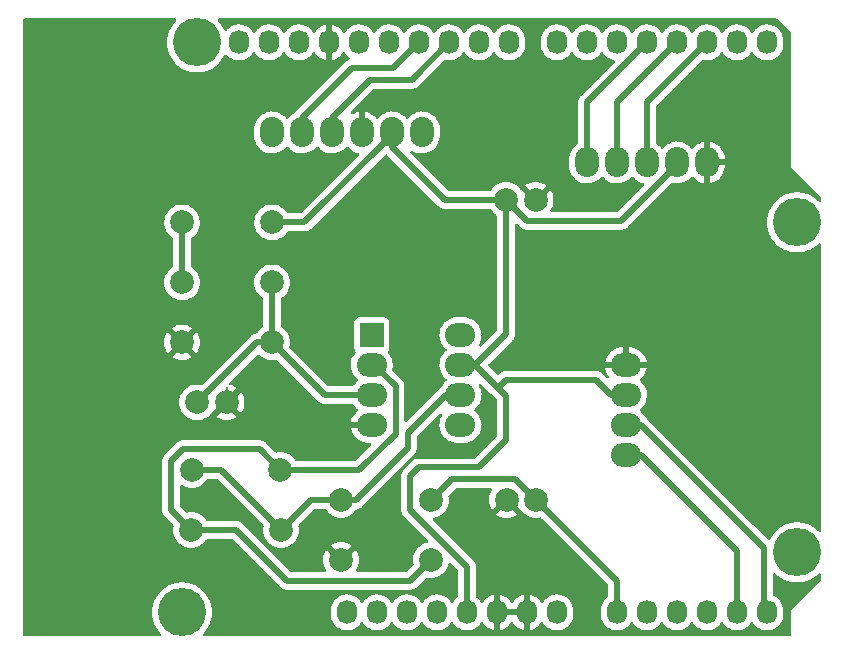
<source format=gbr>
%TF.GenerationSoftware,KiCad,Pcbnew,(6.0.2)*%
%TF.CreationDate,2022-03-16T08:15:24+01:00*%
%TF.ProjectId,Banc_de_test_2,42616e63-5f64-4655-9f74-6573745f322e,rev?*%
%TF.SameCoordinates,Original*%
%TF.FileFunction,Copper,L2,Bot*%
%TF.FilePolarity,Positive*%
%FSLAX46Y46*%
G04 Gerber Fmt 4.6, Leading zero omitted, Abs format (unit mm)*
G04 Created by KiCad (PCBNEW (6.0.2)) date 2022-03-16 08:15:24*
%MOMM*%
%LPD*%
G01*
G04 APERTURE LIST*
%TA.AperFunction,ComponentPad*%
%ADD10O,1.727200X2.032000*%
%TD*%
%TA.AperFunction,ComponentPad*%
%ADD11C,4.064000*%
%TD*%
%TA.AperFunction,ComponentPad*%
%ADD12C,2.000000*%
%TD*%
%TA.AperFunction,ComponentPad*%
%ADD13R,2.000000X2.000000*%
%TD*%
%TA.AperFunction,ComponentPad*%
%ADD14O,2.540000X2.000000*%
%TD*%
%TA.AperFunction,ComponentPad*%
%ADD15O,2.000000X2.540000*%
%TD*%
%TA.AperFunction,Conductor*%
%ADD16C,0.500000*%
%TD*%
%TA.AperFunction,Conductor*%
%ADD17C,0.250000*%
%TD*%
%TA.AperFunction,Conductor*%
%ADD18C,0.200000*%
%TD*%
G04 APERTURE END LIST*
D10*
%TO.P,P1,1,Pin_1*%
%TO.N,unconnected-(P1-Pad1)*%
X138938000Y-123825000D03*
%TO.P,P1,2,Pin_2*%
%TO.N,/IOREF*%
X141478000Y-123825000D03*
%TO.P,P1,3,Pin_3*%
%TO.N,/Reset*%
X144018000Y-123825000D03*
%TO.P,P1,4,Pin_4*%
%TO.N,unconnected-(P1-Pad4)*%
X146558000Y-123825000D03*
%TO.P,P1,5,Pin_5*%
%TO.N,+5V*%
X149098000Y-123825000D03*
%TO.P,P1,6,Pin_6*%
%TO.N,GND*%
X151638000Y-123825000D03*
%TO.P,P1,7,Pin_7*%
X154178000Y-123825000D03*
%TO.P,P1,8,Pin_8*%
%TO.N,/Vin*%
X156718000Y-123825000D03*
%TD*%
%TO.P,P2,1,Pin_1*%
%TO.N,ADC*%
X161798000Y-123825000D03*
%TO.P,P2,2,Pin_2*%
%TO.N,/A1*%
X164338000Y-123825000D03*
%TO.P,P2,3,Pin_3*%
%TO.N,/A2*%
X166878000Y-123825000D03*
%TO.P,P2,4,Pin_4*%
%TO.N,/A3*%
X169418000Y-123825000D03*
%TO.P,P2,5,Pin_5*%
%TO.N,SDA*%
X171958000Y-123825000D03*
%TO.P,P2,6,Pin_6*%
%TO.N,SCL*%
X174498000Y-123825000D03*
%TD*%
%TO.P,P3,1,Pin_1*%
%TO.N,SCL*%
X129794000Y-75565000D03*
%TO.P,P3,2,Pin_2*%
%TO.N,SDA*%
X132334000Y-75565000D03*
%TO.P,P3,3,Pin_3*%
%TO.N,/AREF*%
X134874000Y-75565000D03*
%TO.P,P3,4,Pin_4*%
%TO.N,GND*%
X137414000Y-75565000D03*
%TO.P,P3,5,Pin_5*%
%TO.N,/13(SCK)*%
X139954000Y-75565000D03*
%TO.P,P3,6,Pin_6*%
%TO.N,/12(MISO)*%
X142494000Y-75565000D03*
%TO.P,P3,7,Pin_7*%
%TO.N,RX*%
X145034000Y-75565000D03*
%TO.P,P3,8,Pin_8*%
%TO.N,TX*%
X147574000Y-75565000D03*
%TO.P,P3,9,Pin_9*%
%TO.N,/9(\u002A\u002A)*%
X150114000Y-75565000D03*
%TO.P,P3,10,Pin_10*%
%TO.N,/8*%
X152654000Y-75565000D03*
%TD*%
%TO.P,P4,1,Pin_1*%
%TO.N,/7*%
X156718000Y-75565000D03*
%TO.P,P4,2,Pin_2*%
%TO.N,/6(\u002A\u002A)*%
X159258000Y-75565000D03*
%TO.P,P4,3,Pin_3*%
%TO.N,/5(\u002A\u002A)*%
X161798000Y-75565000D03*
%TO.P,P4,4,Pin_4*%
%TO.N,CLK*%
X164338000Y-75565000D03*
%TO.P,P4,5,Pin_5*%
%TO.N,DATA*%
X166878000Y-75565000D03*
%TO.P,P4,6,Pin_6*%
%TO.N,SWITCH*%
X169418000Y-75565000D03*
%TO.P,P4,7,Pin_7*%
%TO.N,/1(Tx)*%
X171958000Y-75565000D03*
%TO.P,P4,8,Pin_8*%
%TO.N,/0(Rx)*%
X174498000Y-75565000D03*
%TD*%
D11*
%TO.P,P5,1,Pin_1*%
%TO.N,unconnected-(P5-Pad1)*%
X124968000Y-123825000D03*
%TD*%
%TO.P,P6,1,Pin_1*%
%TO.N,unconnected-(P6-Pad1)*%
X177038000Y-118745000D03*
%TD*%
%TO.P,P7,1,Pin_1*%
%TO.N,unconnected-(P7-Pad1)*%
X126238000Y-75565000D03*
%TD*%
%TO.P,P8,1,Pin_1*%
%TO.N,unconnected-(P8-Pad1)*%
X177038000Y-90805000D03*
%TD*%
D12*
%TO.P,C1,1*%
%TO.N,IN +*%
X126238000Y-106045000D03*
%TO.P,C1,2*%
%TO.N,GND*%
X128738000Y-106045000D03*
%TD*%
D13*
%TO.P,U1,1,NC_2*%
%TO.N,unconnected-(U1-Pad1)*%
X141020000Y-100330000D03*
D14*
%TO.P,U1,2,-_IN*%
%TO.N,IN -*%
X141020000Y-102870000D03*
%TO.P,U1,3,+_IN*%
%TO.N,IN +*%
X141020000Y-105410000D03*
%TO.P,U1,4,V_-*%
%TO.N,GND*%
X141020000Y-107950000D03*
%TO.P,U1,5,Clock*%
%TO.N,unconnected-(U1-Pad5)*%
X148540000Y-107950000D03*
%TO.P,U1,6,OUT*%
%TO.N,Net-(C4-Pad1)*%
X148540000Y-105410000D03*
%TO.P,U1,7,V+*%
%TO.N,+5V*%
X148540000Y-102870000D03*
%TO.P,U1,8,Nc_1*%
%TO.N,unconnected-(U1-Pad8)*%
X148540000Y-100330000D03*
%TD*%
D15*
%TO.P,U3,1,Key*%
%TO.N,unconnected-(U3-Pad1)*%
X145288000Y-83185000D03*
%TO.P,U3,2,VCC*%
%TO.N,+5V*%
X142748000Y-83185000D03*
%TO.P,U3,3,GND*%
%TO.N,GND*%
X140208000Y-83185000D03*
%TO.P,U3,4,TX_RX*%
%TO.N,TX*%
X137668000Y-83185000D03*
%TO.P,U3,5,RX_TX*%
%TO.N,RX*%
X135128000Y-83185000D03*
%TO.P,U3,6,State*%
%TO.N,unconnected-(U3-Pad6)*%
X132588000Y-83185000D03*
%TD*%
D12*
%TO.P,R4,1*%
%TO.N,+5V*%
X132588000Y-90805000D03*
%TO.P,R4,2*%
%TO.N,Net-(R4-Pad2)*%
X124968000Y-90805000D03*
%TD*%
%TO.P,R3,1*%
%TO.N,Net-(C4-Pad1)*%
X133350000Y-116840000D03*
%TO.P,R3,2*%
%TO.N,IN -*%
X125730000Y-116840000D03*
%TD*%
%TO.P,R2,1*%
%TO.N,IN -*%
X146050000Y-119380000D03*
%TO.P,R2,2*%
%TO.N,GND*%
X138430000Y-119380000D03*
%TD*%
%TO.P,C2,1*%
%TO.N,ADC*%
X154940000Y-114300000D03*
%TO.P,C2,2*%
%TO.N,GND*%
X152440000Y-114300000D03*
%TD*%
%TO.P,R5,1*%
%TO.N,Net-(R4-Pad2)*%
X124968000Y-95885000D03*
%TO.P,R5,2*%
%TO.N,IN +*%
X132588000Y-95885000D03*
%TD*%
%TO.P,C3,1*%
%TO.N,+5V*%
X152400000Y-88900000D03*
%TO.P,C3,2*%
%TO.N,GND*%
X154900000Y-88900000D03*
%TD*%
D15*
%TO.P,U4,1,CLK*%
%TO.N,CLK*%
X159258000Y-85725000D03*
%TO.P,U4,2,DT*%
%TO.N,DATA*%
X161798000Y-85725000D03*
%TO.P,U4,3,SW*%
%TO.N,SWITCH*%
X164338000Y-85725000D03*
%TO.P,U4,4,VCC*%
%TO.N,+5V*%
X166878000Y-85725000D03*
%TO.P,U4,5,GND*%
%TO.N,GND*%
X169418000Y-85725000D03*
%TD*%
D12*
%TO.P,R6,1*%
%TO.N,Net-(C4-Pad1)*%
X138430000Y-114300000D03*
%TO.P,R6,2*%
%TO.N,ADC*%
X146050000Y-114300000D03*
%TD*%
%TO.P,R1,1*%
%TO.N,IN +*%
X132588000Y-100965000D03*
%TO.P,R1,2*%
%TO.N,GND*%
X124968000Y-100965000D03*
%TD*%
%TO.P,C4,1*%
%TO.N,Net-(C4-Pad1)*%
X125790000Y-111760000D03*
%TO.P,C4,2*%
%TO.N,IN -*%
X133290000Y-111760000D03*
%TD*%
D14*
%TO.P,U2,1,GND*%
%TO.N,GND*%
X162560000Y-102870000D03*
%TO.P,U2,2,VCC*%
%TO.N,+5V*%
X162560000Y-105410000D03*
%TO.P,U2,3,SCL*%
%TO.N,SCL*%
X162560000Y-107950000D03*
%TO.P,U2,4,SDA*%
%TO.N,SDA*%
X162560000Y-110490000D03*
%TD*%
D16*
%TO.N,SCL*%
X174256489Y-123583489D02*
X174498000Y-123825000D01*
X172997519Y-117117519D02*
X174256489Y-118376489D01*
X174256489Y-118376489D02*
X174256489Y-123583489D01*
X163790000Y-107950000D02*
X172957519Y-117117519D01*
X162560000Y-107950000D02*
X163790000Y-107950000D01*
X172957519Y-117117519D02*
X172997519Y-117117519D01*
%TO.N,SDA*%
X171958000Y-118618000D02*
X171958000Y-123825000D01*
X163830000Y-110490000D02*
X171958000Y-118618000D01*
X162560000Y-110490000D02*
X163830000Y-110490000D01*
%TO.N,+5V*%
X161290000Y-105410000D02*
X162560000Y-105410000D01*
X160020000Y-104140000D02*
X161290000Y-105410000D01*
X152400000Y-104140000D02*
X160020000Y-104140000D01*
X151720000Y-104820000D02*
X152400000Y-104140000D01*
X151720000Y-104820000D02*
X152400000Y-105500000D01*
X149770000Y-102870000D02*
X151720000Y-104820000D01*
X152400000Y-106680000D02*
X152400000Y-109220000D01*
X152400000Y-105500000D02*
X152400000Y-106680000D01*
%TO.N,Net-(C4-Pad1)*%
X144073233Y-109926767D02*
X139700000Y-114300000D01*
X144073233Y-108646767D02*
X144073233Y-109926767D01*
X139700000Y-114300000D02*
X138430000Y-114300000D01*
X147310000Y-105410000D02*
X144073233Y-108646767D01*
X148540000Y-105410000D02*
X147310000Y-105410000D01*
%TO.N,+5V*%
X151720000Y-100920000D02*
X152400000Y-100240000D01*
X149770000Y-102870000D02*
X151720000Y-100920000D01*
X162157683Y-90649511D02*
X166878000Y-85929194D01*
X142748000Y-84415000D02*
X142748000Y-83185000D01*
X147233000Y-88900000D02*
X142748000Y-84415000D01*
X166878000Y-85929194D02*
X166878000Y-85725000D01*
X150069031Y-111550969D02*
X144989031Y-111550969D01*
X149098000Y-119953817D02*
X149098000Y-123825000D01*
X152400000Y-88900000D02*
X147233000Y-88900000D01*
X144300489Y-115156306D02*
X149098000Y-119953817D01*
X144989031Y-111550969D02*
X144300489Y-112239511D01*
X159229511Y-90649511D02*
X162157683Y-90649511D01*
X152400000Y-88900000D02*
X154149511Y-90649511D01*
X142748000Y-83389194D02*
X142748000Y-83185000D01*
X152400000Y-100240000D02*
X152400000Y-88900000D01*
X154149511Y-90649511D02*
X159229511Y-90649511D01*
X148540000Y-102870000D02*
X149770000Y-102870000D01*
X144300489Y-112239511D02*
X144300489Y-115156306D01*
X132588000Y-90805000D02*
X135332194Y-90805000D01*
X152400000Y-109220000D02*
X150069031Y-111550969D01*
X135332194Y-90805000D02*
X142748000Y-83389194D01*
D17*
%TO.N,GND*%
X151638000Y-118785000D02*
X151678000Y-118745000D01*
D18*
X128778000Y-104775000D02*
X128778000Y-106045000D01*
D16*
%TO.N,IN +*%
X126238000Y-106045000D02*
X131318000Y-100965000D01*
X137033000Y-105410000D02*
X141020000Y-105410000D01*
X132588000Y-100965000D02*
X137033000Y-105410000D01*
X132588000Y-100965000D02*
X132588000Y-95885000D01*
X131318000Y-100965000D02*
X132588000Y-100965000D01*
%TO.N,ADC*%
X147799511Y-112550489D02*
X146050000Y-114300000D01*
X154940000Y-114300000D02*
X161798000Y-121158000D01*
X161798000Y-121158000D02*
X161798000Y-123825000D01*
X153190489Y-112550489D02*
X147799511Y-112550489D01*
X154940000Y-114300000D02*
X153190489Y-112550489D01*
%TO.N,Net-(C4-Pad1)*%
X125730000Y-111820000D02*
X125790000Y-111760000D01*
X125790000Y-111760000D02*
X128270000Y-111760000D01*
X133350000Y-116840000D02*
X135890000Y-114300000D01*
X128270000Y-111760000D02*
X133350000Y-116840000D01*
X135890000Y-114300000D02*
X138430000Y-114300000D01*
%TO.N,IN -*%
X143039520Y-108674674D02*
X143039520Y-104685326D01*
X133829511Y-121129511D02*
X144300489Y-121129511D01*
X141224194Y-102870000D02*
X141020000Y-102870000D01*
X133290000Y-111760000D02*
X139954194Y-111760000D01*
X133350000Y-111820000D02*
X133290000Y-111760000D01*
X129540000Y-116840000D02*
X133829511Y-121129511D01*
X125730000Y-116840000D02*
X129540000Y-116840000D01*
X143039520Y-104685326D02*
X141224194Y-102870000D01*
X125065328Y-110010489D02*
X124040489Y-111035328D01*
X133290000Y-111760000D02*
X131540489Y-110010489D01*
X144300489Y-121129511D02*
X146050000Y-119380000D01*
X124040489Y-115150489D02*
X125730000Y-116840000D01*
X124040489Y-111035328D02*
X124040489Y-115150489D01*
X131540489Y-110010489D02*
X125065328Y-110010489D01*
X139954194Y-111760000D02*
X143039520Y-108674674D01*
%TO.N,RX*%
X135128000Y-83185000D02*
X135128000Y-81955000D01*
X142858519Y-77740481D02*
X145034000Y-75565000D01*
X135128000Y-81955000D02*
X139342519Y-77740481D01*
X139342519Y-77740481D02*
X142858519Y-77740481D01*
%TO.N,TX*%
X144399000Y-78740000D02*
X147574000Y-75565000D01*
X137668000Y-83185000D02*
X137668000Y-81955000D01*
X137668000Y-81955000D02*
X140883000Y-78740000D01*
X140883000Y-78740000D02*
X144399000Y-78740000D01*
%TO.N,CLK*%
X159258000Y-80645000D02*
X164338000Y-75565000D01*
X159258000Y-85725000D02*
X159258000Y-80645000D01*
%TO.N,DATA*%
X161798000Y-85725000D02*
X161798000Y-80645000D01*
X161798000Y-80645000D02*
X166878000Y-75565000D01*
%TO.N,SWITCH*%
X164338000Y-85725000D02*
X164338000Y-80645000D01*
X164338000Y-80645000D02*
X169418000Y-75565000D01*
%TO.N,Net-(R4-Pad2)*%
X124968000Y-95885000D02*
X124968000Y-90805000D01*
%TD*%
%TA.AperFunction,Conductor*%
%TO.N,GND*%
G36*
X124440529Y-73553002D02*
G01*
X124487022Y-73606658D01*
X124497126Y-73676932D01*
X124467632Y-73741512D01*
X124458661Y-73750850D01*
X124382394Y-73822470D01*
X124178629Y-74068779D01*
X124176505Y-74072126D01*
X124176502Y-74072130D01*
X124125981Y-74151738D01*
X124007341Y-74338685D01*
X124005657Y-74342264D01*
X124005653Y-74342271D01*
X123902875Y-74560687D01*
X123871233Y-74627930D01*
X123870007Y-74631702D01*
X123870007Y-74631703D01*
X123868107Y-74637551D01*
X123772449Y-74931954D01*
X123712549Y-75245961D01*
X123692477Y-75565000D01*
X123712549Y-75884039D01*
X123772449Y-76198046D01*
X123773676Y-76201822D01*
X123868201Y-76492737D01*
X123871233Y-76502070D01*
X123872920Y-76505656D01*
X123872922Y-76505660D01*
X124005653Y-76787729D01*
X124005657Y-76787736D01*
X124007341Y-76791315D01*
X124009465Y-76794661D01*
X124009465Y-76794662D01*
X124173463Y-77053080D01*
X124178629Y-77061221D01*
X124382394Y-77307530D01*
X124615423Y-77526359D01*
X124874041Y-77714256D01*
X124877510Y-77716163D01*
X124877513Y-77716165D01*
X124980874Y-77772988D01*
X125154169Y-77868258D01*
X125254147Y-77907842D01*
X125447707Y-77984478D01*
X125447710Y-77984479D01*
X125451390Y-77985936D01*
X125455224Y-77986920D01*
X125455232Y-77986923D01*
X125647153Y-78036200D01*
X125761017Y-78065435D01*
X125764945Y-78065931D01*
X125764949Y-78065932D01*
X125890642Y-78081810D01*
X126078165Y-78105500D01*
X126397835Y-78105500D01*
X126585358Y-78081810D01*
X126711051Y-78065932D01*
X126711055Y-78065931D01*
X126714983Y-78065435D01*
X126828847Y-78036200D01*
X127020768Y-77986923D01*
X127020776Y-77986920D01*
X127024610Y-77985936D01*
X127028290Y-77984479D01*
X127028293Y-77984478D01*
X127221853Y-77907842D01*
X127321831Y-77868258D01*
X127495127Y-77772988D01*
X127598487Y-77716165D01*
X127598490Y-77716163D01*
X127601959Y-77714256D01*
X127860577Y-77526359D01*
X128093606Y-77307530D01*
X128297371Y-77061221D01*
X128302538Y-77053080D01*
X128466535Y-76794662D01*
X128466535Y-76794661D01*
X128468659Y-76791315D01*
X128470343Y-76787736D01*
X128470347Y-76787729D01*
X128540177Y-76639332D01*
X128587280Y-76586211D01*
X128655625Y-76566988D01*
X128723512Y-76587767D01*
X128745355Y-76606008D01*
X128881532Y-76748758D01*
X129068350Y-76887754D01*
X129073102Y-76890170D01*
X129270244Y-76990402D01*
X129275916Y-76993286D01*
X129371469Y-77022956D01*
X129493193Y-77060753D01*
X129493199Y-77060754D01*
X129498296Y-77062337D01*
X129622660Y-77078820D01*
X129723848Y-77092232D01*
X129723852Y-77092232D01*
X129729132Y-77092932D01*
X129734462Y-77092732D01*
X129734463Y-77092732D01*
X129845477Y-77088564D01*
X129961822Y-77084197D01*
X130066005Y-77062337D01*
X130184486Y-77037477D01*
X130184489Y-77037476D01*
X130189713Y-77036380D01*
X130406290Y-76950850D01*
X130605359Y-76830051D01*
X130632630Y-76806387D01*
X130777197Y-76680939D01*
X130777199Y-76680937D01*
X130781230Y-76677439D01*
X130784613Y-76673313D01*
X130784617Y-76673309D01*
X130883776Y-76552374D01*
X130928872Y-76497376D01*
X130954845Y-76451748D01*
X131005927Y-76402442D01*
X131075558Y-76388580D01*
X131141629Y-76414563D01*
X131168867Y-76443713D01*
X131260804Y-76580272D01*
X131264483Y-76584129D01*
X131264485Y-76584131D01*
X131349223Y-76672959D01*
X131421532Y-76748758D01*
X131608350Y-76887754D01*
X131613102Y-76890170D01*
X131810244Y-76990402D01*
X131815916Y-76993286D01*
X131911469Y-77022956D01*
X132033193Y-77060753D01*
X132033199Y-77060754D01*
X132038296Y-77062337D01*
X132162660Y-77078820D01*
X132263848Y-77092232D01*
X132263852Y-77092232D01*
X132269132Y-77092932D01*
X132274462Y-77092732D01*
X132274463Y-77092732D01*
X132385477Y-77088564D01*
X132501822Y-77084197D01*
X132606005Y-77062337D01*
X132724486Y-77037477D01*
X132724489Y-77037476D01*
X132729713Y-77036380D01*
X132946290Y-76950850D01*
X133145359Y-76830051D01*
X133172630Y-76806387D01*
X133317197Y-76680939D01*
X133317199Y-76680937D01*
X133321230Y-76677439D01*
X133324613Y-76673313D01*
X133324617Y-76673309D01*
X133423776Y-76552374D01*
X133468872Y-76497376D01*
X133494845Y-76451748D01*
X133545927Y-76402442D01*
X133615558Y-76388580D01*
X133681629Y-76414563D01*
X133708867Y-76443713D01*
X133800804Y-76580272D01*
X133804483Y-76584129D01*
X133804485Y-76584131D01*
X133889223Y-76672959D01*
X133961532Y-76748758D01*
X134148350Y-76887754D01*
X134153102Y-76890170D01*
X134350244Y-76990402D01*
X134355916Y-76993286D01*
X134451469Y-77022956D01*
X134573193Y-77060753D01*
X134573199Y-77060754D01*
X134578296Y-77062337D01*
X134702660Y-77078820D01*
X134803848Y-77092232D01*
X134803852Y-77092232D01*
X134809132Y-77092932D01*
X134814462Y-77092732D01*
X134814463Y-77092732D01*
X134925477Y-77088564D01*
X135041822Y-77084197D01*
X135146005Y-77062337D01*
X135264486Y-77037477D01*
X135264489Y-77037476D01*
X135269713Y-77036380D01*
X135486290Y-76950850D01*
X135685359Y-76830051D01*
X135712630Y-76806387D01*
X135857197Y-76680939D01*
X135857199Y-76680937D01*
X135861230Y-76677439D01*
X135864613Y-76673313D01*
X135864617Y-76673309D01*
X135963776Y-76552374D01*
X136008872Y-76497376D01*
X136035122Y-76451261D01*
X136086202Y-76401956D01*
X136155832Y-76388094D01*
X136221904Y-76414077D01*
X136249143Y-76443227D01*
X136338215Y-76575530D01*
X136344876Y-76583816D01*
X136498180Y-76744520D01*
X136506148Y-76751569D01*
X136684336Y-76884144D01*
X136693366Y-76889743D01*
X136891347Y-76990402D01*
X136901208Y-76994405D01*
X137113301Y-77060263D01*
X137123696Y-77062548D01*
X137142041Y-77064980D01*
X137156208Y-77062783D01*
X137160000Y-77049599D01*
X137160000Y-74082512D01*
X137156027Y-74068981D01*
X137145420Y-74067456D01*
X137023657Y-74093004D01*
X137013461Y-74096064D01*
X136806903Y-74177637D01*
X136797366Y-74182371D01*
X136607497Y-74297586D01*
X136598907Y-74303850D01*
X136431163Y-74449411D01*
X136423743Y-74457041D01*
X136282927Y-74628780D01*
X136276898Y-74637551D01*
X136253467Y-74678715D01*
X136202385Y-74728022D01*
X136132755Y-74741884D01*
X136066684Y-74715901D01*
X136039445Y-74686751D01*
X136003005Y-74632624D01*
X135947196Y-74549728D01*
X135930861Y-74532604D01*
X135790152Y-74385104D01*
X135786468Y-74381242D01*
X135599650Y-74242246D01*
X135472574Y-74177637D01*
X135396842Y-74139133D01*
X135396841Y-74139133D01*
X135392084Y-74136714D01*
X135253299Y-74093620D01*
X135174807Y-74069247D01*
X135174801Y-74069246D01*
X135169704Y-74067663D01*
X135045340Y-74051180D01*
X134944152Y-74037768D01*
X134944148Y-74037768D01*
X134938868Y-74037068D01*
X134933538Y-74037268D01*
X134933537Y-74037268D01*
X134822523Y-74041436D01*
X134706178Y-74045803D01*
X134623474Y-74063156D01*
X134483514Y-74092523D01*
X134483511Y-74092524D01*
X134478287Y-74093620D01*
X134261710Y-74179150D01*
X134062641Y-74299949D01*
X134058611Y-74303446D01*
X133895570Y-74444925D01*
X133886770Y-74452561D01*
X133883387Y-74456687D01*
X133883383Y-74456691D01*
X133828241Y-74523942D01*
X133739128Y-74632624D01*
X133736490Y-74637259D01*
X133736487Y-74637263D01*
X133713155Y-74678252D01*
X133662073Y-74727558D01*
X133592442Y-74741420D01*
X133526371Y-74715437D01*
X133499133Y-74686287D01*
X133410176Y-74554155D01*
X133407196Y-74549728D01*
X133390861Y-74532604D01*
X133250152Y-74385104D01*
X133246468Y-74381242D01*
X133059650Y-74242246D01*
X132932574Y-74177637D01*
X132856842Y-74139133D01*
X132856841Y-74139133D01*
X132852084Y-74136714D01*
X132713299Y-74093620D01*
X132634807Y-74069247D01*
X132634801Y-74069246D01*
X132629704Y-74067663D01*
X132505340Y-74051180D01*
X132404152Y-74037768D01*
X132404148Y-74037768D01*
X132398868Y-74037068D01*
X132393538Y-74037268D01*
X132393537Y-74037268D01*
X132282523Y-74041436D01*
X132166178Y-74045803D01*
X132083474Y-74063156D01*
X131943514Y-74092523D01*
X131943511Y-74092524D01*
X131938287Y-74093620D01*
X131721710Y-74179150D01*
X131522641Y-74299949D01*
X131518611Y-74303446D01*
X131355570Y-74444925D01*
X131346770Y-74452561D01*
X131343387Y-74456687D01*
X131343383Y-74456691D01*
X131288241Y-74523942D01*
X131199128Y-74632624D01*
X131196490Y-74637259D01*
X131196487Y-74637263D01*
X131173155Y-74678252D01*
X131122073Y-74727558D01*
X131052442Y-74741420D01*
X130986371Y-74715437D01*
X130959133Y-74686287D01*
X130870176Y-74554155D01*
X130867196Y-74549728D01*
X130850861Y-74532604D01*
X130710152Y-74385104D01*
X130706468Y-74381242D01*
X130519650Y-74242246D01*
X130392574Y-74177637D01*
X130316842Y-74139133D01*
X130316841Y-74139133D01*
X130312084Y-74136714D01*
X130173299Y-74093620D01*
X130094807Y-74069247D01*
X130094801Y-74069246D01*
X130089704Y-74067663D01*
X129965340Y-74051180D01*
X129864152Y-74037768D01*
X129864148Y-74037768D01*
X129858868Y-74037068D01*
X129853538Y-74037268D01*
X129853537Y-74037268D01*
X129742523Y-74041436D01*
X129626178Y-74045803D01*
X129543474Y-74063156D01*
X129403514Y-74092523D01*
X129403511Y-74092524D01*
X129398287Y-74093620D01*
X129181710Y-74179150D01*
X128982641Y-74299949D01*
X128978611Y-74303446D01*
X128815570Y-74444925D01*
X128806770Y-74452561D01*
X128803384Y-74456691D01*
X128803383Y-74456692D01*
X128752489Y-74518761D01*
X128693829Y-74558756D01*
X128622859Y-74560687D01*
X128562111Y-74523942D01*
X128541047Y-74492518D01*
X128470347Y-74342271D01*
X128470343Y-74342264D01*
X128468659Y-74338685D01*
X128350019Y-74151738D01*
X128299498Y-74072130D01*
X128299495Y-74072126D01*
X128297371Y-74068779D01*
X128093606Y-73822470D01*
X128017339Y-73750850D01*
X127981373Y-73689637D01*
X127984212Y-73618697D01*
X128024952Y-73560553D01*
X128090660Y-73533665D01*
X128103592Y-73533000D01*
X175251390Y-73533000D01*
X175319511Y-73553002D01*
X175340485Y-73569905D01*
X176493095Y-74722515D01*
X176527121Y-74784827D01*
X176530000Y-74811610D01*
X176530000Y-85907980D01*
X176528646Y-85920096D01*
X176529130Y-85920135D01*
X176528410Y-85929086D01*
X176526429Y-85937840D01*
X176529086Y-85980671D01*
X176529758Y-85991501D01*
X176530000Y-85999303D01*
X176530000Y-86015477D01*
X176530636Y-86019918D01*
X176530636Y-86019919D01*
X176531480Y-86025813D01*
X176532510Y-86035872D01*
X176535439Y-86083075D01*
X176538485Y-86091513D01*
X176539088Y-86094424D01*
X176543294Y-86111292D01*
X176544132Y-86114159D01*
X176545405Y-86123045D01*
X176549120Y-86131216D01*
X176549121Y-86131219D01*
X176564977Y-86166092D01*
X176568791Y-86175461D01*
X176581801Y-86211501D01*
X176581803Y-86211505D01*
X176584850Y-86219945D01*
X176590146Y-86227194D01*
X176591547Y-86229829D01*
X176600303Y-86244814D01*
X176601918Y-86247339D01*
X176605633Y-86255510D01*
X176611491Y-86262309D01*
X176611492Y-86262310D01*
X176636502Y-86291335D01*
X176642791Y-86299256D01*
X176647927Y-86306286D01*
X176650805Y-86310225D01*
X176661757Y-86321177D01*
X176668115Y-86328025D01*
X176694756Y-86358944D01*
X176694761Y-86358948D01*
X176700619Y-86365747D01*
X176708153Y-86370630D01*
X176714428Y-86376104D01*
X176726248Y-86385668D01*
X179033095Y-88692515D01*
X179067121Y-88754827D01*
X179070000Y-88781610D01*
X179070000Y-88936946D01*
X179049998Y-89005067D01*
X178996342Y-89051560D01*
X178926068Y-89061664D01*
X178857747Y-89028796D01*
X178832478Y-89005067D01*
X178660577Y-88843641D01*
X178401959Y-88655744D01*
X178398487Y-88653835D01*
X178125293Y-88503645D01*
X178125290Y-88503643D01*
X178121831Y-88501742D01*
X177946708Y-88432406D01*
X177828293Y-88385522D01*
X177828290Y-88385521D01*
X177824610Y-88384064D01*
X177820776Y-88383080D01*
X177820768Y-88383077D01*
X177603522Y-88327298D01*
X177514983Y-88304565D01*
X177511055Y-88304069D01*
X177511051Y-88304068D01*
X177385358Y-88288190D01*
X177197835Y-88264500D01*
X176878165Y-88264500D01*
X176690642Y-88288190D01*
X176564949Y-88304068D01*
X176564945Y-88304069D01*
X176561017Y-88304565D01*
X176472478Y-88327298D01*
X176255232Y-88383077D01*
X176255224Y-88383080D01*
X176251390Y-88384064D01*
X176247710Y-88385521D01*
X176247707Y-88385522D01*
X176129292Y-88432406D01*
X175954169Y-88501742D01*
X175950710Y-88503643D01*
X175950707Y-88503645D01*
X175677513Y-88653835D01*
X175674041Y-88655744D01*
X175415423Y-88843641D01*
X175182394Y-89062470D01*
X174978629Y-89308779D01*
X174976505Y-89312126D01*
X174976502Y-89312130D01*
X174865753Y-89486642D01*
X174807341Y-89578685D01*
X174805657Y-89582264D01*
X174805653Y-89582271D01*
X174677738Y-89854106D01*
X174671233Y-89867930D01*
X174670007Y-89871702D01*
X174670007Y-89871703D01*
X174656971Y-89911825D01*
X174572449Y-90171954D01*
X174512549Y-90485961D01*
X174492477Y-90805000D01*
X174512549Y-91124039D01*
X174572449Y-91438046D01*
X174612002Y-91559778D01*
X174656972Y-91698178D01*
X174671233Y-91742070D01*
X174672920Y-91745656D01*
X174672922Y-91745660D01*
X174805653Y-92027729D01*
X174805657Y-92027736D01*
X174807341Y-92031315D01*
X174809465Y-92034661D01*
X174809465Y-92034662D01*
X174856897Y-92109402D01*
X174978629Y-92301221D01*
X175182394Y-92547530D01*
X175415423Y-92766359D01*
X175674041Y-92954256D01*
X175954169Y-93108258D01*
X176116083Y-93172364D01*
X176247707Y-93224478D01*
X176247710Y-93224479D01*
X176251390Y-93225936D01*
X176255224Y-93226920D01*
X176255232Y-93226923D01*
X176447153Y-93276200D01*
X176561017Y-93305435D01*
X176564945Y-93305931D01*
X176564949Y-93305932D01*
X176690642Y-93321810D01*
X176878165Y-93345500D01*
X177197835Y-93345500D01*
X177385358Y-93321810D01*
X177511051Y-93305932D01*
X177511055Y-93305931D01*
X177514983Y-93305435D01*
X177628847Y-93276200D01*
X177820768Y-93226923D01*
X177820776Y-93226920D01*
X177824610Y-93225936D01*
X177828290Y-93224479D01*
X177828293Y-93224478D01*
X177959917Y-93172364D01*
X178121831Y-93108258D01*
X178401959Y-92954256D01*
X178660577Y-92766359D01*
X178857747Y-92581204D01*
X178921097Y-92549153D01*
X178991719Y-92556440D01*
X179047190Y-92600751D01*
X179070000Y-92673054D01*
X179070000Y-116876946D01*
X179049998Y-116945067D01*
X178996342Y-116991560D01*
X178926068Y-117001664D01*
X178857747Y-116968796D01*
X178832478Y-116945067D01*
X178660577Y-116783641D01*
X178401959Y-116595744D01*
X178398487Y-116593835D01*
X178125293Y-116443645D01*
X178125290Y-116443643D01*
X178121831Y-116441742D01*
X177959917Y-116377636D01*
X177828293Y-116325522D01*
X177828290Y-116325521D01*
X177824610Y-116324064D01*
X177820776Y-116323080D01*
X177820768Y-116323077D01*
X177614279Y-116270060D01*
X177514983Y-116244565D01*
X177511055Y-116244069D01*
X177511051Y-116244068D01*
X177385358Y-116228190D01*
X177197835Y-116204500D01*
X176878165Y-116204500D01*
X176690642Y-116228190D01*
X176564949Y-116244068D01*
X176564945Y-116244069D01*
X176561017Y-116244565D01*
X176461721Y-116270060D01*
X176255232Y-116323077D01*
X176255224Y-116323080D01*
X176251390Y-116324064D01*
X176247710Y-116325521D01*
X176247707Y-116325522D01*
X176116083Y-116377636D01*
X175954169Y-116441742D01*
X175950710Y-116443643D01*
X175950707Y-116443645D01*
X175677513Y-116593835D01*
X175674041Y-116595744D01*
X175415423Y-116783641D01*
X175182394Y-117002470D01*
X174978629Y-117248779D01*
X174976505Y-117252126D01*
X174976502Y-117252130D01*
X174809465Y-117515338D01*
X174807341Y-117518685D01*
X174805657Y-117522264D01*
X174805653Y-117522271D01*
X174776166Y-117584935D01*
X174729063Y-117638056D01*
X174660718Y-117657279D01*
X174592831Y-117636500D01*
X174573063Y-117620382D01*
X173581289Y-116628608D01*
X173568903Y-116614196D01*
X173560370Y-116602601D01*
X173560365Y-116602596D01*
X173556027Y-116596701D01*
X173550449Y-116591962D01*
X173550446Y-116591959D01*
X173515751Y-116562484D01*
X173508235Y-116555554D01*
X173502540Y-116549859D01*
X173496399Y-116545001D01*
X173480268Y-116532238D01*
X173476864Y-116529447D01*
X173426816Y-116486928D01*
X173426814Y-116486927D01*
X173421234Y-116482186D01*
X173414718Y-116478858D01*
X173409669Y-116475491D01*
X173404539Y-116472323D01*
X173398803Y-116467785D01*
X173384450Y-116461077D01*
X173348706Y-116436025D01*
X164373770Y-107461089D01*
X164361384Y-107446677D01*
X164352851Y-107435082D01*
X164352846Y-107435077D01*
X164348508Y-107429182D01*
X164342930Y-107424443D01*
X164342927Y-107424440D01*
X164308232Y-107394965D01*
X164300716Y-107388035D01*
X164295021Y-107382340D01*
X164288880Y-107377482D01*
X164272749Y-107364719D01*
X164269345Y-107361928D01*
X164213715Y-107314666D01*
X164214888Y-107313286D01*
X164177001Y-107269158D01*
X164148038Y-107207047D01*
X164145901Y-107202464D01*
X164009456Y-107001693D01*
X163842668Y-106825319D01*
X163784093Y-106780535D01*
X163742125Y-106723270D01*
X163737780Y-106652407D01*
X163777297Y-106585925D01*
X163914858Y-106464650D01*
X163914861Y-106464647D01*
X163918655Y-106461302D01*
X163957682Y-106413790D01*
X164069526Y-106277628D01*
X164069528Y-106277625D01*
X164072734Y-106273722D01*
X164152825Y-106136112D01*
X164192299Y-106068290D01*
X164192300Y-106068288D01*
X164194841Y-106063922D01*
X164221190Y-105995281D01*
X164280020Y-105842022D01*
X164280021Y-105842018D01*
X164281833Y-105837298D01*
X164282868Y-105832345D01*
X164330440Y-105604631D01*
X164330440Y-105604627D01*
X164331474Y-105599680D01*
X164342486Y-105357183D01*
X164341697Y-105350363D01*
X164315167Y-105121071D01*
X164315166Y-105121067D01*
X164314585Y-105116044D01*
X164308686Y-105095195D01*
X164263470Y-104935405D01*
X164248490Y-104882468D01*
X164246356Y-104877892D01*
X164246354Y-104877886D01*
X164148038Y-104667046D01*
X164148036Y-104667042D01*
X164145901Y-104662464D01*
X164133827Y-104644697D01*
X164059436Y-104535236D01*
X164009456Y-104461693D01*
X163842668Y-104285319D01*
X163783685Y-104240223D01*
X163741719Y-104182961D01*
X163737374Y-104112097D01*
X163776891Y-104045615D01*
X163914500Y-103924297D01*
X163921504Y-103917044D01*
X164069110Y-103737346D01*
X164074866Y-103729064D01*
X164191841Y-103528081D01*
X164196203Y-103518976D01*
X164279537Y-103301885D01*
X164282388Y-103292196D01*
X164313821Y-103141736D01*
X164312698Y-103127675D01*
X164302590Y-103124000D01*
X160819410Y-103124000D01*
X160805324Y-103128136D01*
X160803275Y-103141114D01*
X160805325Y-103158830D01*
X160807285Y-103168727D01*
X160870604Y-103392494D01*
X160874116Y-103401938D01*
X160972399Y-103612705D01*
X160977382Y-103621477D01*
X161083437Y-103777532D01*
X161105183Y-103845116D01*
X161086939Y-103913728D01*
X161034496Y-103961585D01*
X160964505Y-103973491D01*
X160899187Y-103945668D01*
X160890130Y-103937449D01*
X160603770Y-103651089D01*
X160591384Y-103636677D01*
X160582851Y-103625082D01*
X160582846Y-103625077D01*
X160578508Y-103619182D01*
X160572930Y-103614443D01*
X160572927Y-103614440D01*
X160538232Y-103584965D01*
X160530716Y-103578035D01*
X160525021Y-103572340D01*
X160518880Y-103567482D01*
X160502749Y-103554719D01*
X160499345Y-103551928D01*
X160449297Y-103509409D01*
X160449295Y-103509408D01*
X160443715Y-103504667D01*
X160437199Y-103501339D01*
X160432150Y-103497972D01*
X160427021Y-103494805D01*
X160421284Y-103490266D01*
X160355125Y-103459345D01*
X160351225Y-103457439D01*
X160286192Y-103424231D01*
X160279084Y-103422492D01*
X160273441Y-103420393D01*
X160267678Y-103418476D01*
X160261050Y-103415378D01*
X160189583Y-103400513D01*
X160185299Y-103399543D01*
X160184359Y-103399313D01*
X160114390Y-103382192D01*
X160108788Y-103381844D01*
X160108785Y-103381844D01*
X160103236Y-103381500D01*
X160103238Y-103381464D01*
X160099245Y-103381225D01*
X160095053Y-103380851D01*
X160087885Y-103379360D01*
X160024120Y-103381085D01*
X160010479Y-103381454D01*
X160007072Y-103381500D01*
X152467069Y-103381500D01*
X152448121Y-103380067D01*
X152440780Y-103378950D01*
X152433883Y-103377901D01*
X152433881Y-103377901D01*
X152426651Y-103376801D01*
X152419359Y-103377394D01*
X152419356Y-103377394D01*
X152373982Y-103381085D01*
X152363767Y-103381500D01*
X152355707Y-103381500D01*
X152342417Y-103383049D01*
X152327493Y-103384789D01*
X152323118Y-103385222D01*
X152257661Y-103390546D01*
X152257658Y-103390547D01*
X152250363Y-103391140D01*
X152243399Y-103393396D01*
X152237440Y-103394587D01*
X152231585Y-103395971D01*
X152224319Y-103396818D01*
X152155673Y-103421735D01*
X152151545Y-103423152D01*
X152089064Y-103443393D01*
X152089062Y-103443394D01*
X152082101Y-103445649D01*
X152075846Y-103449445D01*
X152070372Y-103451951D01*
X152064942Y-103454670D01*
X152058063Y-103457167D01*
X151997016Y-103497191D01*
X151993327Y-103499518D01*
X151984843Y-103504667D01*
X151935693Y-103534491D01*
X151935688Y-103534495D01*
X151930892Y-103537405D01*
X151922516Y-103544803D01*
X151922493Y-103544777D01*
X151919503Y-103547426D01*
X151916264Y-103550134D01*
X151910148Y-103554144D01*
X151905121Y-103559451D01*
X151905117Y-103559454D01*
X151856872Y-103610383D01*
X151854494Y-103612825D01*
X151809095Y-103658224D01*
X151746783Y-103692250D01*
X151675968Y-103687185D01*
X151630905Y-103658224D01*
X150931776Y-102959095D01*
X150897750Y-102896783D01*
X150902815Y-102825968D01*
X150931776Y-102780905D01*
X151114417Y-102598264D01*
X160806179Y-102598264D01*
X160807302Y-102612325D01*
X160817410Y-102616000D01*
X162287885Y-102616000D01*
X162303124Y-102611525D01*
X162304329Y-102610135D01*
X162306000Y-102602452D01*
X162306000Y-102597885D01*
X162814000Y-102597885D01*
X162818475Y-102613124D01*
X162819865Y-102614329D01*
X162827548Y-102616000D01*
X164300590Y-102616000D01*
X164314676Y-102611864D01*
X164316725Y-102598886D01*
X164314675Y-102581170D01*
X164312715Y-102571273D01*
X164249396Y-102347506D01*
X164245884Y-102338062D01*
X164147601Y-102127295D01*
X164142622Y-102118529D01*
X164011913Y-101926198D01*
X164005581Y-101918323D01*
X163845814Y-101749374D01*
X163838305Y-101742613D01*
X163653574Y-101601375D01*
X163645095Y-101595911D01*
X163440153Y-101486022D01*
X163430901Y-101481980D01*
X163211029Y-101406273D01*
X163201257Y-101403764D01*
X162971029Y-101363996D01*
X162963157Y-101363141D01*
X162939449Y-101362064D01*
X162936616Y-101362000D01*
X162832115Y-101362000D01*
X162816876Y-101366475D01*
X162815671Y-101367865D01*
X162814000Y-101375548D01*
X162814000Y-102597885D01*
X162306000Y-102597885D01*
X162306000Y-101380115D01*
X162301525Y-101364876D01*
X162300135Y-101363671D01*
X162292452Y-101362000D01*
X162231544Y-101362000D01*
X162226512Y-101362202D01*
X162053157Y-101376150D01*
X162043204Y-101377762D01*
X161817367Y-101433233D01*
X161807797Y-101436416D01*
X161593735Y-101527280D01*
X161584793Y-101531955D01*
X161388013Y-101655874D01*
X161379940Y-101661914D01*
X161205500Y-101815703D01*
X161198496Y-101822956D01*
X161050890Y-102002654D01*
X161045134Y-102010936D01*
X160928159Y-102211919D01*
X160923797Y-102221024D01*
X160840463Y-102438115D01*
X160837612Y-102447804D01*
X160806179Y-102598264D01*
X151114417Y-102598264D01*
X152888911Y-100823770D01*
X152903323Y-100811384D01*
X152914918Y-100802851D01*
X152914923Y-100802846D01*
X152920818Y-100798508D01*
X152925557Y-100792930D01*
X152925560Y-100792927D01*
X152955035Y-100758232D01*
X152961965Y-100750716D01*
X152967660Y-100745021D01*
X152984644Y-100723554D01*
X152985281Y-100722749D01*
X152988072Y-100719345D01*
X153030591Y-100669297D01*
X153030592Y-100669295D01*
X153035333Y-100663715D01*
X153038661Y-100657199D01*
X153042028Y-100652150D01*
X153045195Y-100647021D01*
X153049734Y-100641284D01*
X153080655Y-100575125D01*
X153082561Y-100571225D01*
X153106353Y-100524631D01*
X153115769Y-100506192D01*
X153117508Y-100499084D01*
X153119607Y-100493441D01*
X153121524Y-100487678D01*
X153124622Y-100481050D01*
X153139487Y-100409583D01*
X153140457Y-100405299D01*
X153156473Y-100339845D01*
X153157808Y-100334390D01*
X153158500Y-100323236D01*
X153158536Y-100323238D01*
X153158775Y-100319245D01*
X153159149Y-100315053D01*
X153160640Y-100307885D01*
X153158546Y-100230479D01*
X153158500Y-100227072D01*
X153158500Y-91035371D01*
X153178502Y-90967250D01*
X153232158Y-90920757D01*
X153302432Y-90910653D01*
X153367012Y-90940147D01*
X153373595Y-90946276D01*
X153565741Y-91138422D01*
X153578127Y-91152834D01*
X153586660Y-91164429D01*
X153586665Y-91164434D01*
X153591003Y-91170329D01*
X153596581Y-91175068D01*
X153596584Y-91175071D01*
X153631279Y-91204546D01*
X153638795Y-91211476D01*
X153644490Y-91217171D01*
X153647372Y-91219451D01*
X153666762Y-91234792D01*
X153670166Y-91237583D01*
X153720214Y-91280102D01*
X153725796Y-91284844D01*
X153732312Y-91288172D01*
X153737361Y-91291539D01*
X153742490Y-91294706D01*
X153748227Y-91299245D01*
X153814386Y-91330166D01*
X153818280Y-91332069D01*
X153883319Y-91365280D01*
X153890427Y-91367019D01*
X153896070Y-91369118D01*
X153901833Y-91371035D01*
X153908461Y-91374133D01*
X153915623Y-91375623D01*
X153915624Y-91375623D01*
X153979923Y-91388997D01*
X153984207Y-91389967D01*
X154055121Y-91407319D01*
X154060723Y-91407667D01*
X154060726Y-91407667D01*
X154066275Y-91408011D01*
X154066273Y-91408047D01*
X154070266Y-91408286D01*
X154074458Y-91408660D01*
X154081626Y-91410151D01*
X154159031Y-91408057D01*
X154162439Y-91408011D01*
X162090613Y-91408011D01*
X162109563Y-91409444D01*
X162123798Y-91411610D01*
X162123802Y-91411610D01*
X162131032Y-91412710D01*
X162138324Y-91412117D01*
X162138327Y-91412117D01*
X162183701Y-91408426D01*
X162193916Y-91408011D01*
X162201976Y-91408011D01*
X162219363Y-91405984D01*
X162230190Y-91404722D01*
X162234565Y-91404289D01*
X162300022Y-91398965D01*
X162300025Y-91398964D01*
X162307320Y-91398371D01*
X162314284Y-91396115D01*
X162320243Y-91394924D01*
X162326098Y-91393540D01*
X162333364Y-91392693D01*
X162402010Y-91367776D01*
X162406138Y-91366359D01*
X162468619Y-91346118D01*
X162468621Y-91346117D01*
X162475582Y-91343862D01*
X162481837Y-91340066D01*
X162487311Y-91337560D01*
X162492741Y-91334841D01*
X162499620Y-91332344D01*
X162505741Y-91328331D01*
X162560659Y-91292325D01*
X162564363Y-91289988D01*
X162626790Y-91252106D01*
X162635167Y-91244708D01*
X162635191Y-91244735D01*
X162638183Y-91242082D01*
X162641416Y-91239379D01*
X162647535Y-91235367D01*
X162700811Y-91179128D01*
X162703189Y-91176686D01*
X166387920Y-87491955D01*
X166450232Y-87457929D01*
X166502782Y-87457713D01*
X166514768Y-87460217D01*
X166683369Y-87495440D01*
X166683373Y-87495440D01*
X166688320Y-87496474D01*
X166930817Y-87507486D01*
X166935837Y-87506905D01*
X166935841Y-87506905D01*
X167166929Y-87480167D01*
X167166933Y-87480166D01*
X167171956Y-87479585D01*
X167176820Y-87478209D01*
X167176823Y-87478208D01*
X167400669Y-87414866D01*
X167400668Y-87414866D01*
X167405532Y-87413490D01*
X167410108Y-87411356D01*
X167410114Y-87411354D01*
X167620954Y-87313038D01*
X167620958Y-87313036D01*
X167625536Y-87310901D01*
X167826307Y-87174456D01*
X168002681Y-87007668D01*
X168047777Y-86948685D01*
X168105039Y-86906719D01*
X168175903Y-86902374D01*
X168242385Y-86941891D01*
X168363703Y-87079500D01*
X168370956Y-87086504D01*
X168550654Y-87234110D01*
X168558936Y-87239866D01*
X168759919Y-87356841D01*
X168769024Y-87361203D01*
X168986115Y-87444537D01*
X168995804Y-87447388D01*
X169146264Y-87478821D01*
X169160325Y-87477698D01*
X169164000Y-87467590D01*
X169164000Y-87465590D01*
X169672000Y-87465590D01*
X169676136Y-87479676D01*
X169689114Y-87481725D01*
X169706830Y-87479675D01*
X169716727Y-87477715D01*
X169940494Y-87414396D01*
X169949938Y-87410884D01*
X170160705Y-87312601D01*
X170169471Y-87307622D01*
X170361802Y-87176913D01*
X170369677Y-87170581D01*
X170538626Y-87010814D01*
X170545387Y-87003305D01*
X170686625Y-86818574D01*
X170692089Y-86810095D01*
X170801978Y-86605153D01*
X170806020Y-86595901D01*
X170881727Y-86376029D01*
X170884236Y-86366257D01*
X170924004Y-86136029D01*
X170924859Y-86128157D01*
X170925936Y-86104449D01*
X170926000Y-86101616D01*
X170926000Y-85997115D01*
X170921525Y-85981876D01*
X170920135Y-85980671D01*
X170912452Y-85979000D01*
X169690115Y-85979000D01*
X169674876Y-85983475D01*
X169673671Y-85984865D01*
X169672000Y-85992548D01*
X169672000Y-87465590D01*
X169164000Y-87465590D01*
X169164000Y-85452885D01*
X169672000Y-85452885D01*
X169676475Y-85468124D01*
X169677865Y-85469329D01*
X169685548Y-85471000D01*
X170907885Y-85471000D01*
X170923124Y-85466525D01*
X170924329Y-85465135D01*
X170926000Y-85457452D01*
X170926000Y-85396544D01*
X170925798Y-85391512D01*
X170911850Y-85218157D01*
X170910238Y-85208204D01*
X170854767Y-84982367D01*
X170851584Y-84972797D01*
X170760720Y-84758735D01*
X170756045Y-84749793D01*
X170632126Y-84553013D01*
X170626086Y-84544940D01*
X170472297Y-84370500D01*
X170465044Y-84363496D01*
X170285346Y-84215890D01*
X170277064Y-84210134D01*
X170076081Y-84093159D01*
X170066976Y-84088797D01*
X169849885Y-84005463D01*
X169840196Y-84002612D01*
X169689736Y-83971179D01*
X169675675Y-83972302D01*
X169672000Y-83982410D01*
X169672000Y-85452885D01*
X169164000Y-85452885D01*
X169164000Y-83984410D01*
X169159864Y-83970324D01*
X169146886Y-83968275D01*
X169129170Y-83970325D01*
X169119273Y-83972285D01*
X168895506Y-84035604D01*
X168886062Y-84039116D01*
X168675295Y-84137399D01*
X168666529Y-84142378D01*
X168474198Y-84273087D01*
X168466323Y-84279419D01*
X168297374Y-84439186D01*
X168290613Y-84446695D01*
X168248872Y-84501290D01*
X168191607Y-84543258D01*
X168120744Y-84547603D01*
X168054263Y-84508087D01*
X167960640Y-84401891D01*
X167932650Y-84370142D01*
X167932647Y-84370139D01*
X167929302Y-84366345D01*
X167822993Y-84279022D01*
X167745628Y-84215474D01*
X167745625Y-84215472D01*
X167741722Y-84212266D01*
X167610540Y-84135916D01*
X167536290Y-84092701D01*
X167536288Y-84092700D01*
X167531922Y-84090159D01*
X167443210Y-84056106D01*
X167310022Y-84004980D01*
X167310018Y-84004979D01*
X167305298Y-84003167D01*
X167300348Y-84002133D01*
X167300345Y-84002132D01*
X167072631Y-83954560D01*
X167072627Y-83954560D01*
X167067680Y-83953526D01*
X166825183Y-83942514D01*
X166820163Y-83943095D01*
X166820159Y-83943095D01*
X166589071Y-83969833D01*
X166589067Y-83969834D01*
X166584044Y-83970415D01*
X166579180Y-83971791D01*
X166579177Y-83971792D01*
X166468300Y-84003167D01*
X166350468Y-84036510D01*
X166345892Y-84038644D01*
X166345886Y-84038646D01*
X166135046Y-84136962D01*
X166135042Y-84136964D01*
X166130464Y-84139099D01*
X166126283Y-84141940D01*
X166126282Y-84141941D01*
X166099062Y-84160440D01*
X165929693Y-84275544D01*
X165753319Y-84442332D01*
X165750241Y-84446358D01*
X165750240Y-84446359D01*
X165708535Y-84500907D01*
X165651270Y-84542875D01*
X165580407Y-84547220D01*
X165513925Y-84507703D01*
X165392650Y-84370142D01*
X165392647Y-84370139D01*
X165389302Y-84366345D01*
X165201722Y-84212266D01*
X165197357Y-84209726D01*
X165197352Y-84209722D01*
X165159119Y-84187470D01*
X165110305Y-84135916D01*
X165096500Y-84078572D01*
X165096500Y-81011371D01*
X165116502Y-80943250D01*
X165133405Y-80922276D01*
X168970099Y-77085582D01*
X169032411Y-77051556D01*
X169096558Y-77054345D01*
X169122296Y-77062337D01*
X169127585Y-77063038D01*
X169347848Y-77092232D01*
X169347852Y-77092232D01*
X169353132Y-77092932D01*
X169358462Y-77092732D01*
X169358463Y-77092732D01*
X169469477Y-77088564D01*
X169585822Y-77084197D01*
X169690005Y-77062337D01*
X169808486Y-77037477D01*
X169808489Y-77037476D01*
X169813713Y-77036380D01*
X170030290Y-76950850D01*
X170229359Y-76830051D01*
X170256630Y-76806387D01*
X170401197Y-76680939D01*
X170401199Y-76680937D01*
X170405230Y-76677439D01*
X170408613Y-76673313D01*
X170408617Y-76673309D01*
X170507776Y-76552374D01*
X170552872Y-76497376D01*
X170578845Y-76451748D01*
X170629927Y-76402442D01*
X170699558Y-76388580D01*
X170765629Y-76414563D01*
X170792867Y-76443713D01*
X170884804Y-76580272D01*
X170888483Y-76584129D01*
X170888485Y-76584131D01*
X170973223Y-76672959D01*
X171045532Y-76748758D01*
X171232350Y-76887754D01*
X171237102Y-76890170D01*
X171434244Y-76990402D01*
X171439916Y-76993286D01*
X171535469Y-77022956D01*
X171657193Y-77060753D01*
X171657199Y-77060754D01*
X171662296Y-77062337D01*
X171786660Y-77078820D01*
X171887848Y-77092232D01*
X171887852Y-77092232D01*
X171893132Y-77092932D01*
X171898462Y-77092732D01*
X171898463Y-77092732D01*
X172009477Y-77088564D01*
X172125822Y-77084197D01*
X172230005Y-77062337D01*
X172348486Y-77037477D01*
X172348489Y-77037476D01*
X172353713Y-77036380D01*
X172570290Y-76950850D01*
X172769359Y-76830051D01*
X172796630Y-76806387D01*
X172941197Y-76680939D01*
X172941199Y-76680937D01*
X172945230Y-76677439D01*
X172948613Y-76673313D01*
X172948617Y-76673309D01*
X173047776Y-76552374D01*
X173092872Y-76497376D01*
X173118845Y-76451748D01*
X173169927Y-76402442D01*
X173239558Y-76388580D01*
X173305629Y-76414563D01*
X173332867Y-76443713D01*
X173424804Y-76580272D01*
X173428483Y-76584129D01*
X173428485Y-76584131D01*
X173513223Y-76672959D01*
X173585532Y-76748758D01*
X173772350Y-76887754D01*
X173777102Y-76890170D01*
X173974244Y-76990402D01*
X173979916Y-76993286D01*
X174075469Y-77022956D01*
X174197193Y-77060753D01*
X174197199Y-77060754D01*
X174202296Y-77062337D01*
X174326660Y-77078820D01*
X174427848Y-77092232D01*
X174427852Y-77092232D01*
X174433132Y-77092932D01*
X174438462Y-77092732D01*
X174438463Y-77092732D01*
X174549477Y-77088564D01*
X174665822Y-77084197D01*
X174770005Y-77062337D01*
X174888486Y-77037477D01*
X174888489Y-77037476D01*
X174893713Y-77036380D01*
X175110290Y-76950850D01*
X175309359Y-76830051D01*
X175336630Y-76806387D01*
X175481197Y-76680939D01*
X175481199Y-76680937D01*
X175485230Y-76677439D01*
X175488613Y-76673313D01*
X175488617Y-76673309D01*
X175587776Y-76552374D01*
X175632872Y-76497376D01*
X175663696Y-76443227D01*
X175745422Y-76299654D01*
X175748065Y-76295011D01*
X175768239Y-76239435D01*
X175825695Y-76081146D01*
X175825696Y-76081142D01*
X175827515Y-76076131D01*
X175868950Y-75846993D01*
X175870100Y-75822606D01*
X175870100Y-75354132D01*
X175855374Y-75180580D01*
X175854035Y-75175420D01*
X175798217Y-74960363D01*
X175798216Y-74960359D01*
X175796875Y-74955194D01*
X175788164Y-74935855D01*
X175728317Y-74803001D01*
X175701238Y-74742887D01*
X175571196Y-74549728D01*
X175554861Y-74532604D01*
X175414152Y-74385104D01*
X175410468Y-74381242D01*
X175223650Y-74242246D01*
X175096574Y-74177637D01*
X175020842Y-74139133D01*
X175020841Y-74139133D01*
X175016084Y-74136714D01*
X174877299Y-74093620D01*
X174798807Y-74069247D01*
X174798801Y-74069246D01*
X174793704Y-74067663D01*
X174669340Y-74051180D01*
X174568152Y-74037768D01*
X174568148Y-74037768D01*
X174562868Y-74037068D01*
X174557538Y-74037268D01*
X174557537Y-74037268D01*
X174446523Y-74041436D01*
X174330178Y-74045803D01*
X174247474Y-74063156D01*
X174107514Y-74092523D01*
X174107511Y-74092524D01*
X174102287Y-74093620D01*
X173885710Y-74179150D01*
X173686641Y-74299949D01*
X173682611Y-74303446D01*
X173519570Y-74444925D01*
X173510770Y-74452561D01*
X173507387Y-74456687D01*
X173507383Y-74456691D01*
X173452241Y-74523942D01*
X173363128Y-74632624D01*
X173360490Y-74637259D01*
X173360487Y-74637263D01*
X173337155Y-74678252D01*
X173286073Y-74727558D01*
X173216442Y-74741420D01*
X173150371Y-74715437D01*
X173123133Y-74686287D01*
X173034176Y-74554155D01*
X173031196Y-74549728D01*
X173014861Y-74532604D01*
X172874152Y-74385104D01*
X172870468Y-74381242D01*
X172683650Y-74242246D01*
X172556574Y-74177637D01*
X172480842Y-74139133D01*
X172480841Y-74139133D01*
X172476084Y-74136714D01*
X172337299Y-74093620D01*
X172258807Y-74069247D01*
X172258801Y-74069246D01*
X172253704Y-74067663D01*
X172129340Y-74051180D01*
X172028152Y-74037768D01*
X172028148Y-74037768D01*
X172022868Y-74037068D01*
X172017538Y-74037268D01*
X172017537Y-74037268D01*
X171906523Y-74041436D01*
X171790178Y-74045803D01*
X171707474Y-74063156D01*
X171567514Y-74092523D01*
X171567511Y-74092524D01*
X171562287Y-74093620D01*
X171345710Y-74179150D01*
X171146641Y-74299949D01*
X171142611Y-74303446D01*
X170979570Y-74444925D01*
X170970770Y-74452561D01*
X170967387Y-74456687D01*
X170967383Y-74456691D01*
X170912241Y-74523942D01*
X170823128Y-74632624D01*
X170820490Y-74637259D01*
X170820487Y-74637263D01*
X170797155Y-74678252D01*
X170746073Y-74727558D01*
X170676442Y-74741420D01*
X170610371Y-74715437D01*
X170583133Y-74686287D01*
X170494176Y-74554155D01*
X170491196Y-74549728D01*
X170474861Y-74532604D01*
X170334152Y-74385104D01*
X170330468Y-74381242D01*
X170143650Y-74242246D01*
X170016574Y-74177637D01*
X169940842Y-74139133D01*
X169940841Y-74139133D01*
X169936084Y-74136714D01*
X169797299Y-74093620D01*
X169718807Y-74069247D01*
X169718801Y-74069246D01*
X169713704Y-74067663D01*
X169589340Y-74051180D01*
X169488152Y-74037768D01*
X169488148Y-74037768D01*
X169482868Y-74037068D01*
X169477538Y-74037268D01*
X169477537Y-74037268D01*
X169366523Y-74041436D01*
X169250178Y-74045803D01*
X169167474Y-74063156D01*
X169027514Y-74092523D01*
X169027511Y-74092524D01*
X169022287Y-74093620D01*
X168805710Y-74179150D01*
X168606641Y-74299949D01*
X168602611Y-74303446D01*
X168439570Y-74444925D01*
X168430770Y-74452561D01*
X168427387Y-74456687D01*
X168427383Y-74456691D01*
X168372241Y-74523942D01*
X168283128Y-74632624D01*
X168280490Y-74637259D01*
X168280487Y-74637263D01*
X168257155Y-74678252D01*
X168206073Y-74727558D01*
X168136442Y-74741420D01*
X168070371Y-74715437D01*
X168043133Y-74686287D01*
X167954176Y-74554155D01*
X167951196Y-74549728D01*
X167934861Y-74532604D01*
X167794152Y-74385104D01*
X167790468Y-74381242D01*
X167603650Y-74242246D01*
X167476574Y-74177637D01*
X167400842Y-74139133D01*
X167400841Y-74139133D01*
X167396084Y-74136714D01*
X167257299Y-74093620D01*
X167178807Y-74069247D01*
X167178801Y-74069246D01*
X167173704Y-74067663D01*
X167049340Y-74051180D01*
X166948152Y-74037768D01*
X166948148Y-74037768D01*
X166942868Y-74037068D01*
X166937538Y-74037268D01*
X166937537Y-74037268D01*
X166826523Y-74041436D01*
X166710178Y-74045803D01*
X166627474Y-74063156D01*
X166487514Y-74092523D01*
X166487511Y-74092524D01*
X166482287Y-74093620D01*
X166265710Y-74179150D01*
X166066641Y-74299949D01*
X166062611Y-74303446D01*
X165899570Y-74444925D01*
X165890770Y-74452561D01*
X165887387Y-74456687D01*
X165887383Y-74456691D01*
X165832241Y-74523942D01*
X165743128Y-74632624D01*
X165740490Y-74637259D01*
X165740487Y-74637263D01*
X165717155Y-74678252D01*
X165666073Y-74727558D01*
X165596442Y-74741420D01*
X165530371Y-74715437D01*
X165503133Y-74686287D01*
X165414176Y-74554155D01*
X165411196Y-74549728D01*
X165394861Y-74532604D01*
X165254152Y-74385104D01*
X165250468Y-74381242D01*
X165063650Y-74242246D01*
X164936574Y-74177637D01*
X164860842Y-74139133D01*
X164860841Y-74139133D01*
X164856084Y-74136714D01*
X164717299Y-74093620D01*
X164638807Y-74069247D01*
X164638801Y-74069246D01*
X164633704Y-74067663D01*
X164509340Y-74051180D01*
X164408152Y-74037768D01*
X164408148Y-74037768D01*
X164402868Y-74037068D01*
X164397538Y-74037268D01*
X164397537Y-74037268D01*
X164286523Y-74041436D01*
X164170178Y-74045803D01*
X164087474Y-74063156D01*
X163947514Y-74092523D01*
X163947511Y-74092524D01*
X163942287Y-74093620D01*
X163725710Y-74179150D01*
X163526641Y-74299949D01*
X163522611Y-74303446D01*
X163359570Y-74444925D01*
X163350770Y-74452561D01*
X163347387Y-74456687D01*
X163347383Y-74456691D01*
X163292241Y-74523942D01*
X163203128Y-74632624D01*
X163200490Y-74637259D01*
X163200487Y-74637263D01*
X163177155Y-74678252D01*
X163126073Y-74727558D01*
X163056442Y-74741420D01*
X162990371Y-74715437D01*
X162963133Y-74686287D01*
X162874176Y-74554155D01*
X162871196Y-74549728D01*
X162854861Y-74532604D01*
X162714152Y-74385104D01*
X162710468Y-74381242D01*
X162523650Y-74242246D01*
X162396574Y-74177637D01*
X162320842Y-74139133D01*
X162320841Y-74139133D01*
X162316084Y-74136714D01*
X162177299Y-74093620D01*
X162098807Y-74069247D01*
X162098801Y-74069246D01*
X162093704Y-74067663D01*
X161969340Y-74051180D01*
X161868152Y-74037768D01*
X161868148Y-74037768D01*
X161862868Y-74037068D01*
X161857538Y-74037268D01*
X161857537Y-74037268D01*
X161746523Y-74041436D01*
X161630178Y-74045803D01*
X161547474Y-74063156D01*
X161407514Y-74092523D01*
X161407511Y-74092524D01*
X161402287Y-74093620D01*
X161185710Y-74179150D01*
X160986641Y-74299949D01*
X160982611Y-74303446D01*
X160819570Y-74444925D01*
X160810770Y-74452561D01*
X160807387Y-74456687D01*
X160807383Y-74456691D01*
X160752241Y-74523942D01*
X160663128Y-74632624D01*
X160660490Y-74637259D01*
X160660487Y-74637263D01*
X160637155Y-74678252D01*
X160586073Y-74727558D01*
X160516442Y-74741420D01*
X160450371Y-74715437D01*
X160423133Y-74686287D01*
X160334176Y-74554155D01*
X160331196Y-74549728D01*
X160314861Y-74532604D01*
X160174152Y-74385104D01*
X160170468Y-74381242D01*
X159983650Y-74242246D01*
X159856574Y-74177637D01*
X159780842Y-74139133D01*
X159780841Y-74139133D01*
X159776084Y-74136714D01*
X159637299Y-74093620D01*
X159558807Y-74069247D01*
X159558801Y-74069246D01*
X159553704Y-74067663D01*
X159429340Y-74051180D01*
X159328152Y-74037768D01*
X159328148Y-74037768D01*
X159322868Y-74037068D01*
X159317538Y-74037268D01*
X159317537Y-74037268D01*
X159206523Y-74041436D01*
X159090178Y-74045803D01*
X159007474Y-74063156D01*
X158867514Y-74092523D01*
X158867511Y-74092524D01*
X158862287Y-74093620D01*
X158645710Y-74179150D01*
X158446641Y-74299949D01*
X158442611Y-74303446D01*
X158279570Y-74444925D01*
X158270770Y-74452561D01*
X158267387Y-74456687D01*
X158267383Y-74456691D01*
X158212241Y-74523942D01*
X158123128Y-74632624D01*
X158120490Y-74637259D01*
X158120487Y-74637263D01*
X158097155Y-74678252D01*
X158046073Y-74727558D01*
X157976442Y-74741420D01*
X157910371Y-74715437D01*
X157883133Y-74686287D01*
X157794176Y-74554155D01*
X157791196Y-74549728D01*
X157774861Y-74532604D01*
X157634152Y-74385104D01*
X157630468Y-74381242D01*
X157443650Y-74242246D01*
X157316574Y-74177637D01*
X157240842Y-74139133D01*
X157240841Y-74139133D01*
X157236084Y-74136714D01*
X157097299Y-74093620D01*
X157018807Y-74069247D01*
X157018801Y-74069246D01*
X157013704Y-74067663D01*
X156889340Y-74051180D01*
X156788152Y-74037768D01*
X156788148Y-74037768D01*
X156782868Y-74037068D01*
X156777538Y-74037268D01*
X156777537Y-74037268D01*
X156666523Y-74041436D01*
X156550178Y-74045803D01*
X156467474Y-74063156D01*
X156327514Y-74092523D01*
X156327511Y-74092524D01*
X156322287Y-74093620D01*
X156105710Y-74179150D01*
X155906641Y-74299949D01*
X155902611Y-74303446D01*
X155739570Y-74444925D01*
X155730770Y-74452561D01*
X155727387Y-74456687D01*
X155727383Y-74456691D01*
X155672241Y-74523942D01*
X155583128Y-74632624D01*
X155580490Y-74637259D01*
X155580487Y-74637263D01*
X155517589Y-74747760D01*
X155467935Y-74834989D01*
X155466114Y-74840005D01*
X155466112Y-74840010D01*
X155424302Y-74955194D01*
X155388485Y-75053869D01*
X155347050Y-75283007D01*
X155345900Y-75307394D01*
X155345900Y-75775868D01*
X155360626Y-75949420D01*
X155361964Y-75954577D01*
X155361965Y-75954580D01*
X155394816Y-76081146D01*
X155419125Y-76174806D01*
X155421317Y-76179672D01*
X155421318Y-76179675D01*
X155429594Y-76198046D01*
X155514762Y-76387113D01*
X155644804Y-76580272D01*
X155648483Y-76584129D01*
X155648485Y-76584131D01*
X155733223Y-76672959D01*
X155805532Y-76748758D01*
X155992350Y-76887754D01*
X155997102Y-76890170D01*
X156194244Y-76990402D01*
X156199916Y-76993286D01*
X156295469Y-77022956D01*
X156417193Y-77060753D01*
X156417199Y-77060754D01*
X156422296Y-77062337D01*
X156546660Y-77078820D01*
X156647848Y-77092232D01*
X156647852Y-77092232D01*
X156653132Y-77092932D01*
X156658462Y-77092732D01*
X156658463Y-77092732D01*
X156769477Y-77088564D01*
X156885822Y-77084197D01*
X156990005Y-77062337D01*
X157108486Y-77037477D01*
X157108489Y-77037476D01*
X157113713Y-77036380D01*
X157330290Y-76950850D01*
X157529359Y-76830051D01*
X157556630Y-76806387D01*
X157701197Y-76680939D01*
X157701199Y-76680937D01*
X157705230Y-76677439D01*
X157708613Y-76673313D01*
X157708617Y-76673309D01*
X157807776Y-76552374D01*
X157852872Y-76497376D01*
X157878845Y-76451748D01*
X157929927Y-76402442D01*
X157999558Y-76388580D01*
X158065629Y-76414563D01*
X158092867Y-76443713D01*
X158184804Y-76580272D01*
X158188483Y-76584129D01*
X158188485Y-76584131D01*
X158273223Y-76672959D01*
X158345532Y-76748758D01*
X158532350Y-76887754D01*
X158537102Y-76890170D01*
X158734244Y-76990402D01*
X158739916Y-76993286D01*
X158835469Y-77022956D01*
X158957193Y-77060753D01*
X158957199Y-77060754D01*
X158962296Y-77062337D01*
X159086660Y-77078820D01*
X159187848Y-77092232D01*
X159187852Y-77092232D01*
X159193132Y-77092932D01*
X159198462Y-77092732D01*
X159198463Y-77092732D01*
X159309477Y-77088564D01*
X159425822Y-77084197D01*
X159530005Y-77062337D01*
X159648486Y-77037477D01*
X159648489Y-77037476D01*
X159653713Y-77036380D01*
X159870290Y-76950850D01*
X160069359Y-76830051D01*
X160096630Y-76806387D01*
X160241197Y-76680939D01*
X160241199Y-76680937D01*
X160245230Y-76677439D01*
X160248613Y-76673313D01*
X160248617Y-76673309D01*
X160347776Y-76552374D01*
X160392872Y-76497376D01*
X160418845Y-76451748D01*
X160469927Y-76402442D01*
X160539558Y-76388580D01*
X160605629Y-76414563D01*
X160632867Y-76443713D01*
X160724804Y-76580272D01*
X160728483Y-76584129D01*
X160728485Y-76584131D01*
X160813223Y-76672959D01*
X160885532Y-76748758D01*
X161072350Y-76887754D01*
X161077102Y-76890170D01*
X161274244Y-76990402D01*
X161279916Y-76993286D01*
X161442839Y-77043875D01*
X161502296Y-77062337D01*
X161501843Y-77063797D01*
X161557934Y-77094585D01*
X161591823Y-77156971D01*
X161586603Y-77227775D01*
X161557739Y-77272580D01*
X158769089Y-80061230D01*
X158754677Y-80073616D01*
X158743082Y-80082149D01*
X158743077Y-80082154D01*
X158737182Y-80086492D01*
X158732443Y-80092070D01*
X158732440Y-80092073D01*
X158702965Y-80126768D01*
X158696035Y-80134284D01*
X158690340Y-80139979D01*
X158688060Y-80142861D01*
X158672719Y-80162251D01*
X158669928Y-80165655D01*
X158627409Y-80215703D01*
X158622667Y-80221285D01*
X158619339Y-80227801D01*
X158615972Y-80232850D01*
X158612805Y-80237979D01*
X158608266Y-80243716D01*
X158577345Y-80309875D01*
X158575442Y-80313769D01*
X158542231Y-80378808D01*
X158540492Y-80385916D01*
X158538393Y-80391559D01*
X158536476Y-80397322D01*
X158533378Y-80403950D01*
X158531888Y-80411112D01*
X158531888Y-80411113D01*
X158518514Y-80475412D01*
X158517544Y-80479696D01*
X158500192Y-80550610D01*
X158499500Y-80561764D01*
X158499464Y-80561762D01*
X158499225Y-80565755D01*
X158498851Y-80569947D01*
X158497360Y-80577115D01*
X158497558Y-80584432D01*
X158499454Y-80654521D01*
X158499500Y-80657928D01*
X158499500Y-84079837D01*
X158479498Y-84147958D01*
X158444324Y-84184048D01*
X158309693Y-84275544D01*
X158133319Y-84442332D01*
X158130241Y-84446358D01*
X158130240Y-84446359D01*
X157988953Y-84631154D01*
X157988950Y-84631158D01*
X157985880Y-84635174D01*
X157871169Y-84849109D01*
X157792138Y-85078631D01*
X157750821Y-85317836D01*
X157749500Y-85346925D01*
X157749500Y-86056001D01*
X157749702Y-86058509D01*
X157749702Y-86058514D01*
X157763486Y-86229829D01*
X157764060Y-86236965D01*
X157765266Y-86241873D01*
X157765266Y-86241876D01*
X157795817Y-86366257D01*
X157821963Y-86472706D01*
X157916812Y-86696156D01*
X158046167Y-86901567D01*
X158049512Y-86905361D01*
X158203350Y-87079858D01*
X158203353Y-87079861D01*
X158206698Y-87083655D01*
X158210606Y-87086865D01*
X158210607Y-87086866D01*
X158320233Y-87176913D01*
X158394278Y-87237734D01*
X158398646Y-87240276D01*
X158598924Y-87356841D01*
X158604078Y-87359841D01*
X158608801Y-87361654D01*
X158825978Y-87445020D01*
X158825982Y-87445021D01*
X158830702Y-87446833D01*
X158835652Y-87447867D01*
X158835655Y-87447868D01*
X159063369Y-87495440D01*
X159063373Y-87495440D01*
X159068320Y-87496474D01*
X159310817Y-87507486D01*
X159315837Y-87506905D01*
X159315841Y-87506905D01*
X159546929Y-87480167D01*
X159546933Y-87480166D01*
X159551956Y-87479585D01*
X159556820Y-87478209D01*
X159556823Y-87478208D01*
X159780669Y-87414866D01*
X159780668Y-87414866D01*
X159785532Y-87413490D01*
X159790108Y-87411356D01*
X159790114Y-87411354D01*
X160000954Y-87313038D01*
X160000958Y-87313036D01*
X160005536Y-87310901D01*
X160206307Y-87174456D01*
X160382681Y-87007668D01*
X160427465Y-86949093D01*
X160484730Y-86907125D01*
X160555593Y-86902780D01*
X160622075Y-86942297D01*
X160743350Y-87079858D01*
X160743353Y-87079861D01*
X160746698Y-87083655D01*
X160750606Y-87086865D01*
X160750607Y-87086866D01*
X160860233Y-87176913D01*
X160934278Y-87237734D01*
X160938646Y-87240276D01*
X161138924Y-87356841D01*
X161144078Y-87359841D01*
X161148801Y-87361654D01*
X161365978Y-87445020D01*
X161365982Y-87445021D01*
X161370702Y-87446833D01*
X161375652Y-87447867D01*
X161375655Y-87447868D01*
X161603369Y-87495440D01*
X161603373Y-87495440D01*
X161608320Y-87496474D01*
X161850817Y-87507486D01*
X161855837Y-87506905D01*
X161855841Y-87506905D01*
X162086929Y-87480167D01*
X162086933Y-87480166D01*
X162091956Y-87479585D01*
X162096820Y-87478209D01*
X162096823Y-87478208D01*
X162320669Y-87414866D01*
X162320668Y-87414866D01*
X162325532Y-87413490D01*
X162330108Y-87411356D01*
X162330114Y-87411354D01*
X162540954Y-87313038D01*
X162540958Y-87313036D01*
X162545536Y-87310901D01*
X162746307Y-87174456D01*
X162922681Y-87007668D01*
X162967465Y-86949093D01*
X163024730Y-86907125D01*
X163095593Y-86902780D01*
X163162075Y-86942297D01*
X163283350Y-87079858D01*
X163283353Y-87079861D01*
X163286698Y-87083655D01*
X163290606Y-87086865D01*
X163290607Y-87086866D01*
X163400233Y-87176913D01*
X163474278Y-87237734D01*
X163478646Y-87240276D01*
X163678924Y-87356841D01*
X163684078Y-87359841D01*
X163688801Y-87361654D01*
X163905978Y-87445020D01*
X163905982Y-87445021D01*
X163910702Y-87446833D01*
X163994429Y-87464324D01*
X164057019Y-87497833D01*
X164091557Y-87559862D01*
X164087077Y-87630717D01*
X164057757Y-87676756D01*
X161880407Y-89854106D01*
X161818095Y-89888132D01*
X161791312Y-89891011D01*
X156286321Y-89891011D01*
X156218200Y-89871009D01*
X156171707Y-89817353D01*
X156161603Y-89747079D01*
X156178888Y-89699176D01*
X156245210Y-89590948D01*
X156249687Y-89582163D01*
X156336734Y-89372012D01*
X156339783Y-89362627D01*
X156392885Y-89141446D01*
X156394428Y-89131699D01*
X156412275Y-88904930D01*
X156412275Y-88895070D01*
X156394428Y-88668301D01*
X156392885Y-88658554D01*
X156339783Y-88437373D01*
X156336734Y-88427988D01*
X156249687Y-88217837D01*
X156245205Y-88209042D01*
X156142568Y-88041555D01*
X156132110Y-88032093D01*
X156123334Y-88035876D01*
X154989095Y-89170115D01*
X154926783Y-89204141D01*
X154855968Y-89199076D01*
X154810905Y-89170115D01*
X153679710Y-88038920D01*
X153641352Y-88017974D01*
X153605928Y-87989218D01*
X153473177Y-87833787D01*
X153469969Y-87830031D01*
X153289416Y-87675824D01*
X153285208Y-87673245D01*
X153285202Y-87673241D01*
X153276470Y-87667890D01*
X154032093Y-87667890D01*
X154035876Y-87676666D01*
X154887188Y-88527978D01*
X154901132Y-88535592D01*
X154902965Y-88535461D01*
X154909580Y-88531210D01*
X155761080Y-87679710D01*
X155767840Y-87667330D01*
X155762113Y-87659680D01*
X155590958Y-87554795D01*
X155582163Y-87550313D01*
X155372012Y-87463266D01*
X155362627Y-87460217D01*
X155141446Y-87407115D01*
X155131699Y-87405572D01*
X154904930Y-87387725D01*
X154895070Y-87387725D01*
X154668301Y-87405572D01*
X154658554Y-87407115D01*
X154437373Y-87460217D01*
X154427988Y-87463266D01*
X154217837Y-87550313D01*
X154209042Y-87554795D01*
X154041555Y-87657432D01*
X154032093Y-87667890D01*
X153276470Y-87667890D01*
X153091183Y-87554346D01*
X153086963Y-87551760D01*
X153082393Y-87549867D01*
X153082389Y-87549865D01*
X152872167Y-87462789D01*
X152872165Y-87462788D01*
X152867594Y-87460895D01*
X152787391Y-87441640D01*
X152641524Y-87406620D01*
X152641518Y-87406619D01*
X152636711Y-87405465D01*
X152400000Y-87386835D01*
X152163289Y-87405465D01*
X152158482Y-87406619D01*
X152158476Y-87406620D01*
X152012609Y-87441640D01*
X151932406Y-87460895D01*
X151927835Y-87462788D01*
X151927833Y-87462789D01*
X151717611Y-87549865D01*
X151717607Y-87549867D01*
X151713037Y-87551760D01*
X151708817Y-87554346D01*
X151514798Y-87673241D01*
X151514792Y-87673245D01*
X151510584Y-87675824D01*
X151330031Y-87830031D01*
X151175824Y-88010584D01*
X151132467Y-88081336D01*
X151079819Y-88128967D01*
X151025035Y-88141500D01*
X147599371Y-88141500D01*
X147531250Y-88121498D01*
X147510276Y-88104595D01*
X144342635Y-84936954D01*
X144308609Y-84874642D01*
X144313674Y-84803827D01*
X144356221Y-84746991D01*
X144422741Y-84722180D01*
X144495111Y-84738960D01*
X144628924Y-84816841D01*
X144634078Y-84819841D01*
X144638801Y-84821654D01*
X144855978Y-84905020D01*
X144855982Y-84905021D01*
X144860702Y-84906833D01*
X144865652Y-84907867D01*
X144865655Y-84907868D01*
X145093369Y-84955440D01*
X145093373Y-84955440D01*
X145098320Y-84956474D01*
X145340817Y-84967486D01*
X145345837Y-84966905D01*
X145345841Y-84966905D01*
X145576929Y-84940167D01*
X145576933Y-84940166D01*
X145581956Y-84939585D01*
X145586820Y-84938209D01*
X145586823Y-84938208D01*
X145810669Y-84874866D01*
X145810668Y-84874866D01*
X145815532Y-84873490D01*
X145820108Y-84871356D01*
X145820114Y-84871354D01*
X146030954Y-84773038D01*
X146030958Y-84773036D01*
X146035536Y-84770901D01*
X146060635Y-84753844D01*
X146147917Y-84694526D01*
X146236307Y-84634456D01*
X146412681Y-84467668D01*
X146457465Y-84409093D01*
X146557047Y-84278846D01*
X146557050Y-84278842D01*
X146560120Y-84274826D01*
X146595029Y-84209722D01*
X146672439Y-84065352D01*
X146674831Y-84060891D01*
X146753862Y-83831369D01*
X146795179Y-83592164D01*
X146796500Y-83563075D01*
X146796500Y-82853999D01*
X146796298Y-82851486D01*
X146782346Y-82678076D01*
X146782345Y-82678071D01*
X146781940Y-82673035D01*
X146724037Y-82437294D01*
X146629188Y-82213844D01*
X146499833Y-82008433D01*
X146458291Y-81961313D01*
X146342650Y-81830142D01*
X146342647Y-81830139D01*
X146339302Y-81826345D01*
X146232993Y-81739022D01*
X146155628Y-81675474D01*
X146155625Y-81675472D01*
X146151722Y-81672266D01*
X146022337Y-81596962D01*
X145946290Y-81552701D01*
X145946288Y-81552700D01*
X145941922Y-81550159D01*
X145892753Y-81531285D01*
X145720022Y-81464980D01*
X145720018Y-81464979D01*
X145715298Y-81463167D01*
X145710348Y-81462133D01*
X145710345Y-81462132D01*
X145482631Y-81414560D01*
X145482627Y-81414560D01*
X145477680Y-81413526D01*
X145235183Y-81402514D01*
X145230163Y-81403095D01*
X145230159Y-81403095D01*
X144999071Y-81429833D01*
X144999067Y-81429834D01*
X144994044Y-81430415D01*
X144989180Y-81431791D01*
X144989177Y-81431792D01*
X144878300Y-81463167D01*
X144760468Y-81496510D01*
X144755892Y-81498644D01*
X144755886Y-81498646D01*
X144545046Y-81596962D01*
X144545042Y-81596964D01*
X144540464Y-81599099D01*
X144339693Y-81735544D01*
X144163319Y-81902332D01*
X144160241Y-81906358D01*
X144160240Y-81906359D01*
X144118535Y-81960907D01*
X144061270Y-82002875D01*
X143990407Y-82007220D01*
X143923925Y-81967703D01*
X143802650Y-81830142D01*
X143802647Y-81830139D01*
X143799302Y-81826345D01*
X143692993Y-81739022D01*
X143615628Y-81675474D01*
X143615625Y-81675472D01*
X143611722Y-81672266D01*
X143482337Y-81596962D01*
X143406290Y-81552701D01*
X143406288Y-81552700D01*
X143401922Y-81550159D01*
X143352753Y-81531285D01*
X143180022Y-81464980D01*
X143180018Y-81464979D01*
X143175298Y-81463167D01*
X143170348Y-81462133D01*
X143170345Y-81462132D01*
X142942631Y-81414560D01*
X142942627Y-81414560D01*
X142937680Y-81413526D01*
X142695183Y-81402514D01*
X142690163Y-81403095D01*
X142690159Y-81403095D01*
X142459071Y-81429833D01*
X142459067Y-81429834D01*
X142454044Y-81430415D01*
X142449180Y-81431791D01*
X142449177Y-81431792D01*
X142338300Y-81463167D01*
X142220468Y-81496510D01*
X142215892Y-81498644D01*
X142215886Y-81498646D01*
X142005046Y-81596962D01*
X142005042Y-81596964D01*
X142000464Y-81599099D01*
X141799693Y-81735544D01*
X141623319Y-81902332D01*
X141578223Y-81961315D01*
X141520961Y-82003281D01*
X141450097Y-82007626D01*
X141383615Y-81968109D01*
X141262297Y-81830500D01*
X141255044Y-81823496D01*
X141075346Y-81675890D01*
X141067064Y-81670134D01*
X140866081Y-81553159D01*
X140856976Y-81548797D01*
X140639885Y-81465463D01*
X140630196Y-81462612D01*
X140479736Y-81431179D01*
X140465675Y-81432302D01*
X140462000Y-81442410D01*
X140462000Y-83313000D01*
X140441998Y-83381121D01*
X140388342Y-83427614D01*
X140336000Y-83439000D01*
X140080000Y-83439000D01*
X140011879Y-83418998D01*
X139965386Y-83365342D01*
X139954000Y-83313000D01*
X139954000Y-81444410D01*
X139949864Y-81430324D01*
X139936886Y-81428275D01*
X139919170Y-81430325D01*
X139909273Y-81432285D01*
X139685506Y-81495604D01*
X139676062Y-81499116D01*
X139465295Y-81597399D01*
X139456523Y-81602382D01*
X139425312Y-81623593D01*
X139357728Y-81645339D01*
X139289116Y-81627095D01*
X139241259Y-81574651D01*
X139229353Y-81504660D01*
X139257177Y-81439343D01*
X139265395Y-81430286D01*
X141160276Y-79535405D01*
X141222588Y-79501379D01*
X141249371Y-79498500D01*
X144331930Y-79498500D01*
X144350880Y-79499933D01*
X144365115Y-79502099D01*
X144365119Y-79502099D01*
X144372349Y-79503199D01*
X144379641Y-79502606D01*
X144379644Y-79502606D01*
X144425018Y-79498915D01*
X144435233Y-79498500D01*
X144443293Y-79498500D01*
X144456583Y-79496951D01*
X144471507Y-79495211D01*
X144475882Y-79494778D01*
X144541339Y-79489454D01*
X144541342Y-79489453D01*
X144548637Y-79488860D01*
X144555601Y-79486604D01*
X144561560Y-79485413D01*
X144567415Y-79484029D01*
X144574681Y-79483182D01*
X144643327Y-79458265D01*
X144647455Y-79456848D01*
X144709936Y-79436607D01*
X144709938Y-79436606D01*
X144716899Y-79434351D01*
X144723154Y-79430555D01*
X144728628Y-79428049D01*
X144734058Y-79425330D01*
X144740937Y-79422833D01*
X144801976Y-79382814D01*
X144805680Y-79380477D01*
X144868107Y-79342595D01*
X144876484Y-79335197D01*
X144876508Y-79335224D01*
X144879500Y-79332571D01*
X144882733Y-79329868D01*
X144888852Y-79325856D01*
X144942128Y-79269617D01*
X144944506Y-79267175D01*
X147126099Y-77085582D01*
X147188411Y-77051556D01*
X147252558Y-77054345D01*
X147278296Y-77062337D01*
X147283585Y-77063038D01*
X147503848Y-77092232D01*
X147503852Y-77092232D01*
X147509132Y-77092932D01*
X147514462Y-77092732D01*
X147514463Y-77092732D01*
X147625477Y-77088564D01*
X147741822Y-77084197D01*
X147846005Y-77062337D01*
X147964486Y-77037477D01*
X147964489Y-77037476D01*
X147969713Y-77036380D01*
X148186290Y-76950850D01*
X148385359Y-76830051D01*
X148412630Y-76806387D01*
X148557197Y-76680939D01*
X148557199Y-76680937D01*
X148561230Y-76677439D01*
X148564613Y-76673313D01*
X148564617Y-76673309D01*
X148663776Y-76552374D01*
X148708872Y-76497376D01*
X148734845Y-76451748D01*
X148785927Y-76402442D01*
X148855558Y-76388580D01*
X148921629Y-76414563D01*
X148948867Y-76443713D01*
X149040804Y-76580272D01*
X149044483Y-76584129D01*
X149044485Y-76584131D01*
X149129223Y-76672959D01*
X149201532Y-76748758D01*
X149388350Y-76887754D01*
X149393102Y-76890170D01*
X149590244Y-76990402D01*
X149595916Y-76993286D01*
X149691469Y-77022956D01*
X149813193Y-77060753D01*
X149813199Y-77060754D01*
X149818296Y-77062337D01*
X149942660Y-77078820D01*
X150043848Y-77092232D01*
X150043852Y-77092232D01*
X150049132Y-77092932D01*
X150054462Y-77092732D01*
X150054463Y-77092732D01*
X150165477Y-77088564D01*
X150281822Y-77084197D01*
X150386005Y-77062337D01*
X150504486Y-77037477D01*
X150504489Y-77037476D01*
X150509713Y-77036380D01*
X150726290Y-76950850D01*
X150925359Y-76830051D01*
X150952630Y-76806387D01*
X151097197Y-76680939D01*
X151097199Y-76680937D01*
X151101230Y-76677439D01*
X151104613Y-76673313D01*
X151104617Y-76673309D01*
X151203776Y-76552374D01*
X151248872Y-76497376D01*
X151274845Y-76451748D01*
X151325927Y-76402442D01*
X151395558Y-76388580D01*
X151461629Y-76414563D01*
X151488867Y-76443713D01*
X151580804Y-76580272D01*
X151584483Y-76584129D01*
X151584485Y-76584131D01*
X151669223Y-76672959D01*
X151741532Y-76748758D01*
X151928350Y-76887754D01*
X151933102Y-76890170D01*
X152130244Y-76990402D01*
X152135916Y-76993286D01*
X152231469Y-77022956D01*
X152353193Y-77060753D01*
X152353199Y-77060754D01*
X152358296Y-77062337D01*
X152482660Y-77078820D01*
X152583848Y-77092232D01*
X152583852Y-77092232D01*
X152589132Y-77092932D01*
X152594462Y-77092732D01*
X152594463Y-77092732D01*
X152705477Y-77088564D01*
X152821822Y-77084197D01*
X152926005Y-77062337D01*
X153044486Y-77037477D01*
X153044489Y-77037476D01*
X153049713Y-77036380D01*
X153266290Y-76950850D01*
X153465359Y-76830051D01*
X153492630Y-76806387D01*
X153637197Y-76680939D01*
X153637199Y-76680937D01*
X153641230Y-76677439D01*
X153644613Y-76673313D01*
X153644617Y-76673309D01*
X153743776Y-76552374D01*
X153788872Y-76497376D01*
X153819696Y-76443227D01*
X153901422Y-76299654D01*
X153904065Y-76295011D01*
X153924239Y-76239435D01*
X153981695Y-76081146D01*
X153981696Y-76081142D01*
X153983515Y-76076131D01*
X154024950Y-75846993D01*
X154026100Y-75822606D01*
X154026100Y-75354132D01*
X154011374Y-75180580D01*
X154010035Y-75175420D01*
X153954217Y-74960363D01*
X153954216Y-74960359D01*
X153952875Y-74955194D01*
X153944164Y-74935855D01*
X153884317Y-74803001D01*
X153857238Y-74742887D01*
X153727196Y-74549728D01*
X153710861Y-74532604D01*
X153570152Y-74385104D01*
X153566468Y-74381242D01*
X153379650Y-74242246D01*
X153252574Y-74177637D01*
X153176842Y-74139133D01*
X153176841Y-74139133D01*
X153172084Y-74136714D01*
X153033299Y-74093620D01*
X152954807Y-74069247D01*
X152954801Y-74069246D01*
X152949704Y-74067663D01*
X152825340Y-74051180D01*
X152724152Y-74037768D01*
X152724148Y-74037768D01*
X152718868Y-74037068D01*
X152713538Y-74037268D01*
X152713537Y-74037268D01*
X152602523Y-74041436D01*
X152486178Y-74045803D01*
X152403474Y-74063156D01*
X152263514Y-74092523D01*
X152263511Y-74092524D01*
X152258287Y-74093620D01*
X152041710Y-74179150D01*
X151842641Y-74299949D01*
X151838611Y-74303446D01*
X151675570Y-74444925D01*
X151666770Y-74452561D01*
X151663387Y-74456687D01*
X151663383Y-74456691D01*
X151608241Y-74523942D01*
X151519128Y-74632624D01*
X151516490Y-74637259D01*
X151516487Y-74637263D01*
X151493155Y-74678252D01*
X151442073Y-74727558D01*
X151372442Y-74741420D01*
X151306371Y-74715437D01*
X151279133Y-74686287D01*
X151190176Y-74554155D01*
X151187196Y-74549728D01*
X151170861Y-74532604D01*
X151030152Y-74385104D01*
X151026468Y-74381242D01*
X150839650Y-74242246D01*
X150712574Y-74177637D01*
X150636842Y-74139133D01*
X150636841Y-74139133D01*
X150632084Y-74136714D01*
X150493299Y-74093620D01*
X150414807Y-74069247D01*
X150414801Y-74069246D01*
X150409704Y-74067663D01*
X150285340Y-74051180D01*
X150184152Y-74037768D01*
X150184148Y-74037768D01*
X150178868Y-74037068D01*
X150173538Y-74037268D01*
X150173537Y-74037268D01*
X150062523Y-74041436D01*
X149946178Y-74045803D01*
X149863474Y-74063156D01*
X149723514Y-74092523D01*
X149723511Y-74092524D01*
X149718287Y-74093620D01*
X149501710Y-74179150D01*
X149302641Y-74299949D01*
X149298611Y-74303446D01*
X149135570Y-74444925D01*
X149126770Y-74452561D01*
X149123387Y-74456687D01*
X149123383Y-74456691D01*
X149068241Y-74523942D01*
X148979128Y-74632624D01*
X148976490Y-74637259D01*
X148976487Y-74637263D01*
X148953155Y-74678252D01*
X148902073Y-74727558D01*
X148832442Y-74741420D01*
X148766371Y-74715437D01*
X148739133Y-74686287D01*
X148650176Y-74554155D01*
X148647196Y-74549728D01*
X148630861Y-74532604D01*
X148490152Y-74385104D01*
X148486468Y-74381242D01*
X148299650Y-74242246D01*
X148172574Y-74177637D01*
X148096842Y-74139133D01*
X148096841Y-74139133D01*
X148092084Y-74136714D01*
X147953299Y-74093620D01*
X147874807Y-74069247D01*
X147874801Y-74069246D01*
X147869704Y-74067663D01*
X147745340Y-74051180D01*
X147644152Y-74037768D01*
X147644148Y-74037768D01*
X147638868Y-74037068D01*
X147633538Y-74037268D01*
X147633537Y-74037268D01*
X147522523Y-74041436D01*
X147406178Y-74045803D01*
X147323474Y-74063156D01*
X147183514Y-74092523D01*
X147183511Y-74092524D01*
X147178287Y-74093620D01*
X146961710Y-74179150D01*
X146762641Y-74299949D01*
X146758611Y-74303446D01*
X146595570Y-74444925D01*
X146586770Y-74452561D01*
X146583387Y-74456687D01*
X146583383Y-74456691D01*
X146528241Y-74523942D01*
X146439128Y-74632624D01*
X146436490Y-74637259D01*
X146436487Y-74637263D01*
X146413155Y-74678252D01*
X146362073Y-74727558D01*
X146292442Y-74741420D01*
X146226371Y-74715437D01*
X146199133Y-74686287D01*
X146110176Y-74554155D01*
X146107196Y-74549728D01*
X146090861Y-74532604D01*
X145950152Y-74385104D01*
X145946468Y-74381242D01*
X145759650Y-74242246D01*
X145632574Y-74177637D01*
X145556842Y-74139133D01*
X145556841Y-74139133D01*
X145552084Y-74136714D01*
X145413299Y-74093620D01*
X145334807Y-74069247D01*
X145334801Y-74069246D01*
X145329704Y-74067663D01*
X145205340Y-74051180D01*
X145104152Y-74037768D01*
X145104148Y-74037768D01*
X145098868Y-74037068D01*
X145093538Y-74037268D01*
X145093537Y-74037268D01*
X144982523Y-74041436D01*
X144866178Y-74045803D01*
X144783474Y-74063156D01*
X144643514Y-74092523D01*
X144643511Y-74092524D01*
X144638287Y-74093620D01*
X144421710Y-74179150D01*
X144222641Y-74299949D01*
X144218611Y-74303446D01*
X144055570Y-74444925D01*
X144046770Y-74452561D01*
X144043387Y-74456687D01*
X144043383Y-74456691D01*
X143988241Y-74523942D01*
X143899128Y-74632624D01*
X143896490Y-74637259D01*
X143896487Y-74637263D01*
X143873155Y-74678252D01*
X143822073Y-74727558D01*
X143752442Y-74741420D01*
X143686371Y-74715437D01*
X143659133Y-74686287D01*
X143570176Y-74554155D01*
X143567196Y-74549728D01*
X143550861Y-74532604D01*
X143410152Y-74385104D01*
X143406468Y-74381242D01*
X143219650Y-74242246D01*
X143092574Y-74177637D01*
X143016842Y-74139133D01*
X143016841Y-74139133D01*
X143012084Y-74136714D01*
X142873299Y-74093620D01*
X142794807Y-74069247D01*
X142794801Y-74069246D01*
X142789704Y-74067663D01*
X142665340Y-74051180D01*
X142564152Y-74037768D01*
X142564148Y-74037768D01*
X142558868Y-74037068D01*
X142553538Y-74037268D01*
X142553537Y-74037268D01*
X142442523Y-74041436D01*
X142326178Y-74045803D01*
X142243474Y-74063156D01*
X142103514Y-74092523D01*
X142103511Y-74092524D01*
X142098287Y-74093620D01*
X141881710Y-74179150D01*
X141682641Y-74299949D01*
X141678611Y-74303446D01*
X141515570Y-74444925D01*
X141506770Y-74452561D01*
X141503387Y-74456687D01*
X141503383Y-74456691D01*
X141448241Y-74523942D01*
X141359128Y-74632624D01*
X141356490Y-74637259D01*
X141356487Y-74637263D01*
X141333155Y-74678252D01*
X141282073Y-74727558D01*
X141212442Y-74741420D01*
X141146371Y-74715437D01*
X141119133Y-74686287D01*
X141030176Y-74554155D01*
X141027196Y-74549728D01*
X141010861Y-74532604D01*
X140870152Y-74385104D01*
X140866468Y-74381242D01*
X140679650Y-74242246D01*
X140552574Y-74177637D01*
X140476842Y-74139133D01*
X140476841Y-74139133D01*
X140472084Y-74136714D01*
X140333299Y-74093620D01*
X140254807Y-74069247D01*
X140254801Y-74069246D01*
X140249704Y-74067663D01*
X140125340Y-74051180D01*
X140024152Y-74037768D01*
X140024148Y-74037768D01*
X140018868Y-74037068D01*
X140013538Y-74037268D01*
X140013537Y-74037268D01*
X139902523Y-74041436D01*
X139786178Y-74045803D01*
X139703474Y-74063156D01*
X139563514Y-74092523D01*
X139563511Y-74092524D01*
X139558287Y-74093620D01*
X139341710Y-74179150D01*
X139142641Y-74299949D01*
X139138611Y-74303446D01*
X138975570Y-74444925D01*
X138966770Y-74452561D01*
X138963387Y-74456687D01*
X138963383Y-74456691D01*
X138908241Y-74523942D01*
X138819128Y-74632624D01*
X138792878Y-74678739D01*
X138741798Y-74728044D01*
X138672168Y-74741906D01*
X138606096Y-74715923D01*
X138578857Y-74686773D01*
X138489785Y-74554470D01*
X138483124Y-74546184D01*
X138329820Y-74385480D01*
X138321852Y-74378431D01*
X138143664Y-74245856D01*
X138134634Y-74240257D01*
X137936653Y-74139598D01*
X137926792Y-74135595D01*
X137714699Y-74069737D01*
X137704304Y-74067452D01*
X137685959Y-74065020D01*
X137671792Y-74067217D01*
X137668000Y-74080401D01*
X137668000Y-77047488D01*
X137671973Y-77061019D01*
X137682580Y-77062544D01*
X137804343Y-77036996D01*
X137814539Y-77033936D01*
X138021097Y-76952363D01*
X138030634Y-76947629D01*
X138220503Y-76832414D01*
X138229093Y-76826150D01*
X138396837Y-76680589D01*
X138404257Y-76672959D01*
X138545073Y-76501220D01*
X138551102Y-76492449D01*
X138574533Y-76451285D01*
X138625615Y-76401978D01*
X138695245Y-76388116D01*
X138761316Y-76414099D01*
X138788555Y-76443249D01*
X138880804Y-76580272D01*
X138884483Y-76584129D01*
X138884485Y-76584131D01*
X138969223Y-76672959D01*
X139041532Y-76748758D01*
X139118990Y-76806388D01*
X139161703Y-76863098D01*
X139166976Y-76933898D01*
X139133134Y-76996310D01*
X139082609Y-77027344D01*
X139031580Y-77043875D01*
X139031578Y-77043876D01*
X139024620Y-77046130D01*
X139018365Y-77049926D01*
X139012891Y-77052432D01*
X139007461Y-77055151D01*
X139000582Y-77057648D01*
X138994462Y-77061661D01*
X138994461Y-77061661D01*
X138939543Y-77097667D01*
X138935839Y-77100004D01*
X138873412Y-77137886D01*
X138865035Y-77145284D01*
X138865011Y-77145257D01*
X138862019Y-77147910D01*
X138858786Y-77150613D01*
X138852667Y-77154625D01*
X138847635Y-77159937D01*
X138799391Y-77210864D01*
X138797013Y-77213306D01*
X134639089Y-81371230D01*
X134624677Y-81383616D01*
X134613082Y-81392149D01*
X134613077Y-81392154D01*
X134607182Y-81396492D01*
X134602443Y-81402070D01*
X134602440Y-81402073D01*
X134572965Y-81436768D01*
X134566035Y-81444284D01*
X134560340Y-81449979D01*
X134558060Y-81452861D01*
X134542719Y-81472251D01*
X134539928Y-81475655D01*
X134492666Y-81531285D01*
X134491286Y-81530112D01*
X134447158Y-81567999D01*
X134380464Y-81599099D01*
X134179693Y-81735544D01*
X134003319Y-81902332D01*
X134000241Y-81906358D01*
X134000240Y-81906359D01*
X133958535Y-81960907D01*
X133901270Y-82002875D01*
X133830407Y-82007220D01*
X133763925Y-81967703D01*
X133642650Y-81830142D01*
X133642647Y-81830139D01*
X133639302Y-81826345D01*
X133532993Y-81739022D01*
X133455628Y-81675474D01*
X133455625Y-81675472D01*
X133451722Y-81672266D01*
X133322337Y-81596962D01*
X133246290Y-81552701D01*
X133246288Y-81552700D01*
X133241922Y-81550159D01*
X133192753Y-81531285D01*
X133020022Y-81464980D01*
X133020018Y-81464979D01*
X133015298Y-81463167D01*
X133010348Y-81462133D01*
X133010345Y-81462132D01*
X132782631Y-81414560D01*
X132782627Y-81414560D01*
X132777680Y-81413526D01*
X132535183Y-81402514D01*
X132530163Y-81403095D01*
X132530159Y-81403095D01*
X132299071Y-81429833D01*
X132299067Y-81429834D01*
X132294044Y-81430415D01*
X132289180Y-81431791D01*
X132289177Y-81431792D01*
X132178300Y-81463167D01*
X132060468Y-81496510D01*
X132055892Y-81498644D01*
X132055886Y-81498646D01*
X131845046Y-81596962D01*
X131845042Y-81596964D01*
X131840464Y-81599099D01*
X131639693Y-81735544D01*
X131463319Y-81902332D01*
X131460241Y-81906358D01*
X131460240Y-81906359D01*
X131318953Y-82091154D01*
X131318950Y-82091158D01*
X131315880Y-82095174D01*
X131201169Y-82309109D01*
X131122138Y-82538631D01*
X131080821Y-82777836D01*
X131079500Y-82806925D01*
X131079500Y-83516001D01*
X131079702Y-83518509D01*
X131079702Y-83518514D01*
X131085943Y-83596074D01*
X131094060Y-83696965D01*
X131095266Y-83701873D01*
X131095266Y-83701876D01*
X131125846Y-83826377D01*
X131151963Y-83932706D01*
X131153938Y-83937358D01*
X131153939Y-83937362D01*
X131195441Y-84035134D01*
X131246812Y-84156156D01*
X131376167Y-84361567D01*
X131411717Y-84401891D01*
X131533350Y-84539858D01*
X131533353Y-84539861D01*
X131536698Y-84543655D01*
X131540606Y-84546865D01*
X131540607Y-84546866D01*
X131648116Y-84635174D01*
X131724278Y-84697734D01*
X131795111Y-84738960D01*
X131928924Y-84816841D01*
X131934078Y-84819841D01*
X131938801Y-84821654D01*
X132155978Y-84905020D01*
X132155982Y-84905021D01*
X132160702Y-84906833D01*
X132165652Y-84907867D01*
X132165655Y-84907868D01*
X132393369Y-84955440D01*
X132393373Y-84955440D01*
X132398320Y-84956474D01*
X132640817Y-84967486D01*
X132645837Y-84966905D01*
X132645841Y-84966905D01*
X132876929Y-84940167D01*
X132876933Y-84940166D01*
X132881956Y-84939585D01*
X132886820Y-84938209D01*
X132886823Y-84938208D01*
X133110669Y-84874866D01*
X133110668Y-84874866D01*
X133115532Y-84873490D01*
X133120108Y-84871356D01*
X133120114Y-84871354D01*
X133330954Y-84773038D01*
X133330958Y-84773036D01*
X133335536Y-84770901D01*
X133360635Y-84753844D01*
X133447917Y-84694526D01*
X133536307Y-84634456D01*
X133712681Y-84467668D01*
X133757465Y-84409093D01*
X133814730Y-84367125D01*
X133885593Y-84362780D01*
X133952075Y-84402297D01*
X134073350Y-84539858D01*
X134073353Y-84539861D01*
X134076698Y-84543655D01*
X134080606Y-84546865D01*
X134080607Y-84546866D01*
X134188116Y-84635174D01*
X134264278Y-84697734D01*
X134335111Y-84738960D01*
X134468924Y-84816841D01*
X134474078Y-84819841D01*
X134478801Y-84821654D01*
X134695978Y-84905020D01*
X134695982Y-84905021D01*
X134700702Y-84906833D01*
X134705652Y-84907867D01*
X134705655Y-84907868D01*
X134933369Y-84955440D01*
X134933373Y-84955440D01*
X134938320Y-84956474D01*
X135180817Y-84967486D01*
X135185837Y-84966905D01*
X135185841Y-84966905D01*
X135416929Y-84940167D01*
X135416933Y-84940166D01*
X135421956Y-84939585D01*
X135426820Y-84938209D01*
X135426823Y-84938208D01*
X135650669Y-84874866D01*
X135650668Y-84874866D01*
X135655532Y-84873490D01*
X135660108Y-84871356D01*
X135660114Y-84871354D01*
X135870954Y-84773038D01*
X135870958Y-84773036D01*
X135875536Y-84770901D01*
X135900635Y-84753844D01*
X135987917Y-84694526D01*
X136076307Y-84634456D01*
X136252681Y-84467668D01*
X136297465Y-84409093D01*
X136354730Y-84367125D01*
X136425593Y-84362780D01*
X136492075Y-84402297D01*
X136613350Y-84539858D01*
X136613353Y-84539861D01*
X136616698Y-84543655D01*
X136620606Y-84546865D01*
X136620607Y-84546866D01*
X136728116Y-84635174D01*
X136804278Y-84697734D01*
X136875111Y-84738960D01*
X137008924Y-84816841D01*
X137014078Y-84819841D01*
X137018801Y-84821654D01*
X137235978Y-84905020D01*
X137235982Y-84905021D01*
X137240702Y-84906833D01*
X137245652Y-84907867D01*
X137245655Y-84907868D01*
X137473369Y-84955440D01*
X137473373Y-84955440D01*
X137478320Y-84956474D01*
X137720817Y-84967486D01*
X137725837Y-84966905D01*
X137725841Y-84966905D01*
X137956929Y-84940167D01*
X137956933Y-84940166D01*
X137961956Y-84939585D01*
X137966820Y-84938209D01*
X137966823Y-84938208D01*
X138190669Y-84874866D01*
X138190668Y-84874866D01*
X138195532Y-84873490D01*
X138200108Y-84871356D01*
X138200114Y-84871354D01*
X138410954Y-84773038D01*
X138410958Y-84773036D01*
X138415536Y-84770901D01*
X138440635Y-84753844D01*
X138527917Y-84694526D01*
X138616307Y-84634456D01*
X138792681Y-84467668D01*
X138837777Y-84408685D01*
X138895039Y-84366719D01*
X138965903Y-84362374D01*
X139032385Y-84401891D01*
X139153703Y-84539500D01*
X139160956Y-84546504D01*
X139340654Y-84694110D01*
X139348936Y-84699866D01*
X139549919Y-84816841D01*
X139559024Y-84821203D01*
X139776115Y-84904537D01*
X139785802Y-84907388D01*
X139864851Y-84923902D01*
X139927442Y-84957412D01*
X139961979Y-85019441D01*
X139957499Y-85090296D01*
X139928179Y-85136334D01*
X135054918Y-90009595D01*
X134992606Y-90043621D01*
X134965823Y-90046500D01*
X133962965Y-90046500D01*
X133894844Y-90026498D01*
X133855533Y-89986336D01*
X133845503Y-89969969D01*
X133812176Y-89915584D01*
X133771476Y-89867930D01*
X133661177Y-89738787D01*
X133657969Y-89735031D01*
X133477416Y-89580824D01*
X133473208Y-89578245D01*
X133473202Y-89578241D01*
X133279183Y-89459346D01*
X133274963Y-89456760D01*
X133270393Y-89454867D01*
X133270389Y-89454865D01*
X133060167Y-89367789D01*
X133060165Y-89367788D01*
X133055594Y-89365895D01*
X132975391Y-89346640D01*
X132829524Y-89311620D01*
X132829518Y-89311619D01*
X132824711Y-89310465D01*
X132588000Y-89291835D01*
X132351289Y-89310465D01*
X132346482Y-89311619D01*
X132346476Y-89311620D01*
X132200609Y-89346640D01*
X132120406Y-89365895D01*
X132115835Y-89367788D01*
X132115833Y-89367789D01*
X131905611Y-89454865D01*
X131905607Y-89454867D01*
X131901037Y-89456760D01*
X131896817Y-89459346D01*
X131702798Y-89578241D01*
X131702792Y-89578245D01*
X131698584Y-89580824D01*
X131518031Y-89735031D01*
X131363824Y-89915584D01*
X131361245Y-89919792D01*
X131361241Y-89919798D01*
X131295855Y-90026498D01*
X131239760Y-90118037D01*
X131237867Y-90122607D01*
X131237865Y-90122611D01*
X131150789Y-90332833D01*
X131148895Y-90337406D01*
X131147740Y-90342218D01*
X131112279Y-90489924D01*
X131093465Y-90568289D01*
X131074835Y-90805000D01*
X131093465Y-91041711D01*
X131094619Y-91046518D01*
X131094620Y-91046524D01*
X131113230Y-91124039D01*
X131148895Y-91272594D01*
X131150788Y-91277165D01*
X131150789Y-91277167D01*
X131220501Y-91445467D01*
X131239760Y-91491963D01*
X131242346Y-91496183D01*
X131361241Y-91690202D01*
X131361245Y-91690208D01*
X131363824Y-91694416D01*
X131518031Y-91874969D01*
X131698584Y-92029176D01*
X131702792Y-92031755D01*
X131702798Y-92031759D01*
X131829500Y-92109402D01*
X131901037Y-92153240D01*
X131905607Y-92155133D01*
X131905611Y-92155135D01*
X132115833Y-92242211D01*
X132120406Y-92244105D01*
X132200609Y-92263360D01*
X132346476Y-92298380D01*
X132346482Y-92298381D01*
X132351289Y-92299535D01*
X132588000Y-92318165D01*
X132824711Y-92299535D01*
X132829518Y-92298381D01*
X132829524Y-92298380D01*
X132975391Y-92263360D01*
X133055594Y-92244105D01*
X133060167Y-92242211D01*
X133270389Y-92155135D01*
X133270393Y-92155133D01*
X133274963Y-92153240D01*
X133346500Y-92109402D01*
X133473202Y-92031759D01*
X133473208Y-92031755D01*
X133477416Y-92029176D01*
X133657969Y-91874969D01*
X133768410Y-91745660D01*
X133808963Y-91698178D01*
X133812176Y-91694416D01*
X133855533Y-91623664D01*
X133908181Y-91576033D01*
X133962965Y-91563500D01*
X135265124Y-91563500D01*
X135284074Y-91564933D01*
X135298309Y-91567099D01*
X135298313Y-91567099D01*
X135305543Y-91568199D01*
X135312835Y-91567606D01*
X135312838Y-91567606D01*
X135358212Y-91563915D01*
X135368427Y-91563500D01*
X135376487Y-91563500D01*
X135389777Y-91561951D01*
X135404701Y-91560211D01*
X135409076Y-91559778D01*
X135474533Y-91554454D01*
X135474536Y-91554453D01*
X135481831Y-91553860D01*
X135488795Y-91551604D01*
X135494754Y-91550413D01*
X135500609Y-91549029D01*
X135507875Y-91548182D01*
X135576521Y-91523265D01*
X135580649Y-91521848D01*
X135643130Y-91501607D01*
X135643132Y-91501606D01*
X135650093Y-91499351D01*
X135656348Y-91495555D01*
X135661822Y-91493049D01*
X135667252Y-91490330D01*
X135674131Y-91487833D01*
X135735170Y-91447814D01*
X135738874Y-91445477D01*
X135801301Y-91407595D01*
X135809678Y-91400197D01*
X135809702Y-91400224D01*
X135812694Y-91397571D01*
X135815927Y-91394868D01*
X135822046Y-91390856D01*
X135875322Y-91334617D01*
X135877700Y-91332175D01*
X142146002Y-85063873D01*
X142208314Y-85029847D01*
X142279129Y-85034912D01*
X142324192Y-85063873D01*
X146649227Y-89388907D01*
X146661613Y-89403319D01*
X146670149Y-89414917D01*
X146674492Y-89420818D01*
X146680070Y-89425557D01*
X146680073Y-89425560D01*
X146714775Y-89455041D01*
X146722291Y-89461971D01*
X146727980Y-89467660D01*
X146730834Y-89469918D01*
X146730844Y-89469927D01*
X146750242Y-89485274D01*
X146753642Y-89488062D01*
X146803707Y-89530595D01*
X146803711Y-89530598D01*
X146809285Y-89535333D01*
X146815800Y-89538660D01*
X146820837Y-89542019D01*
X146825975Y-89545192D01*
X146831716Y-89549734D01*
X146897875Y-89580655D01*
X146901769Y-89582558D01*
X146966808Y-89615769D01*
X146973917Y-89617508D01*
X146979551Y-89619604D01*
X146985321Y-89621523D01*
X146991950Y-89624622D01*
X146999113Y-89626112D01*
X146999116Y-89626113D01*
X147049830Y-89636661D01*
X147063435Y-89639491D01*
X147067701Y-89640457D01*
X147138610Y-89657808D01*
X147144212Y-89658156D01*
X147144215Y-89658156D01*
X147149764Y-89658500D01*
X147149762Y-89658535D01*
X147153734Y-89658775D01*
X147157955Y-89659152D01*
X147165115Y-89660641D01*
X147242542Y-89658546D01*
X147245950Y-89658500D01*
X151025035Y-89658500D01*
X151093156Y-89678502D01*
X151132466Y-89718663D01*
X151175824Y-89789416D01*
X151179037Y-89793178D01*
X151260136Y-89888132D01*
X151330031Y-89969969D01*
X151510584Y-90124176D01*
X151581336Y-90167533D01*
X151628967Y-90220181D01*
X151641500Y-90274965D01*
X151641500Y-99873629D01*
X151621498Y-99941750D01*
X151604595Y-99962724D01*
X150291954Y-101275365D01*
X150229642Y-101309391D01*
X150158827Y-101304326D01*
X150101991Y-101261779D01*
X150077180Y-101195259D01*
X150093960Y-101122889D01*
X150172299Y-100988290D01*
X150172300Y-100988288D01*
X150174841Y-100983922D01*
X150246014Y-100798508D01*
X150260020Y-100762022D01*
X150260021Y-100762018D01*
X150261833Y-100757298D01*
X150263208Y-100750716D01*
X150310440Y-100524631D01*
X150310440Y-100524627D01*
X150311474Y-100519680D01*
X150322486Y-100277183D01*
X150317082Y-100230479D01*
X150295167Y-100041071D01*
X150295166Y-100041067D01*
X150294585Y-100036044D01*
X150255517Y-99897978D01*
X150229866Y-99807331D01*
X150228490Y-99802468D01*
X150226356Y-99797892D01*
X150226354Y-99797886D01*
X150128038Y-99587046D01*
X150128036Y-99587042D01*
X150125901Y-99582464D01*
X149989456Y-99381693D01*
X149822668Y-99205319D01*
X149818641Y-99202240D01*
X149633846Y-99060953D01*
X149633842Y-99060950D01*
X149629826Y-99057880D01*
X149415891Y-98943169D01*
X149186369Y-98864138D01*
X149087022Y-98846978D01*
X148951074Y-98823496D01*
X148951068Y-98823495D01*
X148947164Y-98822821D01*
X148943203Y-98822641D01*
X148943202Y-98822641D01*
X148919494Y-98821564D01*
X148919475Y-98821564D01*
X148918075Y-98821500D01*
X148208999Y-98821500D01*
X148206491Y-98821702D01*
X148206486Y-98821702D01*
X148033076Y-98835654D01*
X148033071Y-98835655D01*
X148028035Y-98836060D01*
X148023127Y-98837266D01*
X148023124Y-98837266D01*
X147829717Y-98884771D01*
X147792294Y-98893963D01*
X147787642Y-98895938D01*
X147787638Y-98895939D01*
X147680252Y-98941522D01*
X147568844Y-98988812D01*
X147564560Y-98991510D01*
X147367712Y-99115472D01*
X147367709Y-99115474D01*
X147363433Y-99118167D01*
X147359639Y-99121512D01*
X147185142Y-99275350D01*
X147185139Y-99275353D01*
X147181345Y-99278698D01*
X147027266Y-99466278D01*
X147024724Y-99470646D01*
X146914169Y-99660598D01*
X146905159Y-99676078D01*
X146903346Y-99680801D01*
X146821112Y-99895031D01*
X146818167Y-99902702D01*
X146817133Y-99907652D01*
X146817132Y-99907655D01*
X146777543Y-100097160D01*
X146768526Y-100140320D01*
X146757514Y-100382817D01*
X146758095Y-100387837D01*
X146758095Y-100387841D01*
X146782712Y-100600592D01*
X146785415Y-100623956D01*
X146786791Y-100628820D01*
X146786792Y-100628823D01*
X146832476Y-100790266D01*
X146851510Y-100857532D01*
X146853644Y-100862108D01*
X146853646Y-100862114D01*
X146910446Y-100983922D01*
X146954099Y-101077536D01*
X147090544Y-101278307D01*
X147257332Y-101454681D01*
X147261358Y-101457759D01*
X147261359Y-101457760D01*
X147315907Y-101499465D01*
X147357875Y-101556730D01*
X147362220Y-101627593D01*
X147322703Y-101694075D01*
X147185142Y-101815350D01*
X147185139Y-101815353D01*
X147181345Y-101818698D01*
X147178135Y-101822606D01*
X147178134Y-101822607D01*
X147099513Y-101918323D01*
X147027266Y-102006278D01*
X147008700Y-102038177D01*
X146916199Y-102197110D01*
X146905159Y-102216078D01*
X146903346Y-102220801D01*
X146825465Y-102423691D01*
X146818167Y-102442702D01*
X146817133Y-102447652D01*
X146817132Y-102447655D01*
X146785748Y-102597885D01*
X146768526Y-102680320D01*
X146757514Y-102922817D01*
X146758095Y-102927837D01*
X146758095Y-102927841D01*
X146773923Y-103064631D01*
X146785415Y-103163956D01*
X146851510Y-103397532D01*
X146853644Y-103402108D01*
X146853646Y-103402114D01*
X146951330Y-103611598D01*
X146954099Y-103617536D01*
X146956940Y-103621717D01*
X146956941Y-103621718D01*
X146976902Y-103651089D01*
X147090544Y-103818307D01*
X147257332Y-103994681D01*
X147261358Y-103997759D01*
X147261359Y-103997760D01*
X147315907Y-104039465D01*
X147357875Y-104096730D01*
X147362220Y-104167593D01*
X147322703Y-104234075D01*
X147185142Y-104355350D01*
X147185139Y-104355353D01*
X147181345Y-104358698D01*
X147178135Y-104362606D01*
X147178134Y-104362607D01*
X147038811Y-104532223D01*
X147027266Y-104546278D01*
X146926616Y-104719211D01*
X146910190Y-104747434D01*
X146866657Y-104791771D01*
X146840893Y-104807405D01*
X146832516Y-104814803D01*
X146832492Y-104814776D01*
X146829500Y-104817429D01*
X146826267Y-104820132D01*
X146820148Y-104824144D01*
X146815116Y-104829456D01*
X146766872Y-104880383D01*
X146764494Y-104882825D01*
X144013115Y-107634204D01*
X143950803Y-107668230D01*
X143879988Y-107663165D01*
X143823152Y-107620618D01*
X143798341Y-107554098D01*
X143798020Y-107545109D01*
X143798020Y-104752396D01*
X143799453Y-104733446D01*
X143801619Y-104719211D01*
X143801619Y-104719207D01*
X143802719Y-104711977D01*
X143801482Y-104696760D01*
X143798435Y-104659308D01*
X143798020Y-104649093D01*
X143798020Y-104641033D01*
X143796909Y-104631498D01*
X143794731Y-104612823D01*
X143794298Y-104608447D01*
X143794245Y-104607789D01*
X143791219Y-104570588D01*
X143788974Y-104542988D01*
X143788973Y-104542985D01*
X143788380Y-104535690D01*
X143786124Y-104528726D01*
X143784937Y-104522787D01*
X143783550Y-104516916D01*
X143782702Y-104509645D01*
X143780206Y-104502769D01*
X143780204Y-104502760D01*
X143757795Y-104441028D01*
X143756385Y-104436924D01*
X143733872Y-104367427D01*
X143730076Y-104361172D01*
X143727577Y-104355713D01*
X143724849Y-104350265D01*
X143722353Y-104343389D01*
X143682325Y-104282336D01*
X143680001Y-104278653D01*
X143645024Y-104221012D01*
X143645021Y-104221008D01*
X143642115Y-104216219D01*
X143638406Y-104212020D01*
X143638403Y-104212015D01*
X143634717Y-104207842D01*
X143634744Y-104207818D01*
X143632091Y-104204826D01*
X143629388Y-104201593D01*
X143625376Y-104195474D01*
X143569137Y-104142198D01*
X143566695Y-104139820D01*
X142786955Y-103360080D01*
X142752929Y-103297768D01*
X142752713Y-103245218D01*
X142790440Y-103064631D01*
X142790440Y-103064627D01*
X142791474Y-103059680D01*
X142802486Y-102817183D01*
X142801905Y-102812159D01*
X142775167Y-102581071D01*
X142775166Y-102581067D01*
X142774585Y-102576044D01*
X142741617Y-102459535D01*
X142709866Y-102347331D01*
X142708490Y-102342468D01*
X142706356Y-102337892D01*
X142706354Y-102337886D01*
X142608038Y-102127046D01*
X142608036Y-102127042D01*
X142605901Y-102122464D01*
X142469456Y-101921693D01*
X142398829Y-101847007D01*
X142366557Y-101783769D01*
X142373597Y-101713122D01*
X142389551Y-101684869D01*
X142465229Y-101583892D01*
X142465230Y-101583890D01*
X142470615Y-101576705D01*
X142521745Y-101440316D01*
X142528500Y-101378134D01*
X142528500Y-99281866D01*
X142521745Y-99219684D01*
X142470615Y-99083295D01*
X142383261Y-98966739D01*
X142266705Y-98879385D01*
X142130316Y-98828255D01*
X142068134Y-98821500D01*
X139971866Y-98821500D01*
X139909684Y-98828255D01*
X139773295Y-98879385D01*
X139656739Y-98966739D01*
X139569385Y-99083295D01*
X139518255Y-99219684D01*
X139511500Y-99281866D01*
X139511500Y-101378134D01*
X139518255Y-101440316D01*
X139569385Y-101576705D01*
X139620868Y-101645398D01*
X139648790Y-101682655D01*
X139673638Y-101749161D01*
X139658585Y-101818544D01*
X139645329Y-101838196D01*
X139579513Y-101918323D01*
X139507266Y-102006278D01*
X139488700Y-102038177D01*
X139396199Y-102197110D01*
X139385159Y-102216078D01*
X139383346Y-102220801D01*
X139305465Y-102423691D01*
X139298167Y-102442702D01*
X139297133Y-102447652D01*
X139297132Y-102447655D01*
X139265748Y-102597885D01*
X139248526Y-102680320D01*
X139237514Y-102922817D01*
X139238095Y-102927837D01*
X139238095Y-102927841D01*
X139253923Y-103064631D01*
X139265415Y-103163956D01*
X139331510Y-103397532D01*
X139333644Y-103402108D01*
X139333646Y-103402114D01*
X139431330Y-103611598D01*
X139434099Y-103617536D01*
X139436940Y-103621717D01*
X139436941Y-103621718D01*
X139456902Y-103651089D01*
X139570544Y-103818307D01*
X139737332Y-103994681D01*
X139741358Y-103997759D01*
X139741359Y-103997760D01*
X139795907Y-104039465D01*
X139837875Y-104096730D01*
X139842220Y-104167593D01*
X139802703Y-104234075D01*
X139665142Y-104355350D01*
X139665139Y-104355353D01*
X139661345Y-104358698D01*
X139507266Y-104546278D01*
X139504726Y-104550643D01*
X139504722Y-104550648D01*
X139482470Y-104588881D01*
X139430916Y-104637695D01*
X139373572Y-104651500D01*
X137399371Y-104651500D01*
X137331250Y-104631498D01*
X137310276Y-104614595D01*
X134096588Y-101400907D01*
X134062562Y-101338595D01*
X134063164Y-101282398D01*
X134081380Y-101206524D01*
X134081381Y-101206518D01*
X134082535Y-101201711D01*
X134101165Y-100965000D01*
X134082535Y-100728289D01*
X134080790Y-100721018D01*
X134033641Y-100524631D01*
X134027105Y-100497406D01*
X134001918Y-100436598D01*
X133938135Y-100282611D01*
X133938133Y-100282607D01*
X133936240Y-100278037D01*
X133917927Y-100248153D01*
X133814759Y-100079798D01*
X133814755Y-100079792D01*
X133812176Y-100075584D01*
X133657969Y-99895031D01*
X133477416Y-99740824D01*
X133406664Y-99697467D01*
X133359033Y-99644819D01*
X133346500Y-99590035D01*
X133346500Y-97259965D01*
X133366502Y-97191844D01*
X133406664Y-97152533D01*
X133477416Y-97109176D01*
X133657969Y-96954969D01*
X133812176Y-96774416D01*
X133814755Y-96770208D01*
X133814759Y-96770202D01*
X133933654Y-96576183D01*
X133936240Y-96571963D01*
X134027105Y-96352594D01*
X134082535Y-96121711D01*
X134101165Y-95885000D01*
X134082535Y-95648289D01*
X134027105Y-95417406D01*
X133936240Y-95198037D01*
X133933654Y-95193817D01*
X133814759Y-94999798D01*
X133814755Y-94999792D01*
X133812176Y-94995584D01*
X133657969Y-94815031D01*
X133477416Y-94660824D01*
X133473208Y-94658245D01*
X133473202Y-94658241D01*
X133279183Y-94539346D01*
X133274963Y-94536760D01*
X133270393Y-94534867D01*
X133270389Y-94534865D01*
X133060167Y-94447789D01*
X133060165Y-94447788D01*
X133055594Y-94445895D01*
X132975391Y-94426640D01*
X132829524Y-94391620D01*
X132829518Y-94391619D01*
X132824711Y-94390465D01*
X132588000Y-94371835D01*
X132351289Y-94390465D01*
X132346482Y-94391619D01*
X132346476Y-94391620D01*
X132200609Y-94426640D01*
X132120406Y-94445895D01*
X132115835Y-94447788D01*
X132115833Y-94447789D01*
X131905611Y-94534865D01*
X131905607Y-94534867D01*
X131901037Y-94536760D01*
X131896817Y-94539346D01*
X131702798Y-94658241D01*
X131702792Y-94658245D01*
X131698584Y-94660824D01*
X131518031Y-94815031D01*
X131363824Y-94995584D01*
X131361245Y-94999792D01*
X131361241Y-94999798D01*
X131242346Y-95193817D01*
X131239760Y-95198037D01*
X131148895Y-95417406D01*
X131093465Y-95648289D01*
X131074835Y-95885000D01*
X131093465Y-96121711D01*
X131148895Y-96352594D01*
X131239760Y-96571963D01*
X131242346Y-96576183D01*
X131361241Y-96770202D01*
X131361245Y-96770208D01*
X131363824Y-96774416D01*
X131518031Y-96954969D01*
X131698584Y-97109176D01*
X131769336Y-97152533D01*
X131816967Y-97205181D01*
X131829500Y-97259965D01*
X131829500Y-99590035D01*
X131809498Y-99658156D01*
X131769337Y-99697466D01*
X131698584Y-99740824D01*
X131518031Y-99895031D01*
X131514823Y-99898787D01*
X131478129Y-99941750D01*
X131363824Y-100075584D01*
X131316860Y-100152222D01*
X131264215Y-100199850D01*
X131219647Y-100211969D01*
X131168364Y-100216140D01*
X131161403Y-100218395D01*
X131155463Y-100219582D01*
X131149588Y-100220971D01*
X131142319Y-100221818D01*
X131073670Y-100246736D01*
X131069542Y-100248153D01*
X131007064Y-100268393D01*
X131007062Y-100268394D01*
X131000101Y-100270649D01*
X130993846Y-100274445D01*
X130988372Y-100276951D01*
X130982942Y-100279670D01*
X130976063Y-100282167D01*
X130969943Y-100286180D01*
X130969942Y-100286180D01*
X130915024Y-100322186D01*
X130911320Y-100324523D01*
X130848893Y-100362405D01*
X130840516Y-100369803D01*
X130840492Y-100369776D01*
X130837500Y-100372429D01*
X130834267Y-100375132D01*
X130828148Y-100379144D01*
X130823116Y-100384456D01*
X130774872Y-100435383D01*
X130772494Y-100437825D01*
X126673907Y-104536412D01*
X126611595Y-104570438D01*
X126555398Y-104569836D01*
X126479524Y-104551620D01*
X126479518Y-104551619D01*
X126474711Y-104550465D01*
X126238000Y-104531835D01*
X126001289Y-104550465D01*
X125996482Y-104551619D01*
X125996476Y-104551620D01*
X125851988Y-104586309D01*
X125770406Y-104605895D01*
X125765835Y-104607788D01*
X125765833Y-104607789D01*
X125555611Y-104694865D01*
X125555607Y-104694867D01*
X125551037Y-104696760D01*
X125546817Y-104699346D01*
X125352798Y-104818241D01*
X125352792Y-104818245D01*
X125348584Y-104820824D01*
X125168031Y-104975031D01*
X125013824Y-105155584D01*
X125011245Y-105159792D01*
X125011241Y-105159798D01*
X124902866Y-105336650D01*
X124889760Y-105358037D01*
X124887867Y-105362607D01*
X124887865Y-105362611D01*
X124811026Y-105548118D01*
X124798895Y-105577406D01*
X124792359Y-105604631D01*
X124750911Y-105777276D01*
X124743465Y-105808289D01*
X124724835Y-106045000D01*
X124743465Y-106281711D01*
X124744619Y-106286518D01*
X124744620Y-106286524D01*
X124761854Y-106358307D01*
X124798895Y-106512594D01*
X124800788Y-106517165D01*
X124800789Y-106517167D01*
X124887772Y-106727163D01*
X124889760Y-106731963D01*
X124892346Y-106736183D01*
X125011241Y-106930202D01*
X125011245Y-106930208D01*
X125013824Y-106934416D01*
X125168031Y-107114969D01*
X125348584Y-107269176D01*
X125352792Y-107271755D01*
X125352798Y-107271759D01*
X125502261Y-107363350D01*
X125551037Y-107393240D01*
X125555607Y-107395133D01*
X125555611Y-107395135D01*
X125765833Y-107482211D01*
X125770406Y-107484105D01*
X125850609Y-107503360D01*
X125996476Y-107538380D01*
X125996482Y-107538381D01*
X126001289Y-107539535D01*
X126238000Y-107558165D01*
X126474711Y-107539535D01*
X126479518Y-107538381D01*
X126479524Y-107538380D01*
X126625391Y-107503360D01*
X126705594Y-107484105D01*
X126710167Y-107482211D01*
X126920389Y-107395135D01*
X126920393Y-107395133D01*
X126924963Y-107393240D01*
X126973739Y-107363350D01*
X127113556Y-107277670D01*
X127870160Y-107277670D01*
X127875887Y-107285320D01*
X128047042Y-107390205D01*
X128055837Y-107394687D01*
X128265988Y-107481734D01*
X128275373Y-107484783D01*
X128496554Y-107537885D01*
X128506301Y-107539428D01*
X128733070Y-107557275D01*
X128742930Y-107557275D01*
X128969699Y-107539428D01*
X128979446Y-107537885D01*
X129200627Y-107484783D01*
X129210012Y-107481734D01*
X129420163Y-107394687D01*
X129428958Y-107390205D01*
X129596445Y-107287568D01*
X129605907Y-107277110D01*
X129602124Y-107268334D01*
X128750812Y-106417022D01*
X128736868Y-106409408D01*
X128735035Y-106409539D01*
X128728420Y-106413790D01*
X127876920Y-107265290D01*
X127870160Y-107277670D01*
X127113556Y-107277670D01*
X127123202Y-107271759D01*
X127123208Y-107271755D01*
X127127416Y-107269176D01*
X127307969Y-107114969D01*
X127332474Y-107086278D01*
X127446753Y-106952474D01*
X127492686Y-106918598D01*
X127514668Y-106909122D01*
X128377658Y-106046132D01*
X129102408Y-106046132D01*
X129102539Y-106047965D01*
X129106790Y-106054580D01*
X129958290Y-106906080D01*
X129970670Y-106912840D01*
X129978320Y-106907113D01*
X130083205Y-106735958D01*
X130087687Y-106727163D01*
X130174734Y-106517012D01*
X130177783Y-106507627D01*
X130230885Y-106286446D01*
X130232428Y-106276699D01*
X130250275Y-106049930D01*
X130250275Y-106040070D01*
X130232428Y-105813301D01*
X130230885Y-105803554D01*
X130177783Y-105582373D01*
X130174734Y-105572988D01*
X130087687Y-105362837D01*
X130083205Y-105354042D01*
X129980568Y-105186555D01*
X129970110Y-105177093D01*
X129961334Y-105180876D01*
X129110022Y-106032188D01*
X129102408Y-106046132D01*
X128377658Y-106046132D01*
X129599080Y-104824710D01*
X129605840Y-104812330D01*
X129600113Y-104804680D01*
X129428958Y-104699795D01*
X129420163Y-104695313D01*
X129210012Y-104608266D01*
X129200627Y-104605217D01*
X129056388Y-104570588D01*
X128994819Y-104535236D01*
X128962136Y-104472209D01*
X128968717Y-104401518D01*
X128996707Y-104358974D01*
X131330753Y-102024928D01*
X131393065Y-101990902D01*
X131463880Y-101995967D01*
X131510464Y-102028556D01*
X131511315Y-102027705D01*
X131514823Y-102031213D01*
X131518031Y-102034969D01*
X131698584Y-102189176D01*
X131702792Y-102191755D01*
X131702798Y-102191759D01*
X131896084Y-102310205D01*
X131901037Y-102313240D01*
X131905607Y-102315133D01*
X131905611Y-102315135D01*
X132115833Y-102402211D01*
X132120406Y-102404105D01*
X132200609Y-102423360D01*
X132346476Y-102458380D01*
X132346482Y-102458381D01*
X132351289Y-102459535D01*
X132588000Y-102478165D01*
X132824711Y-102459535D01*
X132829518Y-102458381D01*
X132829524Y-102458380D01*
X132905398Y-102440164D01*
X132976306Y-102443711D01*
X133023907Y-102473588D01*
X136449230Y-105898911D01*
X136461616Y-105913323D01*
X136470149Y-105924918D01*
X136470154Y-105924923D01*
X136474492Y-105930818D01*
X136480070Y-105935557D01*
X136480073Y-105935560D01*
X136514768Y-105965035D01*
X136522284Y-105971965D01*
X136527979Y-105977660D01*
X136530861Y-105979940D01*
X136550251Y-105995281D01*
X136553655Y-105998072D01*
X136593812Y-106032188D01*
X136609285Y-106045333D01*
X136615801Y-106048661D01*
X136620850Y-106052028D01*
X136625979Y-106055195D01*
X136631716Y-106059734D01*
X136697875Y-106090655D01*
X136701769Y-106092558D01*
X136766808Y-106125769D01*
X136773916Y-106127508D01*
X136779559Y-106129607D01*
X136785322Y-106131524D01*
X136791950Y-106134622D01*
X136799112Y-106136112D01*
X136799113Y-106136112D01*
X136863412Y-106149486D01*
X136867696Y-106150456D01*
X136938610Y-106167808D01*
X136944212Y-106168156D01*
X136944215Y-106168156D01*
X136949764Y-106168500D01*
X136949762Y-106168536D01*
X136953755Y-106168775D01*
X136957947Y-106169149D01*
X136965115Y-106170640D01*
X137042520Y-106168546D01*
X137045928Y-106168500D01*
X139374837Y-106168500D01*
X139442958Y-106188502D01*
X139479048Y-106223676D01*
X139570544Y-106358307D01*
X139737332Y-106534681D01*
X139796315Y-106579777D01*
X139838281Y-106637039D01*
X139842626Y-106707903D01*
X139803109Y-106774385D01*
X139665500Y-106895703D01*
X139658496Y-106902956D01*
X139510890Y-107082654D01*
X139505134Y-107090936D01*
X139388159Y-107291919D01*
X139383797Y-107301024D01*
X139300463Y-107518115D01*
X139297612Y-107527804D01*
X139266179Y-107678264D01*
X139267302Y-107692325D01*
X139277410Y-107696000D01*
X141148000Y-107696000D01*
X141216121Y-107716002D01*
X141262614Y-107769658D01*
X141274000Y-107822000D01*
X141274000Y-108078000D01*
X141253998Y-108146121D01*
X141200342Y-108192614D01*
X141148000Y-108204000D01*
X139279410Y-108204000D01*
X139265324Y-108208136D01*
X139263275Y-108221114D01*
X139265325Y-108238830D01*
X139267285Y-108248727D01*
X139330604Y-108472494D01*
X139334116Y-108481938D01*
X139432399Y-108692705D01*
X139437378Y-108701471D01*
X139568087Y-108893802D01*
X139574419Y-108901677D01*
X139734186Y-109070626D01*
X139741695Y-109077387D01*
X139926426Y-109218625D01*
X139934905Y-109224089D01*
X140139847Y-109333978D01*
X140149099Y-109338020D01*
X140368971Y-109413727D01*
X140378743Y-109416236D01*
X140608971Y-109456004D01*
X140616843Y-109456859D01*
X140640551Y-109457936D01*
X140643384Y-109458000D01*
X140879323Y-109458000D01*
X140947444Y-109478002D01*
X140993937Y-109531658D01*
X141004041Y-109601932D01*
X140974547Y-109666512D01*
X140968418Y-109673095D01*
X139676918Y-110964595D01*
X139614606Y-110998621D01*
X139587823Y-111001500D01*
X134664965Y-111001500D01*
X134596844Y-110981498D01*
X134557533Y-110941336D01*
X134543592Y-110918587D01*
X134514176Y-110870584D01*
X134459218Y-110806236D01*
X134363177Y-110693787D01*
X134359969Y-110690031D01*
X134179416Y-110535824D01*
X134175208Y-110533245D01*
X134175202Y-110533241D01*
X133981183Y-110414346D01*
X133976963Y-110411760D01*
X133972393Y-110409867D01*
X133972389Y-110409865D01*
X133762167Y-110322789D01*
X133762165Y-110322788D01*
X133757594Y-110320895D01*
X133671893Y-110300320D01*
X133531524Y-110266620D01*
X133531518Y-110266619D01*
X133526711Y-110265465D01*
X133290000Y-110246835D01*
X133053289Y-110265465D01*
X133048482Y-110266619D01*
X133048476Y-110266620D01*
X132972602Y-110284836D01*
X132901694Y-110281289D01*
X132854093Y-110251412D01*
X132124259Y-109521578D01*
X132111873Y-109507166D01*
X132103340Y-109495571D01*
X132103335Y-109495566D01*
X132098997Y-109489671D01*
X132093419Y-109484932D01*
X132093416Y-109484929D01*
X132058721Y-109455454D01*
X132051205Y-109448524D01*
X132045510Y-109442829D01*
X132036057Y-109435350D01*
X132023238Y-109425208D01*
X132019834Y-109422417D01*
X131969786Y-109379898D01*
X131969784Y-109379897D01*
X131964204Y-109375156D01*
X131957688Y-109371828D01*
X131952639Y-109368461D01*
X131947510Y-109365294D01*
X131941773Y-109360755D01*
X131875614Y-109329834D01*
X131871714Y-109327928D01*
X131806681Y-109294720D01*
X131799573Y-109292981D01*
X131793930Y-109290882D01*
X131788167Y-109288965D01*
X131781539Y-109285867D01*
X131710072Y-109271002D01*
X131705788Y-109270032D01*
X131671447Y-109261629D01*
X131634879Y-109252681D01*
X131629277Y-109252333D01*
X131629274Y-109252333D01*
X131623725Y-109251989D01*
X131623727Y-109251953D01*
X131619734Y-109251714D01*
X131615542Y-109251340D01*
X131608374Y-109249849D01*
X131544609Y-109251574D01*
X131530968Y-109251943D01*
X131527561Y-109251989D01*
X125132397Y-109251989D01*
X125113449Y-109250556D01*
X125106108Y-109249439D01*
X125099211Y-109248390D01*
X125099209Y-109248390D01*
X125091979Y-109247290D01*
X125084687Y-109247883D01*
X125084684Y-109247883D01*
X125039310Y-109251574D01*
X125029095Y-109251989D01*
X125021035Y-109251989D01*
X125007745Y-109253538D01*
X124992821Y-109255278D01*
X124988446Y-109255711D01*
X124922989Y-109261035D01*
X124922986Y-109261036D01*
X124915691Y-109261629D01*
X124908727Y-109263885D01*
X124902768Y-109265076D01*
X124896913Y-109266460D01*
X124889647Y-109267307D01*
X124821001Y-109292224D01*
X124816873Y-109293641D01*
X124754392Y-109313882D01*
X124754390Y-109313883D01*
X124747429Y-109316138D01*
X124741174Y-109319934D01*
X124735700Y-109322440D01*
X124730270Y-109325159D01*
X124723391Y-109327656D01*
X124662344Y-109367680D01*
X124658655Y-109370007D01*
X124650171Y-109375156D01*
X124601021Y-109404980D01*
X124601016Y-109404984D01*
X124596220Y-109407894D01*
X124592013Y-109411610D01*
X124592010Y-109411612D01*
X124587873Y-109415266D01*
X124587844Y-109415292D01*
X124587821Y-109415266D01*
X124584831Y-109417915D01*
X124581592Y-109420623D01*
X124575476Y-109424633D01*
X124570449Y-109429940D01*
X124570445Y-109429943D01*
X124522200Y-109480872D01*
X124519822Y-109483314D01*
X123551578Y-110451558D01*
X123537166Y-110463944D01*
X123525571Y-110472477D01*
X123525566Y-110472482D01*
X123519671Y-110476820D01*
X123514932Y-110482398D01*
X123514929Y-110482401D01*
X123485454Y-110517096D01*
X123478524Y-110524612D01*
X123472829Y-110530307D01*
X123470549Y-110533189D01*
X123455208Y-110552579D01*
X123452417Y-110555983D01*
X123409898Y-110606031D01*
X123405156Y-110611613D01*
X123401828Y-110618129D01*
X123398461Y-110623178D01*
X123395294Y-110628307D01*
X123390755Y-110634044D01*
X123359834Y-110700203D01*
X123357931Y-110704097D01*
X123324720Y-110769136D01*
X123322981Y-110776244D01*
X123320882Y-110781887D01*
X123318965Y-110787650D01*
X123315867Y-110794278D01*
X123301590Y-110862920D01*
X123301003Y-110865740D01*
X123300033Y-110870024D01*
X123282681Y-110940938D01*
X123282333Y-110946540D01*
X123282333Y-110946543D01*
X123281989Y-110952090D01*
X123281989Y-110952092D01*
X123281953Y-110952090D01*
X123281714Y-110956083D01*
X123281340Y-110960275D01*
X123279849Y-110967443D01*
X123280047Y-110974760D01*
X123281943Y-111044849D01*
X123281989Y-111048256D01*
X123281989Y-115083419D01*
X123280556Y-115102369D01*
X123277290Y-115123838D01*
X123277883Y-115131130D01*
X123277883Y-115131133D01*
X123281574Y-115176507D01*
X123281989Y-115186722D01*
X123281989Y-115194782D01*
X123282414Y-115198426D01*
X123285278Y-115222996D01*
X123285711Y-115227371D01*
X123291629Y-115300126D01*
X123293885Y-115307090D01*
X123295076Y-115313049D01*
X123296460Y-115318904D01*
X123297307Y-115326170D01*
X123322224Y-115394816D01*
X123323641Y-115398944D01*
X123325526Y-115404761D01*
X123346138Y-115468388D01*
X123349934Y-115474643D01*
X123352440Y-115480117D01*
X123355159Y-115485547D01*
X123357656Y-115492426D01*
X123361669Y-115498546D01*
X123361669Y-115498547D01*
X123397675Y-115553465D01*
X123400012Y-115557169D01*
X123437894Y-115619596D01*
X123441610Y-115623804D01*
X123441611Y-115623805D01*
X123445292Y-115627973D01*
X123445265Y-115627997D01*
X123447918Y-115630989D01*
X123450621Y-115634222D01*
X123454633Y-115640341D01*
X123510872Y-115693617D01*
X123513314Y-115695995D01*
X124221412Y-116404093D01*
X124255438Y-116466405D01*
X124254836Y-116522602D01*
X124236620Y-116598476D01*
X124236619Y-116598482D01*
X124235465Y-116603289D01*
X124216835Y-116840000D01*
X124235465Y-117076711D01*
X124290895Y-117307594D01*
X124292788Y-117312165D01*
X124292789Y-117312167D01*
X124379817Y-117522271D01*
X124381760Y-117526963D01*
X124384346Y-117531183D01*
X124503241Y-117725202D01*
X124503245Y-117725208D01*
X124505824Y-117729416D01*
X124660031Y-117909969D01*
X124840584Y-118064176D01*
X124844792Y-118066755D01*
X124844798Y-118066759D01*
X125038817Y-118185654D01*
X125043037Y-118188240D01*
X125047607Y-118190133D01*
X125047611Y-118190135D01*
X125257833Y-118277211D01*
X125262406Y-118279105D01*
X125301006Y-118288372D01*
X125488476Y-118333380D01*
X125488482Y-118333381D01*
X125493289Y-118334535D01*
X125730000Y-118353165D01*
X125966711Y-118334535D01*
X125971518Y-118333381D01*
X125971524Y-118333380D01*
X126158994Y-118288372D01*
X126197594Y-118279105D01*
X126202167Y-118277211D01*
X126412389Y-118190135D01*
X126412393Y-118190133D01*
X126416963Y-118188240D01*
X126421183Y-118185654D01*
X126615202Y-118066759D01*
X126615208Y-118066755D01*
X126619416Y-118064176D01*
X126799969Y-117909969D01*
X126894735Y-117799013D01*
X126950963Y-117733178D01*
X126954176Y-117729416D01*
X126997533Y-117658664D01*
X127050181Y-117611033D01*
X127104965Y-117598500D01*
X129173629Y-117598500D01*
X129241750Y-117618502D01*
X129262724Y-117635405D01*
X133245741Y-121618422D01*
X133258127Y-121632834D01*
X133266660Y-121644429D01*
X133266665Y-121644434D01*
X133271003Y-121650329D01*
X133276581Y-121655068D01*
X133276584Y-121655071D01*
X133311279Y-121684546D01*
X133318795Y-121691476D01*
X133324491Y-121697172D01*
X133327352Y-121699435D01*
X133327357Y-121699440D01*
X133346767Y-121714796D01*
X133350169Y-121717585D01*
X133370687Y-121735016D01*
X133405796Y-121764844D01*
X133412313Y-121768172D01*
X133417361Y-121771538D01*
X133422483Y-121774701D01*
X133428227Y-121779246D01*
X133494406Y-121810175D01*
X133498290Y-121812074D01*
X133563319Y-121845280D01*
X133570434Y-121847021D01*
X133576089Y-121849124D01*
X133581828Y-121851033D01*
X133588461Y-121854133D01*
X133659946Y-121869002D01*
X133664212Y-121869968D01*
X133735121Y-121887319D01*
X133740723Y-121887667D01*
X133740726Y-121887667D01*
X133746275Y-121888011D01*
X133746273Y-121888046D01*
X133750245Y-121888286D01*
X133754466Y-121888663D01*
X133761626Y-121890152D01*
X133839053Y-121888057D01*
X133842461Y-121888011D01*
X144233419Y-121888011D01*
X144252369Y-121889444D01*
X144266604Y-121891610D01*
X144266608Y-121891610D01*
X144273838Y-121892710D01*
X144281130Y-121892117D01*
X144281133Y-121892117D01*
X144326507Y-121888426D01*
X144336722Y-121888011D01*
X144344782Y-121888011D01*
X144362169Y-121885984D01*
X144372996Y-121884722D01*
X144377371Y-121884289D01*
X144442828Y-121878965D01*
X144442831Y-121878964D01*
X144450126Y-121878371D01*
X144457090Y-121876115D01*
X144463049Y-121874924D01*
X144468904Y-121873540D01*
X144476170Y-121872693D01*
X144544816Y-121847776D01*
X144548944Y-121846359D01*
X144611425Y-121826118D01*
X144611427Y-121826117D01*
X144618388Y-121823862D01*
X144624643Y-121820066D01*
X144630117Y-121817560D01*
X144635547Y-121814841D01*
X144642426Y-121812344D01*
X144688179Y-121782347D01*
X144703465Y-121772325D01*
X144707169Y-121769988D01*
X144769596Y-121732106D01*
X144777973Y-121724708D01*
X144777997Y-121724735D01*
X144780989Y-121722082D01*
X144784222Y-121719379D01*
X144790341Y-121715367D01*
X144843617Y-121659128D01*
X144845995Y-121656686D01*
X145614093Y-120888588D01*
X145676405Y-120854562D01*
X145732602Y-120855164D01*
X145808476Y-120873380D01*
X145808482Y-120873381D01*
X145813289Y-120874535D01*
X146050000Y-120893165D01*
X146286711Y-120874535D01*
X146291518Y-120873381D01*
X146291524Y-120873380D01*
X146437391Y-120838360D01*
X146517594Y-120819105D01*
X146522167Y-120817211D01*
X146732389Y-120730135D01*
X146732393Y-120730133D01*
X146736963Y-120728240D01*
X146741183Y-120725654D01*
X146935202Y-120606759D01*
X146935208Y-120606755D01*
X146939416Y-120604176D01*
X147119969Y-120449969D01*
X147274176Y-120269416D01*
X147276755Y-120265208D01*
X147276759Y-120265202D01*
X147395654Y-120071183D01*
X147398240Y-120066963D01*
X147400229Y-120062163D01*
X147487211Y-119852167D01*
X147487212Y-119852165D01*
X147489105Y-119847594D01*
X147519829Y-119719619D01*
X147555180Y-119658052D01*
X147618206Y-119625369D01*
X147688897Y-119631949D01*
X147731442Y-119659940D01*
X148302595Y-120231093D01*
X148336621Y-120293405D01*
X148339500Y-120320188D01*
X148339500Y-122457900D01*
X148319498Y-122526021D01*
X148288672Y-122558717D01*
X148286641Y-122559949D01*
X148110770Y-122712561D01*
X148107387Y-122716687D01*
X148107383Y-122716691D01*
X148034262Y-122805869D01*
X147963128Y-122892624D01*
X147960490Y-122897259D01*
X147960487Y-122897263D01*
X147937155Y-122938252D01*
X147886073Y-122987558D01*
X147816442Y-123001420D01*
X147750371Y-122975437D01*
X147723133Y-122946287D01*
X147634388Y-122814470D01*
X147631196Y-122809728D01*
X147470468Y-122641242D01*
X147283650Y-122502246D01*
X147156574Y-122437637D01*
X147080842Y-122399133D01*
X147080841Y-122399133D01*
X147076084Y-122396714D01*
X146937299Y-122353620D01*
X146858807Y-122329247D01*
X146858801Y-122329246D01*
X146853704Y-122327663D01*
X146729340Y-122311180D01*
X146628152Y-122297768D01*
X146628148Y-122297768D01*
X146622868Y-122297068D01*
X146617538Y-122297268D01*
X146617537Y-122297268D01*
X146506523Y-122301435D01*
X146390178Y-122305803D01*
X146327912Y-122318868D01*
X146167514Y-122352523D01*
X146167511Y-122352524D01*
X146162287Y-122353620D01*
X145945710Y-122439150D01*
X145746641Y-122559949D01*
X145742611Y-122563446D01*
X145648075Y-122645480D01*
X145570770Y-122712561D01*
X145567387Y-122716687D01*
X145567383Y-122716691D01*
X145494262Y-122805869D01*
X145423128Y-122892624D01*
X145420490Y-122897259D01*
X145420487Y-122897263D01*
X145397155Y-122938252D01*
X145346073Y-122987558D01*
X145276442Y-123001420D01*
X145210371Y-122975437D01*
X145183133Y-122946287D01*
X145094388Y-122814470D01*
X145091196Y-122809728D01*
X144930468Y-122641242D01*
X144743650Y-122502246D01*
X144616574Y-122437637D01*
X144540842Y-122399133D01*
X144540841Y-122399133D01*
X144536084Y-122396714D01*
X144397299Y-122353620D01*
X144318807Y-122329247D01*
X144318801Y-122329246D01*
X144313704Y-122327663D01*
X144189340Y-122311180D01*
X144088152Y-122297768D01*
X144088148Y-122297768D01*
X144082868Y-122297068D01*
X144077538Y-122297268D01*
X144077537Y-122297268D01*
X143966523Y-122301435D01*
X143850178Y-122305803D01*
X143787912Y-122318868D01*
X143627514Y-122352523D01*
X143627511Y-122352524D01*
X143622287Y-122353620D01*
X143405710Y-122439150D01*
X143206641Y-122559949D01*
X143202611Y-122563446D01*
X143108075Y-122645480D01*
X143030770Y-122712561D01*
X143027387Y-122716687D01*
X143027383Y-122716691D01*
X142954262Y-122805869D01*
X142883128Y-122892624D01*
X142880490Y-122897259D01*
X142880487Y-122897263D01*
X142857155Y-122938252D01*
X142806073Y-122987558D01*
X142736442Y-123001420D01*
X142670371Y-122975437D01*
X142643133Y-122946287D01*
X142554388Y-122814470D01*
X142551196Y-122809728D01*
X142390468Y-122641242D01*
X142203650Y-122502246D01*
X142076574Y-122437637D01*
X142000842Y-122399133D01*
X142000841Y-122399133D01*
X141996084Y-122396714D01*
X141857299Y-122353620D01*
X141778807Y-122329247D01*
X141778801Y-122329246D01*
X141773704Y-122327663D01*
X141649340Y-122311180D01*
X141548152Y-122297768D01*
X141548148Y-122297768D01*
X141542868Y-122297068D01*
X141537538Y-122297268D01*
X141537537Y-122297268D01*
X141426523Y-122301435D01*
X141310178Y-122305803D01*
X141247912Y-122318868D01*
X141087514Y-122352523D01*
X141087511Y-122352524D01*
X141082287Y-122353620D01*
X140865710Y-122439150D01*
X140666641Y-122559949D01*
X140662611Y-122563446D01*
X140568075Y-122645480D01*
X140490770Y-122712561D01*
X140487387Y-122716687D01*
X140487383Y-122716691D01*
X140414262Y-122805869D01*
X140343128Y-122892624D01*
X140340490Y-122897259D01*
X140340487Y-122897263D01*
X140317155Y-122938252D01*
X140266073Y-122987558D01*
X140196442Y-123001420D01*
X140130371Y-122975437D01*
X140103133Y-122946287D01*
X140014388Y-122814470D01*
X140011196Y-122809728D01*
X139850468Y-122641242D01*
X139663650Y-122502246D01*
X139536574Y-122437637D01*
X139460842Y-122399133D01*
X139460841Y-122399133D01*
X139456084Y-122396714D01*
X139317299Y-122353620D01*
X139238807Y-122329247D01*
X139238801Y-122329246D01*
X139233704Y-122327663D01*
X139109340Y-122311180D01*
X139008152Y-122297768D01*
X139008148Y-122297768D01*
X139002868Y-122297068D01*
X138997538Y-122297268D01*
X138997537Y-122297268D01*
X138886523Y-122301435D01*
X138770178Y-122305803D01*
X138707912Y-122318868D01*
X138547514Y-122352523D01*
X138547511Y-122352524D01*
X138542287Y-122353620D01*
X138325710Y-122439150D01*
X138126641Y-122559949D01*
X138122611Y-122563446D01*
X138028075Y-122645480D01*
X137950770Y-122712561D01*
X137947387Y-122716687D01*
X137947383Y-122716691D01*
X137874262Y-122805869D01*
X137803128Y-122892624D01*
X137800490Y-122897259D01*
X137800487Y-122897263D01*
X137737589Y-123007760D01*
X137687935Y-123094989D01*
X137686114Y-123100005D01*
X137686112Y-123100010D01*
X137644302Y-123215194D01*
X137608485Y-123313869D01*
X137567050Y-123543007D01*
X137566855Y-123547146D01*
X137566854Y-123547153D01*
X137565970Y-123565905D01*
X137565900Y-123567394D01*
X137565900Y-124035868D01*
X137580626Y-124209420D01*
X137581964Y-124214577D01*
X137581965Y-124214580D01*
X137614816Y-124341146D01*
X137639125Y-124434806D01*
X137641317Y-124439672D01*
X137641318Y-124439675D01*
X137649594Y-124458046D01*
X137734762Y-124647113D01*
X137864804Y-124840272D01*
X138025532Y-125008758D01*
X138212350Y-125147754D01*
X138217102Y-125150170D01*
X138414244Y-125250402D01*
X138419916Y-125253286D01*
X138531106Y-125287812D01*
X138637193Y-125320753D01*
X138637199Y-125320754D01*
X138642296Y-125322337D01*
X138766660Y-125338820D01*
X138867848Y-125352232D01*
X138867852Y-125352232D01*
X138873132Y-125352932D01*
X138878462Y-125352732D01*
X138878463Y-125352732D01*
X138989477Y-125348564D01*
X139105822Y-125344197D01*
X139210005Y-125322337D01*
X139328486Y-125297477D01*
X139328489Y-125297476D01*
X139333713Y-125296380D01*
X139550290Y-125210850D01*
X139749359Y-125090051D01*
X139753855Y-125086150D01*
X139921197Y-124940939D01*
X139921199Y-124940937D01*
X139925230Y-124937439D01*
X139928613Y-124933313D01*
X139928617Y-124933309D01*
X140027776Y-124812374D01*
X140072872Y-124757376D01*
X140075672Y-124752458D01*
X140098845Y-124711748D01*
X140149927Y-124662442D01*
X140219558Y-124648580D01*
X140285629Y-124674563D01*
X140312867Y-124703713D01*
X140404804Y-124840272D01*
X140565532Y-125008758D01*
X140752350Y-125147754D01*
X140757102Y-125150170D01*
X140954244Y-125250402D01*
X140959916Y-125253286D01*
X141071106Y-125287812D01*
X141177193Y-125320753D01*
X141177199Y-125320754D01*
X141182296Y-125322337D01*
X141306660Y-125338820D01*
X141407848Y-125352232D01*
X141407852Y-125352232D01*
X141413132Y-125352932D01*
X141418462Y-125352732D01*
X141418463Y-125352732D01*
X141529477Y-125348564D01*
X141645822Y-125344197D01*
X141750005Y-125322337D01*
X141868486Y-125297477D01*
X141868489Y-125297476D01*
X141873713Y-125296380D01*
X142090290Y-125210850D01*
X142289359Y-125090051D01*
X142293855Y-125086150D01*
X142461197Y-124940939D01*
X142461199Y-124940937D01*
X142465230Y-124937439D01*
X142468613Y-124933313D01*
X142468617Y-124933309D01*
X142567776Y-124812374D01*
X142612872Y-124757376D01*
X142615672Y-124752458D01*
X142638845Y-124711748D01*
X142689927Y-124662442D01*
X142759558Y-124648580D01*
X142825629Y-124674563D01*
X142852867Y-124703713D01*
X142944804Y-124840272D01*
X143105532Y-125008758D01*
X143292350Y-125147754D01*
X143297102Y-125150170D01*
X143494244Y-125250402D01*
X143499916Y-125253286D01*
X143611106Y-125287812D01*
X143717193Y-125320753D01*
X143717199Y-125320754D01*
X143722296Y-125322337D01*
X143846660Y-125338820D01*
X143947848Y-125352232D01*
X143947852Y-125352232D01*
X143953132Y-125352932D01*
X143958462Y-125352732D01*
X143958463Y-125352732D01*
X144069477Y-125348564D01*
X144185822Y-125344197D01*
X144290005Y-125322337D01*
X144408486Y-125297477D01*
X144408489Y-125297476D01*
X144413713Y-125296380D01*
X144630290Y-125210850D01*
X144829359Y-125090051D01*
X144833855Y-125086150D01*
X145001197Y-124940939D01*
X145001199Y-124940937D01*
X145005230Y-124937439D01*
X145008613Y-124933313D01*
X145008617Y-124933309D01*
X145107776Y-124812374D01*
X145152872Y-124757376D01*
X145155672Y-124752458D01*
X145178845Y-124711748D01*
X145229927Y-124662442D01*
X145299558Y-124648580D01*
X145365629Y-124674563D01*
X145392867Y-124703713D01*
X145484804Y-124840272D01*
X145645532Y-125008758D01*
X145832350Y-125147754D01*
X145837102Y-125150170D01*
X146034244Y-125250402D01*
X146039916Y-125253286D01*
X146151106Y-125287812D01*
X146257193Y-125320753D01*
X146257199Y-125320754D01*
X146262296Y-125322337D01*
X146386660Y-125338820D01*
X146487848Y-125352232D01*
X146487852Y-125352232D01*
X146493132Y-125352932D01*
X146498462Y-125352732D01*
X146498463Y-125352732D01*
X146609477Y-125348564D01*
X146725822Y-125344197D01*
X146830005Y-125322337D01*
X146948486Y-125297477D01*
X146948489Y-125297476D01*
X146953713Y-125296380D01*
X147170290Y-125210850D01*
X147369359Y-125090051D01*
X147373855Y-125086150D01*
X147541197Y-124940939D01*
X147541199Y-124940937D01*
X147545230Y-124937439D01*
X147548613Y-124933313D01*
X147548617Y-124933309D01*
X147647776Y-124812374D01*
X147692872Y-124757376D01*
X147695672Y-124752458D01*
X147718845Y-124711748D01*
X147769927Y-124662442D01*
X147839558Y-124648580D01*
X147905629Y-124674563D01*
X147932867Y-124703713D01*
X148024804Y-124840272D01*
X148185532Y-125008758D01*
X148372350Y-125147754D01*
X148377102Y-125150170D01*
X148574244Y-125250402D01*
X148579916Y-125253286D01*
X148691106Y-125287812D01*
X148797193Y-125320753D01*
X148797199Y-125320754D01*
X148802296Y-125322337D01*
X148926660Y-125338820D01*
X149027848Y-125352232D01*
X149027852Y-125352232D01*
X149033132Y-125352932D01*
X149038462Y-125352732D01*
X149038463Y-125352732D01*
X149149477Y-125348564D01*
X149265822Y-125344197D01*
X149370005Y-125322337D01*
X149488486Y-125297477D01*
X149488489Y-125297476D01*
X149493713Y-125296380D01*
X149710290Y-125210850D01*
X149909359Y-125090051D01*
X149913855Y-125086150D01*
X150081197Y-124940939D01*
X150081199Y-124940937D01*
X150085230Y-124937439D01*
X150088613Y-124933313D01*
X150088617Y-124933309D01*
X150187776Y-124812374D01*
X150232872Y-124757376D01*
X150259122Y-124711261D01*
X150310202Y-124661956D01*
X150379832Y-124648094D01*
X150445904Y-124674077D01*
X150473143Y-124703227D01*
X150562215Y-124835530D01*
X150568876Y-124843816D01*
X150722180Y-125004520D01*
X150730148Y-125011569D01*
X150908336Y-125144144D01*
X150917366Y-125149743D01*
X151115347Y-125250402D01*
X151125208Y-125254405D01*
X151337301Y-125320263D01*
X151347696Y-125322548D01*
X151366041Y-125324980D01*
X151380208Y-125322783D01*
X151384000Y-125309599D01*
X151384000Y-125307488D01*
X151892000Y-125307488D01*
X151895973Y-125321019D01*
X151906580Y-125322544D01*
X152028343Y-125296996D01*
X152038539Y-125293936D01*
X152245097Y-125212363D01*
X152254634Y-125207629D01*
X152444503Y-125092414D01*
X152453093Y-125086150D01*
X152620837Y-124940589D01*
X152628257Y-124932959D01*
X152769073Y-124761220D01*
X152775095Y-124752458D01*
X152798810Y-124710798D01*
X152849893Y-124661492D01*
X152919524Y-124647631D01*
X152985594Y-124673615D01*
X153012832Y-124702764D01*
X153102215Y-124835531D01*
X153108876Y-124843816D01*
X153262180Y-125004520D01*
X153270148Y-125011569D01*
X153448336Y-125144144D01*
X153457366Y-125149743D01*
X153655347Y-125250402D01*
X153665208Y-125254405D01*
X153877301Y-125320263D01*
X153887696Y-125322548D01*
X153906041Y-125324980D01*
X153920208Y-125322783D01*
X153924000Y-125309599D01*
X153924000Y-125307488D01*
X154432000Y-125307488D01*
X154435973Y-125321019D01*
X154446580Y-125322544D01*
X154568343Y-125296996D01*
X154578539Y-125293936D01*
X154785097Y-125212363D01*
X154794634Y-125207629D01*
X154984503Y-125092414D01*
X154993093Y-125086150D01*
X155160837Y-124940589D01*
X155168257Y-124932959D01*
X155309073Y-124761220D01*
X155315102Y-124752449D01*
X155338533Y-124711285D01*
X155389615Y-124661978D01*
X155459245Y-124648116D01*
X155525316Y-124674099D01*
X155552555Y-124703249D01*
X155644804Y-124840272D01*
X155805532Y-125008758D01*
X155992350Y-125147754D01*
X155997102Y-125150170D01*
X156194244Y-125250402D01*
X156199916Y-125253286D01*
X156311106Y-125287812D01*
X156417193Y-125320753D01*
X156417199Y-125320754D01*
X156422296Y-125322337D01*
X156546660Y-125338820D01*
X156647848Y-125352232D01*
X156647852Y-125352232D01*
X156653132Y-125352932D01*
X156658462Y-125352732D01*
X156658463Y-125352732D01*
X156769477Y-125348564D01*
X156885822Y-125344197D01*
X156990005Y-125322337D01*
X157108486Y-125297477D01*
X157108489Y-125297476D01*
X157113713Y-125296380D01*
X157330290Y-125210850D01*
X157529359Y-125090051D01*
X157533855Y-125086150D01*
X157701197Y-124940939D01*
X157701199Y-124940937D01*
X157705230Y-124937439D01*
X157708613Y-124933313D01*
X157708617Y-124933309D01*
X157807776Y-124812374D01*
X157852872Y-124757376D01*
X157855672Y-124752458D01*
X157965422Y-124559654D01*
X157968065Y-124555011D01*
X157988239Y-124499435D01*
X158045695Y-124341146D01*
X158045696Y-124341142D01*
X158047515Y-124336131D01*
X158088950Y-124106993D01*
X158089632Y-124092548D01*
X158090030Y-124084095D01*
X158090030Y-124084086D01*
X158090100Y-124082606D01*
X158090100Y-123614132D01*
X158079702Y-123491583D01*
X158075825Y-123445891D01*
X158075824Y-123445887D01*
X158075374Y-123440580D01*
X158073708Y-123434160D01*
X158018217Y-123220363D01*
X158018216Y-123220359D01*
X158016875Y-123215194D01*
X158008164Y-123195855D01*
X157923433Y-123007760D01*
X157921238Y-123002887D01*
X157791196Y-122809728D01*
X157630468Y-122641242D01*
X157443650Y-122502246D01*
X157316574Y-122437637D01*
X157240842Y-122399133D01*
X157240841Y-122399133D01*
X157236084Y-122396714D01*
X157097299Y-122353620D01*
X157018807Y-122329247D01*
X157018801Y-122329246D01*
X157013704Y-122327663D01*
X156889340Y-122311180D01*
X156788152Y-122297768D01*
X156788148Y-122297768D01*
X156782868Y-122297068D01*
X156777538Y-122297268D01*
X156777537Y-122297268D01*
X156666523Y-122301435D01*
X156550178Y-122305803D01*
X156487912Y-122318868D01*
X156327514Y-122352523D01*
X156327511Y-122352524D01*
X156322287Y-122353620D01*
X156105710Y-122439150D01*
X155906641Y-122559949D01*
X155902611Y-122563446D01*
X155808075Y-122645480D01*
X155730770Y-122712561D01*
X155727387Y-122716687D01*
X155727383Y-122716691D01*
X155654262Y-122805869D01*
X155583128Y-122892624D01*
X155556878Y-122938739D01*
X155505798Y-122988044D01*
X155436168Y-123001906D01*
X155370096Y-122975923D01*
X155342857Y-122946773D01*
X155253785Y-122814470D01*
X155247124Y-122806184D01*
X155093820Y-122645480D01*
X155085852Y-122638431D01*
X154907664Y-122505856D01*
X154898634Y-122500257D01*
X154700653Y-122399598D01*
X154690792Y-122395595D01*
X154478699Y-122329737D01*
X154468304Y-122327452D01*
X154449959Y-122325020D01*
X154435792Y-122327217D01*
X154432000Y-122340401D01*
X154432000Y-125307488D01*
X153924000Y-125307488D01*
X153924000Y-124097115D01*
X153919525Y-124081876D01*
X153918135Y-124080671D01*
X153910452Y-124079000D01*
X151910115Y-124079000D01*
X151894876Y-124083475D01*
X151893671Y-124084865D01*
X151892000Y-124092548D01*
X151892000Y-125307488D01*
X151384000Y-125307488D01*
X151384000Y-123552885D01*
X151892000Y-123552885D01*
X151896475Y-123568124D01*
X151897865Y-123569329D01*
X151905548Y-123571000D01*
X153905885Y-123571000D01*
X153921124Y-123566525D01*
X153922329Y-123565135D01*
X153924000Y-123557452D01*
X153924000Y-122342512D01*
X153920027Y-122328981D01*
X153909420Y-122327456D01*
X153787657Y-122353004D01*
X153777461Y-122356064D01*
X153570903Y-122437637D01*
X153561366Y-122442371D01*
X153371497Y-122557586D01*
X153362907Y-122563850D01*
X153195163Y-122709411D01*
X153187743Y-122717041D01*
X153046927Y-122888780D01*
X153040905Y-122897542D01*
X153017190Y-122939202D01*
X152966107Y-122988508D01*
X152896476Y-123002369D01*
X152830406Y-122976385D01*
X152803168Y-122947236D01*
X152713785Y-122814469D01*
X152707124Y-122806184D01*
X152553820Y-122645480D01*
X152545852Y-122638431D01*
X152367664Y-122505856D01*
X152358634Y-122500257D01*
X152160653Y-122399598D01*
X152150792Y-122395595D01*
X151938699Y-122329737D01*
X151928304Y-122327452D01*
X151909959Y-122325020D01*
X151895792Y-122327217D01*
X151892000Y-122340401D01*
X151892000Y-123552885D01*
X151384000Y-123552885D01*
X151384000Y-122342512D01*
X151380027Y-122328981D01*
X151369420Y-122327456D01*
X151247657Y-122353004D01*
X151237461Y-122356064D01*
X151030903Y-122437637D01*
X151021366Y-122442371D01*
X150831497Y-122557586D01*
X150822907Y-122563850D01*
X150655163Y-122709411D01*
X150647743Y-122717041D01*
X150506927Y-122888780D01*
X150500898Y-122897551D01*
X150477467Y-122938715D01*
X150426385Y-122988022D01*
X150356755Y-123001884D01*
X150290684Y-122975901D01*
X150263445Y-122946751D01*
X150227005Y-122892624D01*
X150171196Y-122809728D01*
X150010468Y-122641242D01*
X149958089Y-122602271D01*
X149907287Y-122564473D01*
X149864574Y-122507763D01*
X149856500Y-122463384D01*
X149856500Y-120020886D01*
X149857933Y-120001935D01*
X149860099Y-119987700D01*
X149860099Y-119987698D01*
X149861199Y-119980468D01*
X149856915Y-119927799D01*
X149856500Y-119917584D01*
X149856500Y-119909524D01*
X149853211Y-119881310D01*
X149852778Y-119876935D01*
X149847454Y-119811478D01*
X149847453Y-119811475D01*
X149846860Y-119804180D01*
X149844604Y-119797216D01*
X149843413Y-119791257D01*
X149842029Y-119785402D01*
X149841182Y-119778136D01*
X149816265Y-119709490D01*
X149814848Y-119705362D01*
X149794607Y-119642881D01*
X149794606Y-119642879D01*
X149792351Y-119635918D01*
X149788555Y-119629663D01*
X149786049Y-119624189D01*
X149783330Y-119618759D01*
X149780833Y-119611880D01*
X149740814Y-119550841D01*
X149738467Y-119547122D01*
X149700595Y-119484710D01*
X149693197Y-119476333D01*
X149693224Y-119476309D01*
X149690571Y-119473317D01*
X149687868Y-119470084D01*
X149683856Y-119463965D01*
X149627617Y-119410689D01*
X149625175Y-119408311D01*
X146223562Y-116006698D01*
X146189536Y-115944386D01*
X146194601Y-115873571D01*
X146237148Y-115816735D01*
X146286985Y-115795676D01*
X146286711Y-115794535D01*
X146367397Y-115775164D01*
X146517594Y-115739105D01*
X146522167Y-115737211D01*
X146732389Y-115650135D01*
X146732393Y-115650133D01*
X146736963Y-115648240D01*
X146741183Y-115645654D01*
X146925556Y-115532670D01*
X151572160Y-115532670D01*
X151577887Y-115540320D01*
X151749042Y-115645205D01*
X151757837Y-115649687D01*
X151967988Y-115736734D01*
X151977373Y-115739783D01*
X152198554Y-115792885D01*
X152208301Y-115794428D01*
X152435070Y-115812275D01*
X152444930Y-115812275D01*
X152671699Y-115794428D01*
X152681446Y-115792885D01*
X152902627Y-115739783D01*
X152912012Y-115736734D01*
X153122163Y-115649687D01*
X153130958Y-115645205D01*
X153298445Y-115542568D01*
X153307907Y-115532110D01*
X153304124Y-115523334D01*
X152452812Y-114672022D01*
X152438868Y-114664408D01*
X152437035Y-114664539D01*
X152430420Y-114668790D01*
X151578920Y-115520290D01*
X151572160Y-115532670D01*
X146925556Y-115532670D01*
X146935202Y-115526759D01*
X146935208Y-115526755D01*
X146939416Y-115524176D01*
X147119969Y-115369969D01*
X147274176Y-115189416D01*
X147276758Y-115185203D01*
X147276759Y-115185202D01*
X147395654Y-114991183D01*
X147398240Y-114986963D01*
X147400229Y-114982163D01*
X147487211Y-114772167D01*
X147487212Y-114772165D01*
X147489105Y-114767594D01*
X147544535Y-114536711D01*
X147563165Y-114300000D01*
X147544535Y-114063289D01*
X147543381Y-114058482D01*
X147543380Y-114058476D01*
X147525164Y-113982602D01*
X147528711Y-113911694D01*
X147558588Y-113864093D01*
X148076787Y-113345894D01*
X148139099Y-113311868D01*
X148165882Y-113308989D01*
X151053679Y-113308989D01*
X151121800Y-113328991D01*
X151168293Y-113382647D01*
X151178397Y-113452921D01*
X151161112Y-113500824D01*
X151094790Y-113609052D01*
X151090313Y-113617837D01*
X151003266Y-113827988D01*
X151000217Y-113837373D01*
X150947115Y-114058554D01*
X150945572Y-114068301D01*
X150927725Y-114295070D01*
X150927725Y-114304930D01*
X150945572Y-114531699D01*
X150947115Y-114541446D01*
X151000217Y-114762627D01*
X151003266Y-114772012D01*
X151090313Y-114982163D01*
X151094795Y-114990958D01*
X151197432Y-115158445D01*
X151207890Y-115167907D01*
X151216666Y-115164124D01*
X152350905Y-114029885D01*
X152413217Y-113995859D01*
X152484032Y-114000924D01*
X152529095Y-114029885D01*
X153660290Y-115161080D01*
X153698648Y-115182026D01*
X153734072Y-115210782D01*
X153865647Y-115364836D01*
X153870031Y-115369969D01*
X154050584Y-115524176D01*
X154054792Y-115526755D01*
X154054798Y-115526759D01*
X154248817Y-115645654D01*
X154253037Y-115648240D01*
X154257607Y-115650133D01*
X154257611Y-115650135D01*
X154467833Y-115737211D01*
X154472406Y-115739105D01*
X154552609Y-115758360D01*
X154698476Y-115793380D01*
X154698482Y-115793381D01*
X154703289Y-115794535D01*
X154940000Y-115813165D01*
X155176711Y-115794535D01*
X155181518Y-115793381D01*
X155181524Y-115793380D01*
X155257398Y-115775164D01*
X155328306Y-115778711D01*
X155375907Y-115808588D01*
X161002595Y-121435276D01*
X161036621Y-121497588D01*
X161039500Y-121524371D01*
X161039500Y-122457900D01*
X161019498Y-122526021D01*
X160988672Y-122558717D01*
X160986641Y-122559949D01*
X160810770Y-122712561D01*
X160807387Y-122716687D01*
X160807383Y-122716691D01*
X160734262Y-122805869D01*
X160663128Y-122892624D01*
X160660490Y-122897259D01*
X160660487Y-122897263D01*
X160597589Y-123007760D01*
X160547935Y-123094989D01*
X160546114Y-123100005D01*
X160546112Y-123100010D01*
X160504302Y-123215194D01*
X160468485Y-123313869D01*
X160427050Y-123543007D01*
X160426855Y-123547146D01*
X160426854Y-123547153D01*
X160425970Y-123565905D01*
X160425900Y-123567394D01*
X160425900Y-124035868D01*
X160440626Y-124209420D01*
X160441964Y-124214577D01*
X160441965Y-124214580D01*
X160474816Y-124341146D01*
X160499125Y-124434806D01*
X160501317Y-124439672D01*
X160501318Y-124439675D01*
X160509594Y-124458046D01*
X160594762Y-124647113D01*
X160724804Y-124840272D01*
X160885532Y-125008758D01*
X161072350Y-125147754D01*
X161077102Y-125150170D01*
X161274244Y-125250402D01*
X161279916Y-125253286D01*
X161391106Y-125287812D01*
X161497193Y-125320753D01*
X161497199Y-125320754D01*
X161502296Y-125322337D01*
X161626660Y-125338820D01*
X161727848Y-125352232D01*
X161727852Y-125352232D01*
X161733132Y-125352932D01*
X161738462Y-125352732D01*
X161738463Y-125352732D01*
X161849477Y-125348564D01*
X161965822Y-125344197D01*
X162070005Y-125322337D01*
X162188486Y-125297477D01*
X162188489Y-125297476D01*
X162193713Y-125296380D01*
X162410290Y-125210850D01*
X162609359Y-125090051D01*
X162613855Y-125086150D01*
X162781197Y-124940939D01*
X162781199Y-124940937D01*
X162785230Y-124937439D01*
X162788613Y-124933313D01*
X162788617Y-124933309D01*
X162887776Y-124812374D01*
X162932872Y-124757376D01*
X162935672Y-124752458D01*
X162958845Y-124711748D01*
X163009927Y-124662442D01*
X163079558Y-124648580D01*
X163145629Y-124674563D01*
X163172867Y-124703713D01*
X163264804Y-124840272D01*
X163425532Y-125008758D01*
X163612350Y-125147754D01*
X163617102Y-125150170D01*
X163814244Y-125250402D01*
X163819916Y-125253286D01*
X163931106Y-125287812D01*
X164037193Y-125320753D01*
X164037199Y-125320754D01*
X164042296Y-125322337D01*
X164166660Y-125338820D01*
X164267848Y-125352232D01*
X164267852Y-125352232D01*
X164273132Y-125352932D01*
X164278462Y-125352732D01*
X164278463Y-125352732D01*
X164389477Y-125348564D01*
X164505822Y-125344197D01*
X164610005Y-125322337D01*
X164728486Y-125297477D01*
X164728489Y-125297476D01*
X164733713Y-125296380D01*
X164950290Y-125210850D01*
X165149359Y-125090051D01*
X165153855Y-125086150D01*
X165321197Y-124940939D01*
X165321199Y-124940937D01*
X165325230Y-124937439D01*
X165328613Y-124933313D01*
X165328617Y-124933309D01*
X165427776Y-124812374D01*
X165472872Y-124757376D01*
X165475672Y-124752458D01*
X165498845Y-124711748D01*
X165549927Y-124662442D01*
X165619558Y-124648580D01*
X165685629Y-124674563D01*
X165712867Y-124703713D01*
X165804804Y-124840272D01*
X165965532Y-125008758D01*
X166152350Y-125147754D01*
X166157102Y-125150170D01*
X166354244Y-125250402D01*
X166359916Y-125253286D01*
X166471106Y-125287812D01*
X166577193Y-125320753D01*
X166577199Y-125320754D01*
X166582296Y-125322337D01*
X166706660Y-125338820D01*
X166807848Y-125352232D01*
X166807852Y-125352232D01*
X166813132Y-125352932D01*
X166818462Y-125352732D01*
X166818463Y-125352732D01*
X166929477Y-125348564D01*
X167045822Y-125344197D01*
X167150005Y-125322337D01*
X167268486Y-125297477D01*
X167268489Y-125297476D01*
X167273713Y-125296380D01*
X167490290Y-125210850D01*
X167689359Y-125090051D01*
X167693855Y-125086150D01*
X167861197Y-124940939D01*
X167861199Y-124940937D01*
X167865230Y-124937439D01*
X167868613Y-124933313D01*
X167868617Y-124933309D01*
X167967776Y-124812374D01*
X168012872Y-124757376D01*
X168015672Y-124752458D01*
X168038845Y-124711748D01*
X168089927Y-124662442D01*
X168159558Y-124648580D01*
X168225629Y-124674563D01*
X168252867Y-124703713D01*
X168344804Y-124840272D01*
X168505532Y-125008758D01*
X168692350Y-125147754D01*
X168697102Y-125150170D01*
X168894244Y-125250402D01*
X168899916Y-125253286D01*
X169011106Y-125287812D01*
X169117193Y-125320753D01*
X169117199Y-125320754D01*
X169122296Y-125322337D01*
X169246660Y-125338820D01*
X169347848Y-125352232D01*
X169347852Y-125352232D01*
X169353132Y-125352932D01*
X169358462Y-125352732D01*
X169358463Y-125352732D01*
X169469477Y-125348564D01*
X169585822Y-125344197D01*
X169690005Y-125322337D01*
X169808486Y-125297477D01*
X169808489Y-125297476D01*
X169813713Y-125296380D01*
X170030290Y-125210850D01*
X170229359Y-125090051D01*
X170233855Y-125086150D01*
X170401197Y-124940939D01*
X170401199Y-124940937D01*
X170405230Y-124937439D01*
X170408613Y-124933313D01*
X170408617Y-124933309D01*
X170507776Y-124812374D01*
X170552872Y-124757376D01*
X170555672Y-124752458D01*
X170578845Y-124711748D01*
X170629927Y-124662442D01*
X170699558Y-124648580D01*
X170765629Y-124674563D01*
X170792867Y-124703713D01*
X170884804Y-124840272D01*
X171045532Y-125008758D01*
X171232350Y-125147754D01*
X171237102Y-125150170D01*
X171434244Y-125250402D01*
X171439916Y-125253286D01*
X171551106Y-125287812D01*
X171657193Y-125320753D01*
X171657199Y-125320754D01*
X171662296Y-125322337D01*
X171786660Y-125338820D01*
X171887848Y-125352232D01*
X171887852Y-125352232D01*
X171893132Y-125352932D01*
X171898462Y-125352732D01*
X171898463Y-125352732D01*
X172009477Y-125348564D01*
X172125822Y-125344197D01*
X172230005Y-125322337D01*
X172348486Y-125297477D01*
X172348489Y-125297476D01*
X172353713Y-125296380D01*
X172570290Y-125210850D01*
X172769359Y-125090051D01*
X172773855Y-125086150D01*
X172941197Y-124940939D01*
X172941199Y-124940937D01*
X172945230Y-124937439D01*
X172948613Y-124933313D01*
X172948617Y-124933309D01*
X173047776Y-124812374D01*
X173092872Y-124757376D01*
X173095672Y-124752458D01*
X173118845Y-124711748D01*
X173169927Y-124662442D01*
X173239558Y-124648580D01*
X173305629Y-124674563D01*
X173332867Y-124703713D01*
X173424804Y-124840272D01*
X173585532Y-125008758D01*
X173772350Y-125147754D01*
X173777102Y-125150170D01*
X173974244Y-125250402D01*
X173979916Y-125253286D01*
X174091106Y-125287812D01*
X174197193Y-125320753D01*
X174197199Y-125320754D01*
X174202296Y-125322337D01*
X174326660Y-125338820D01*
X174427848Y-125352232D01*
X174427852Y-125352232D01*
X174433132Y-125352932D01*
X174438462Y-125352732D01*
X174438463Y-125352732D01*
X174549477Y-125348564D01*
X174665822Y-125344197D01*
X174770005Y-125322337D01*
X174888486Y-125297477D01*
X174888489Y-125297476D01*
X174893713Y-125296380D01*
X175110290Y-125210850D01*
X175309359Y-125090051D01*
X175313855Y-125086150D01*
X175481197Y-124940939D01*
X175481199Y-124940937D01*
X175485230Y-124937439D01*
X175488613Y-124933313D01*
X175488617Y-124933309D01*
X175587776Y-124812374D01*
X175632872Y-124757376D01*
X175635672Y-124752458D01*
X175745422Y-124559654D01*
X175748065Y-124555011D01*
X175768239Y-124499435D01*
X175825695Y-124341146D01*
X175825696Y-124341142D01*
X175827515Y-124336131D01*
X175868950Y-124106993D01*
X175869632Y-124092548D01*
X175870030Y-124084095D01*
X175870030Y-124084086D01*
X175870100Y-124082606D01*
X175870100Y-123614132D01*
X175859702Y-123491583D01*
X175855825Y-123445891D01*
X175855824Y-123445887D01*
X175855374Y-123440580D01*
X175853708Y-123434160D01*
X175798217Y-123220363D01*
X175798216Y-123220359D01*
X175796875Y-123215194D01*
X175788164Y-123195855D01*
X175703433Y-123007760D01*
X175701238Y-123002887D01*
X175571196Y-122809728D01*
X175410468Y-122641242D01*
X175223650Y-122502246D01*
X175104996Y-122441919D01*
X175083884Y-122431185D01*
X175032226Y-122382481D01*
X175014989Y-122318868D01*
X175014989Y-120621495D01*
X175034991Y-120553374D01*
X175088647Y-120506881D01*
X175158921Y-120496777D01*
X175227242Y-120529645D01*
X175415423Y-120706359D01*
X175418625Y-120708686D01*
X175418627Y-120708687D01*
X175448148Y-120730135D01*
X175674041Y-120894256D01*
X175677510Y-120896163D01*
X175677513Y-120896165D01*
X175858132Y-120995461D01*
X175954169Y-121048258D01*
X176020651Y-121074580D01*
X176247707Y-121164478D01*
X176247710Y-121164479D01*
X176251390Y-121165936D01*
X176255224Y-121166920D01*
X176255232Y-121166923D01*
X176444584Y-121215540D01*
X176561017Y-121245435D01*
X176564945Y-121245931D01*
X176564949Y-121245932D01*
X176690642Y-121261810D01*
X176878165Y-121285500D01*
X177197835Y-121285500D01*
X177385358Y-121261810D01*
X177511051Y-121245932D01*
X177511055Y-121245931D01*
X177514983Y-121245435D01*
X177631416Y-121215540D01*
X177820768Y-121166923D01*
X177820776Y-121166920D01*
X177824610Y-121165936D01*
X177828290Y-121164479D01*
X177828293Y-121164478D01*
X178055349Y-121074580D01*
X178121831Y-121048258D01*
X178217869Y-120995461D01*
X178398487Y-120896165D01*
X178398490Y-120896163D01*
X178401959Y-120894256D01*
X178627852Y-120730135D01*
X178657373Y-120708687D01*
X178657375Y-120708686D01*
X178660577Y-120706359D01*
X178857747Y-120521204D01*
X178921097Y-120489153D01*
X178991719Y-120496440D01*
X179047190Y-120540751D01*
X179070000Y-120613054D01*
X179070000Y-121022390D01*
X179049998Y-121090511D01*
X179033095Y-121111485D01*
X176729010Y-123415570D01*
X176719481Y-123423183D01*
X176719796Y-123423553D01*
X176712961Y-123429370D01*
X176705369Y-123434160D01*
X176699428Y-123440887D01*
X176669766Y-123474473D01*
X176664419Y-123480161D01*
X176652997Y-123491583D01*
X176650311Y-123495167D01*
X176650309Y-123495169D01*
X176646732Y-123499942D01*
X176640361Y-123507768D01*
X176609044Y-123543228D01*
X176605228Y-123551357D01*
X176603588Y-123553853D01*
X176594652Y-123568723D01*
X176593210Y-123571357D01*
X176587828Y-123578538D01*
X176573487Y-123616792D01*
X176571232Y-123622808D01*
X176567304Y-123632129D01*
X176551016Y-123666820D01*
X176551014Y-123666827D01*
X176547201Y-123674948D01*
X176545820Y-123683815D01*
X176544942Y-123686689D01*
X176540544Y-123703452D01*
X176539898Y-123706390D01*
X176536748Y-123714792D01*
X176536083Y-123723742D01*
X176533243Y-123761960D01*
X176532091Y-123771996D01*
X176530000Y-123785423D01*
X176530000Y-123800915D01*
X176529654Y-123810253D01*
X176525964Y-123859907D01*
X176527839Y-123868689D01*
X176528406Y-123877003D01*
X176530000Y-123892110D01*
X176530000Y-125731000D01*
X176509998Y-125799121D01*
X176456342Y-125845614D01*
X176404000Y-125857000D01*
X126833592Y-125857000D01*
X126765471Y-125836998D01*
X126718978Y-125783342D01*
X126708874Y-125713068D01*
X126738368Y-125648488D01*
X126747339Y-125639150D01*
X126820715Y-125570245D01*
X126820716Y-125570244D01*
X126823606Y-125567530D01*
X127027371Y-125321221D01*
X127036087Y-125307488D01*
X127196535Y-125054662D01*
X127196535Y-125054661D01*
X127198659Y-125051315D01*
X127200343Y-125047736D01*
X127200347Y-125047729D01*
X127333078Y-124765660D01*
X127333080Y-124765656D01*
X127334767Y-124762070D01*
X127337800Y-124752737D01*
X127432324Y-124461822D01*
X127433551Y-124458046D01*
X127493451Y-124144039D01*
X127513523Y-123825000D01*
X127493451Y-123505961D01*
X127433551Y-123191954D01*
X127337890Y-122897542D01*
X127335993Y-122891703D01*
X127335993Y-122891702D01*
X127334767Y-122887930D01*
X127333078Y-122884340D01*
X127200347Y-122602271D01*
X127200343Y-122602264D01*
X127198659Y-122598685D01*
X127092360Y-122431185D01*
X127029498Y-122332130D01*
X127029495Y-122332126D01*
X127027371Y-122328779D01*
X126823606Y-122082470D01*
X126590577Y-121863641D01*
X126577491Y-121854133D01*
X126413540Y-121735016D01*
X126331959Y-121675744D01*
X126294355Y-121655071D01*
X126055293Y-121523645D01*
X126055290Y-121523643D01*
X126051831Y-121521742D01*
X125832877Y-121435052D01*
X125758293Y-121405522D01*
X125758290Y-121405521D01*
X125754610Y-121404064D01*
X125750776Y-121403080D01*
X125750768Y-121403077D01*
X125558847Y-121353800D01*
X125444983Y-121324565D01*
X125441055Y-121324069D01*
X125441051Y-121324068D01*
X125285344Y-121304398D01*
X125127835Y-121284500D01*
X124808165Y-121284500D01*
X124650656Y-121304398D01*
X124494949Y-121324068D01*
X124494945Y-121324069D01*
X124491017Y-121324565D01*
X124377153Y-121353800D01*
X124185232Y-121403077D01*
X124185224Y-121403080D01*
X124181390Y-121404064D01*
X124177710Y-121405521D01*
X124177707Y-121405522D01*
X124103123Y-121435052D01*
X123884169Y-121521742D01*
X123880710Y-121523643D01*
X123880707Y-121523645D01*
X123641645Y-121655071D01*
X123604041Y-121675744D01*
X123522460Y-121735016D01*
X123358510Y-121854133D01*
X123345423Y-121863641D01*
X123112394Y-122082470D01*
X122908629Y-122328779D01*
X122906505Y-122332126D01*
X122906502Y-122332130D01*
X122843640Y-122431185D01*
X122737341Y-122598685D01*
X122735657Y-122602264D01*
X122735653Y-122602271D01*
X122602922Y-122884340D01*
X122601233Y-122887930D01*
X122600007Y-122891702D01*
X122600007Y-122891703D01*
X122598110Y-122897542D01*
X122502449Y-123191954D01*
X122442549Y-123505961D01*
X122422477Y-123825000D01*
X122442549Y-124144039D01*
X122502449Y-124458046D01*
X122503676Y-124461822D01*
X122598201Y-124752737D01*
X122601233Y-124762070D01*
X122602920Y-124765656D01*
X122602922Y-124765660D01*
X122735653Y-125047729D01*
X122735657Y-125047736D01*
X122737341Y-125051315D01*
X122739465Y-125054661D01*
X122739465Y-125054662D01*
X122899914Y-125307488D01*
X122908629Y-125321221D01*
X123112394Y-125567530D01*
X123115284Y-125570244D01*
X123115285Y-125570245D01*
X123188661Y-125639150D01*
X123224627Y-125700363D01*
X123221788Y-125771303D01*
X123181048Y-125829447D01*
X123115340Y-125856335D01*
X123102408Y-125857000D01*
X111632000Y-125857000D01*
X111563879Y-125836998D01*
X111517386Y-125783342D01*
X111506000Y-125731000D01*
X111506000Y-102197670D01*
X124100160Y-102197670D01*
X124105887Y-102205320D01*
X124277042Y-102310205D01*
X124285837Y-102314687D01*
X124495988Y-102401734D01*
X124505373Y-102404783D01*
X124726554Y-102457885D01*
X124736301Y-102459428D01*
X124963070Y-102477275D01*
X124972930Y-102477275D01*
X125199699Y-102459428D01*
X125209446Y-102457885D01*
X125430627Y-102404783D01*
X125440012Y-102401734D01*
X125650163Y-102314687D01*
X125658958Y-102310205D01*
X125826445Y-102207568D01*
X125835907Y-102197110D01*
X125832124Y-102188334D01*
X124980812Y-101337022D01*
X124966868Y-101329408D01*
X124965035Y-101329539D01*
X124958420Y-101333790D01*
X124106920Y-102185290D01*
X124100160Y-102197670D01*
X111506000Y-102197670D01*
X111506000Y-100969930D01*
X123455725Y-100969930D01*
X123473572Y-101196699D01*
X123475115Y-101206446D01*
X123528217Y-101427627D01*
X123531266Y-101437012D01*
X123618313Y-101647163D01*
X123622795Y-101655958D01*
X123725432Y-101823445D01*
X123735890Y-101832907D01*
X123744666Y-101829124D01*
X124595978Y-100977812D01*
X124602356Y-100966132D01*
X125332408Y-100966132D01*
X125332539Y-100967965D01*
X125336790Y-100974580D01*
X126188290Y-101826080D01*
X126200670Y-101832840D01*
X126208320Y-101827113D01*
X126313205Y-101655958D01*
X126317687Y-101647163D01*
X126404734Y-101437012D01*
X126407783Y-101427627D01*
X126460885Y-101206446D01*
X126462428Y-101196699D01*
X126480275Y-100969930D01*
X126480275Y-100960070D01*
X126462428Y-100733301D01*
X126460885Y-100723554D01*
X126407783Y-100502373D01*
X126404734Y-100492988D01*
X126317687Y-100282837D01*
X126313205Y-100274042D01*
X126210568Y-100106555D01*
X126200110Y-100097093D01*
X126191334Y-100100876D01*
X125340022Y-100952188D01*
X125332408Y-100966132D01*
X124602356Y-100966132D01*
X124603592Y-100963868D01*
X124603461Y-100962035D01*
X124599210Y-100955420D01*
X123747710Y-100103920D01*
X123735330Y-100097160D01*
X123727680Y-100102887D01*
X123622795Y-100274042D01*
X123618313Y-100282837D01*
X123531266Y-100492988D01*
X123528217Y-100502373D01*
X123475115Y-100723554D01*
X123473572Y-100733301D01*
X123455725Y-100960070D01*
X123455725Y-100969930D01*
X111506000Y-100969930D01*
X111506000Y-99732890D01*
X124100093Y-99732890D01*
X124103876Y-99741666D01*
X124955188Y-100592978D01*
X124969132Y-100600592D01*
X124970965Y-100600461D01*
X124977580Y-100596210D01*
X125829080Y-99744710D01*
X125835840Y-99732330D01*
X125830113Y-99724680D01*
X125658958Y-99619795D01*
X125650163Y-99615313D01*
X125440012Y-99528266D01*
X125430627Y-99525217D01*
X125209446Y-99472115D01*
X125199699Y-99470572D01*
X124972930Y-99452725D01*
X124963070Y-99452725D01*
X124736301Y-99470572D01*
X124726554Y-99472115D01*
X124505373Y-99525217D01*
X124495988Y-99528266D01*
X124285837Y-99615313D01*
X124277042Y-99619795D01*
X124109555Y-99722432D01*
X124100093Y-99732890D01*
X111506000Y-99732890D01*
X111506000Y-95885000D01*
X123454835Y-95885000D01*
X123473465Y-96121711D01*
X123528895Y-96352594D01*
X123619760Y-96571963D01*
X123622346Y-96576183D01*
X123741241Y-96770202D01*
X123741245Y-96770208D01*
X123743824Y-96774416D01*
X123898031Y-96954969D01*
X124078584Y-97109176D01*
X124082792Y-97111755D01*
X124082798Y-97111759D01*
X124209500Y-97189402D01*
X124281037Y-97233240D01*
X124285607Y-97235133D01*
X124285611Y-97235135D01*
X124495833Y-97322211D01*
X124500406Y-97324105D01*
X124580609Y-97343360D01*
X124726476Y-97378380D01*
X124726482Y-97378381D01*
X124731289Y-97379535D01*
X124968000Y-97398165D01*
X125204711Y-97379535D01*
X125209518Y-97378381D01*
X125209524Y-97378380D01*
X125355391Y-97343360D01*
X125435594Y-97324105D01*
X125440167Y-97322211D01*
X125650389Y-97235135D01*
X125650393Y-97235133D01*
X125654963Y-97233240D01*
X125726500Y-97189402D01*
X125853202Y-97111759D01*
X125853208Y-97111755D01*
X125857416Y-97109176D01*
X126037969Y-96954969D01*
X126192176Y-96774416D01*
X126194755Y-96770208D01*
X126194759Y-96770202D01*
X126313654Y-96576183D01*
X126316240Y-96571963D01*
X126407105Y-96352594D01*
X126462535Y-96121711D01*
X126481165Y-95885000D01*
X126462535Y-95648289D01*
X126407105Y-95417406D01*
X126316240Y-95198037D01*
X126313654Y-95193817D01*
X126194759Y-94999798D01*
X126194755Y-94999792D01*
X126192176Y-94995584D01*
X126037969Y-94815031D01*
X125857416Y-94660824D01*
X125786664Y-94617467D01*
X125739033Y-94564819D01*
X125726500Y-94510035D01*
X125726500Y-92179965D01*
X125746502Y-92111844D01*
X125786664Y-92072533D01*
X125857416Y-92029176D01*
X126037969Y-91874969D01*
X126192176Y-91694416D01*
X126194755Y-91690208D01*
X126194759Y-91690202D01*
X126313654Y-91496183D01*
X126316240Y-91491963D01*
X126335500Y-91445467D01*
X126405211Y-91277167D01*
X126405212Y-91277165D01*
X126407105Y-91272594D01*
X126442770Y-91124039D01*
X126461380Y-91046524D01*
X126461381Y-91046518D01*
X126462535Y-91041711D01*
X126481165Y-90805000D01*
X126462535Y-90568289D01*
X126443722Y-90489924D01*
X126408260Y-90342218D01*
X126407105Y-90337406D01*
X126405211Y-90332833D01*
X126318135Y-90122611D01*
X126318133Y-90122607D01*
X126316240Y-90118037D01*
X126260145Y-90026498D01*
X126194759Y-89919798D01*
X126194755Y-89919792D01*
X126192176Y-89915584D01*
X126037969Y-89735031D01*
X125857416Y-89580824D01*
X125853208Y-89578245D01*
X125853202Y-89578241D01*
X125659183Y-89459346D01*
X125654963Y-89456760D01*
X125650393Y-89454867D01*
X125650389Y-89454865D01*
X125440167Y-89367789D01*
X125440165Y-89367788D01*
X125435594Y-89365895D01*
X125355391Y-89346640D01*
X125209524Y-89311620D01*
X125209518Y-89311619D01*
X125204711Y-89310465D01*
X124968000Y-89291835D01*
X124731289Y-89310465D01*
X124726482Y-89311619D01*
X124726476Y-89311620D01*
X124580609Y-89346640D01*
X124500406Y-89365895D01*
X124495835Y-89367788D01*
X124495833Y-89367789D01*
X124285611Y-89454865D01*
X124285607Y-89454867D01*
X124281037Y-89456760D01*
X124276817Y-89459346D01*
X124082798Y-89578241D01*
X124082792Y-89578245D01*
X124078584Y-89580824D01*
X123898031Y-89735031D01*
X123743824Y-89915584D01*
X123741245Y-89919792D01*
X123741241Y-89919798D01*
X123675855Y-90026498D01*
X123619760Y-90118037D01*
X123617867Y-90122607D01*
X123617865Y-90122611D01*
X123530789Y-90332833D01*
X123528895Y-90337406D01*
X123527740Y-90342218D01*
X123492279Y-90489924D01*
X123473465Y-90568289D01*
X123454835Y-90805000D01*
X123473465Y-91041711D01*
X123474619Y-91046518D01*
X123474620Y-91046524D01*
X123493230Y-91124039D01*
X123528895Y-91272594D01*
X123530788Y-91277165D01*
X123530789Y-91277167D01*
X123600501Y-91445467D01*
X123619760Y-91491963D01*
X123622346Y-91496183D01*
X123741241Y-91690202D01*
X123741245Y-91690208D01*
X123743824Y-91694416D01*
X123898031Y-91874969D01*
X124078584Y-92029176D01*
X124149336Y-92072533D01*
X124196967Y-92125181D01*
X124209500Y-92179965D01*
X124209500Y-94510035D01*
X124189498Y-94578156D01*
X124149337Y-94617466D01*
X124078584Y-94660824D01*
X123898031Y-94815031D01*
X123743824Y-94995584D01*
X123741245Y-94999792D01*
X123741241Y-94999798D01*
X123622346Y-95193817D01*
X123619760Y-95198037D01*
X123528895Y-95417406D01*
X123473465Y-95648289D01*
X123454835Y-95885000D01*
X111506000Y-95885000D01*
X111506000Y-73659000D01*
X111526002Y-73590879D01*
X111579658Y-73544386D01*
X111632000Y-73533000D01*
X124372408Y-73533000D01*
X124440529Y-73553002D01*
G37*
%TD.AperFunction*%
%TA.AperFunction,Conductor*%
G36*
X150287545Y-104461065D02*
G01*
X150296603Y-104469284D01*
X151163969Y-105336650D01*
X151169315Y-105342337D01*
X151210000Y-105388404D01*
X151215983Y-105392632D01*
X151220741Y-105395995D01*
X151237116Y-105409797D01*
X151604595Y-105777276D01*
X151638621Y-105839588D01*
X151641500Y-105866371D01*
X151641500Y-108853629D01*
X151621498Y-108921750D01*
X151604595Y-108942724D01*
X149791755Y-110755564D01*
X149729443Y-110789590D01*
X149702660Y-110792469D01*
X145056094Y-110792469D01*
X145037145Y-110791036D01*
X145036938Y-110791005D01*
X145015682Y-110787771D01*
X145008390Y-110788364D01*
X145008387Y-110788364D01*
X144963022Y-110792054D01*
X144952808Y-110792469D01*
X144944738Y-110792469D01*
X144941118Y-110792891D01*
X144941100Y-110792892D01*
X144916492Y-110795761D01*
X144912131Y-110796193D01*
X144887012Y-110798236D01*
X144846692Y-110801515D01*
X144846689Y-110801516D01*
X144839394Y-110802109D01*
X144832430Y-110804365D01*
X144826471Y-110805556D01*
X144820616Y-110806940D01*
X144813350Y-110807787D01*
X144744704Y-110832704D01*
X144740576Y-110834121D01*
X144678095Y-110854362D01*
X144678093Y-110854363D01*
X144671132Y-110856618D01*
X144664877Y-110860414D01*
X144659403Y-110862920D01*
X144653973Y-110865639D01*
X144647094Y-110868136D01*
X144586047Y-110908160D01*
X144582358Y-110910487D01*
X144562166Y-110922740D01*
X144524724Y-110945460D01*
X144524719Y-110945464D01*
X144519923Y-110948374D01*
X144511547Y-110955772D01*
X144511524Y-110955746D01*
X144508534Y-110958395D01*
X144505295Y-110961103D01*
X144499179Y-110965113D01*
X144494152Y-110970420D01*
X144494148Y-110970423D01*
X144445903Y-111021352D01*
X144443525Y-111023794D01*
X143811578Y-111655741D01*
X143797166Y-111668127D01*
X143785571Y-111676660D01*
X143785566Y-111676665D01*
X143779671Y-111681003D01*
X143774932Y-111686581D01*
X143774929Y-111686584D01*
X143745454Y-111721279D01*
X143738524Y-111728795D01*
X143732829Y-111734490D01*
X143730549Y-111737372D01*
X143715208Y-111756762D01*
X143712417Y-111760166D01*
X143670053Y-111810032D01*
X143665156Y-111815796D01*
X143661828Y-111822312D01*
X143658461Y-111827361D01*
X143655294Y-111832490D01*
X143650755Y-111838227D01*
X143619834Y-111904386D01*
X143617931Y-111908280D01*
X143584720Y-111973319D01*
X143582981Y-111980427D01*
X143580882Y-111986070D01*
X143578965Y-111991833D01*
X143575867Y-111998461D01*
X143574377Y-112005623D01*
X143574377Y-112005624D01*
X143561003Y-112069923D01*
X143560033Y-112074207D01*
X143542681Y-112145121D01*
X143541989Y-112156275D01*
X143541953Y-112156273D01*
X143541714Y-112160266D01*
X143541340Y-112164458D01*
X143539849Y-112171626D01*
X143540047Y-112178943D01*
X143541943Y-112249032D01*
X143541989Y-112252439D01*
X143541989Y-115089236D01*
X143540556Y-115108186D01*
X143537290Y-115129655D01*
X143537883Y-115136947D01*
X143537883Y-115136950D01*
X143541574Y-115182324D01*
X143541989Y-115192539D01*
X143541989Y-115200599D01*
X143542414Y-115204243D01*
X143545278Y-115228813D01*
X143545711Y-115233188D01*
X143551629Y-115305943D01*
X143553885Y-115312907D01*
X143555076Y-115318866D01*
X143556460Y-115324721D01*
X143557307Y-115331987D01*
X143582224Y-115400633D01*
X143583641Y-115404761D01*
X143606138Y-115474205D01*
X143609934Y-115480460D01*
X143612440Y-115485934D01*
X143615159Y-115491364D01*
X143617656Y-115498243D01*
X143621669Y-115504363D01*
X143621669Y-115504364D01*
X143657675Y-115559282D01*
X143660012Y-115562986D01*
X143697894Y-115625413D01*
X143701610Y-115629621D01*
X143701611Y-115629622D01*
X143705292Y-115633790D01*
X143705265Y-115633814D01*
X143707918Y-115636806D01*
X143710621Y-115640039D01*
X143714633Y-115646158D01*
X143767242Y-115695995D01*
X143770872Y-115699434D01*
X143773314Y-115701812D01*
X145770060Y-117698558D01*
X145804086Y-117760870D01*
X145799021Y-117831685D01*
X145756474Y-117888521D01*
X145710381Y-117910171D01*
X145582406Y-117940895D01*
X145577835Y-117942788D01*
X145577833Y-117942789D01*
X145367611Y-118029865D01*
X145367607Y-118029867D01*
X145363037Y-118031760D01*
X145358817Y-118034346D01*
X145164798Y-118153241D01*
X145164792Y-118153245D01*
X145160584Y-118155824D01*
X145091270Y-118215024D01*
X144991658Y-118300101D01*
X144980031Y-118310031D01*
X144825824Y-118490584D01*
X144823245Y-118494792D01*
X144823241Y-118494798D01*
X144731411Y-118644651D01*
X144701760Y-118693037D01*
X144699867Y-118697607D01*
X144699865Y-118697611D01*
X144617991Y-118895275D01*
X144610895Y-118912406D01*
X144555465Y-119143289D01*
X144536835Y-119380000D01*
X144555465Y-119616711D01*
X144556619Y-119621518D01*
X144556620Y-119621524D01*
X144574836Y-119697398D01*
X144571289Y-119768306D01*
X144541412Y-119815907D01*
X144023213Y-120334106D01*
X143960901Y-120368132D01*
X143934118Y-120371011D01*
X139816321Y-120371011D01*
X139748200Y-120351009D01*
X139701707Y-120297353D01*
X139691603Y-120227079D01*
X139708888Y-120179176D01*
X139775210Y-120070948D01*
X139779687Y-120062163D01*
X139866734Y-119852012D01*
X139869783Y-119842627D01*
X139922885Y-119621446D01*
X139924428Y-119611699D01*
X139942275Y-119384930D01*
X139942275Y-119375070D01*
X139924428Y-119148301D01*
X139922885Y-119138554D01*
X139869783Y-118917373D01*
X139866734Y-118907988D01*
X139779687Y-118697837D01*
X139775205Y-118689042D01*
X139672568Y-118521555D01*
X139662110Y-118512093D01*
X139653334Y-118515876D01*
X138519095Y-119650115D01*
X138456783Y-119684141D01*
X138385968Y-119679076D01*
X138340905Y-119650115D01*
X137209710Y-118518920D01*
X137197330Y-118512160D01*
X137189680Y-118517887D01*
X137084795Y-118689042D01*
X137080313Y-118697837D01*
X136993266Y-118907988D01*
X136990217Y-118917373D01*
X136937115Y-119138554D01*
X136935572Y-119148301D01*
X136917725Y-119375070D01*
X136917725Y-119384930D01*
X136935572Y-119611699D01*
X136937115Y-119621446D01*
X136990217Y-119842627D01*
X136993266Y-119852012D01*
X137080313Y-120062163D01*
X137084790Y-120070948D01*
X137151112Y-120179176D01*
X137169650Y-120247710D01*
X137148194Y-120315386D01*
X137093555Y-120360719D01*
X137043679Y-120371011D01*
X134195881Y-120371011D01*
X134127760Y-120351009D01*
X134106786Y-120334106D01*
X132125846Y-118353165D01*
X130123770Y-116351089D01*
X130111384Y-116336677D01*
X130102851Y-116325082D01*
X130102846Y-116325077D01*
X130098508Y-116319182D01*
X130092930Y-116314443D01*
X130092927Y-116314440D01*
X130058232Y-116284965D01*
X130050716Y-116278035D01*
X130045021Y-116272340D01*
X130038880Y-116267482D01*
X130022749Y-116254719D01*
X130019345Y-116251928D01*
X129969297Y-116209409D01*
X129969295Y-116209408D01*
X129963715Y-116204667D01*
X129957199Y-116201339D01*
X129952150Y-116197972D01*
X129947021Y-116194805D01*
X129941284Y-116190266D01*
X129875125Y-116159345D01*
X129871225Y-116157439D01*
X129806192Y-116124231D01*
X129799084Y-116122492D01*
X129793441Y-116120393D01*
X129787678Y-116118476D01*
X129781050Y-116115378D01*
X129709583Y-116100513D01*
X129705299Y-116099543D01*
X129634390Y-116082192D01*
X129628788Y-116081844D01*
X129628785Y-116081844D01*
X129623236Y-116081500D01*
X129623238Y-116081464D01*
X129619245Y-116081225D01*
X129615053Y-116080851D01*
X129607885Y-116079360D01*
X129541675Y-116081151D01*
X129530479Y-116081454D01*
X129527072Y-116081500D01*
X127104965Y-116081500D01*
X127036844Y-116061498D01*
X126997533Y-116021336D01*
X126988563Y-116006698D01*
X126954176Y-115950584D01*
X126799969Y-115770031D01*
X126619416Y-115615824D01*
X126615208Y-115613245D01*
X126615202Y-115613241D01*
X126421183Y-115494346D01*
X126416963Y-115491760D01*
X126412393Y-115489867D01*
X126412389Y-115489865D01*
X126202167Y-115402789D01*
X126202165Y-115402788D01*
X126197594Y-115400895D01*
X126116012Y-115381309D01*
X125971524Y-115346620D01*
X125971518Y-115346619D01*
X125966711Y-115345465D01*
X125730000Y-115326835D01*
X125493289Y-115345465D01*
X125488482Y-115346619D01*
X125488476Y-115346620D01*
X125412602Y-115364836D01*
X125341694Y-115361289D01*
X125294093Y-115331412D01*
X124835894Y-114873213D01*
X124801868Y-114810901D01*
X124798989Y-114784118D01*
X124798989Y-113146908D01*
X124818991Y-113078787D01*
X124872647Y-113032294D01*
X124942921Y-113022190D01*
X124990824Y-113039476D01*
X125098807Y-113105649D01*
X125098817Y-113105654D01*
X125103037Y-113108240D01*
X125107607Y-113110133D01*
X125107611Y-113110135D01*
X125317833Y-113197211D01*
X125322406Y-113199105D01*
X125402609Y-113218360D01*
X125548476Y-113253380D01*
X125548482Y-113253381D01*
X125553289Y-113254535D01*
X125790000Y-113273165D01*
X126026711Y-113254535D01*
X126031518Y-113253381D01*
X126031524Y-113253380D01*
X126177391Y-113218360D01*
X126257594Y-113199105D01*
X126262167Y-113197211D01*
X126472389Y-113110135D01*
X126472393Y-113110133D01*
X126476963Y-113108240D01*
X126534076Y-113073241D01*
X126675202Y-112986759D01*
X126675208Y-112986755D01*
X126679416Y-112984176D01*
X126859969Y-112829969D01*
X127014176Y-112649416D01*
X127057533Y-112578664D01*
X127110181Y-112531033D01*
X127164965Y-112518500D01*
X127903629Y-112518500D01*
X127971750Y-112538502D01*
X127992724Y-112555405D01*
X131841412Y-116404093D01*
X131875438Y-116466405D01*
X131874836Y-116522602D01*
X131856620Y-116598476D01*
X131856619Y-116598482D01*
X131855465Y-116603289D01*
X131836835Y-116840000D01*
X131855465Y-117076711D01*
X131910895Y-117307594D01*
X131912788Y-117312165D01*
X131912789Y-117312167D01*
X131999817Y-117522271D01*
X132001760Y-117526963D01*
X132004346Y-117531183D01*
X132123241Y-117725202D01*
X132123245Y-117725208D01*
X132125824Y-117729416D01*
X132280031Y-117909969D01*
X132460584Y-118064176D01*
X132464792Y-118066755D01*
X132464798Y-118066759D01*
X132658817Y-118185654D01*
X132663037Y-118188240D01*
X132667607Y-118190133D01*
X132667611Y-118190135D01*
X132877833Y-118277211D01*
X132882406Y-118279105D01*
X132921006Y-118288372D01*
X133108476Y-118333380D01*
X133108482Y-118333381D01*
X133113289Y-118334535D01*
X133350000Y-118353165D01*
X133586711Y-118334535D01*
X133591518Y-118333381D01*
X133591524Y-118333380D01*
X133778994Y-118288372D01*
X133817594Y-118279105D01*
X133822167Y-118277211D01*
X134032389Y-118190135D01*
X134032393Y-118190133D01*
X134036963Y-118188240D01*
X134041183Y-118185654D01*
X134102808Y-118147890D01*
X137562093Y-118147890D01*
X137565876Y-118156666D01*
X138417188Y-119007978D01*
X138431132Y-119015592D01*
X138432965Y-119015461D01*
X138439580Y-119011210D01*
X139291080Y-118159710D01*
X139297840Y-118147330D01*
X139292113Y-118139680D01*
X139120958Y-118034795D01*
X139112163Y-118030313D01*
X138902012Y-117943266D01*
X138892627Y-117940217D01*
X138671446Y-117887115D01*
X138661699Y-117885572D01*
X138434930Y-117867725D01*
X138425070Y-117867725D01*
X138198301Y-117885572D01*
X138188554Y-117887115D01*
X137967373Y-117940217D01*
X137957988Y-117943266D01*
X137747837Y-118030313D01*
X137739042Y-118034795D01*
X137571555Y-118137432D01*
X137562093Y-118147890D01*
X134102808Y-118147890D01*
X134235202Y-118066759D01*
X134235208Y-118066755D01*
X134239416Y-118064176D01*
X134419969Y-117909969D01*
X134574176Y-117729416D01*
X134576755Y-117725208D01*
X134576759Y-117725202D01*
X134695654Y-117531183D01*
X134698240Y-117526963D01*
X134700184Y-117522271D01*
X134787211Y-117312167D01*
X134787212Y-117312165D01*
X134789105Y-117307594D01*
X134844535Y-117076711D01*
X134863165Y-116840000D01*
X134844535Y-116603289D01*
X134843381Y-116598482D01*
X134843380Y-116598476D01*
X134825164Y-116522602D01*
X134828711Y-116451694D01*
X134858588Y-116404093D01*
X136167276Y-115095405D01*
X136229588Y-115061379D01*
X136256371Y-115058500D01*
X137055035Y-115058500D01*
X137123156Y-115078502D01*
X137162466Y-115118663D01*
X137205824Y-115189416D01*
X137209037Y-115193178D01*
X137333461Y-115338859D01*
X137360031Y-115369969D01*
X137540584Y-115524176D01*
X137544792Y-115526755D01*
X137544798Y-115526759D01*
X137738817Y-115645654D01*
X137743037Y-115648240D01*
X137747607Y-115650133D01*
X137747611Y-115650135D01*
X137957833Y-115737211D01*
X137962406Y-115739105D01*
X138042609Y-115758360D01*
X138188476Y-115793380D01*
X138188482Y-115793381D01*
X138193289Y-115794535D01*
X138430000Y-115813165D01*
X138666711Y-115794535D01*
X138671518Y-115793381D01*
X138671524Y-115793380D01*
X138817391Y-115758360D01*
X138897594Y-115739105D01*
X138902167Y-115737211D01*
X139112389Y-115650135D01*
X139112393Y-115650133D01*
X139116963Y-115648240D01*
X139121183Y-115645654D01*
X139315202Y-115526759D01*
X139315208Y-115526755D01*
X139319416Y-115524176D01*
X139499969Y-115369969D01*
X139526540Y-115338859D01*
X139650963Y-115193178D01*
X139654176Y-115189416D01*
X139701140Y-115112778D01*
X139753785Y-115065150D01*
X139798355Y-115053031D01*
X139812334Y-115051894D01*
X139842339Y-115049454D01*
X139842342Y-115049453D01*
X139849637Y-115048860D01*
X139856601Y-115046604D01*
X139862560Y-115045413D01*
X139868415Y-115044029D01*
X139875681Y-115043182D01*
X139944327Y-115018265D01*
X139948455Y-115016848D01*
X140010936Y-114996607D01*
X140010938Y-114996606D01*
X140017899Y-114994351D01*
X140024154Y-114990555D01*
X140029628Y-114988049D01*
X140035058Y-114985330D01*
X140041937Y-114982833D01*
X140102976Y-114942814D01*
X140106680Y-114940477D01*
X140169107Y-114902595D01*
X140177484Y-114895197D01*
X140177508Y-114895224D01*
X140180500Y-114892571D01*
X140183733Y-114889868D01*
X140189852Y-114885856D01*
X140243128Y-114829617D01*
X140245506Y-114827175D01*
X144562144Y-110510537D01*
X144576556Y-110498151D01*
X144588151Y-110489618D01*
X144588156Y-110489613D01*
X144594051Y-110485275D01*
X144598790Y-110479697D01*
X144598793Y-110479694D01*
X144628268Y-110444999D01*
X144635198Y-110437483D01*
X144640893Y-110431788D01*
X144645751Y-110425647D01*
X144658514Y-110409516D01*
X144661305Y-110406112D01*
X144703824Y-110356064D01*
X144703825Y-110356062D01*
X144708566Y-110350482D01*
X144711894Y-110343966D01*
X144715261Y-110338917D01*
X144718428Y-110333788D01*
X144722967Y-110328051D01*
X144753888Y-110261892D01*
X144755794Y-110257992D01*
X144761491Y-110246835D01*
X144789002Y-110192959D01*
X144790741Y-110185851D01*
X144792840Y-110180208D01*
X144794757Y-110174445D01*
X144797855Y-110167817D01*
X144812720Y-110096350D01*
X144813690Y-110092066D01*
X144829706Y-110026612D01*
X144831041Y-110021157D01*
X144831733Y-110010003D01*
X144831769Y-110010005D01*
X144832008Y-110006012D01*
X144832382Y-110001820D01*
X144833873Y-109994652D01*
X144831779Y-109917246D01*
X144831733Y-109913839D01*
X144831733Y-109013138D01*
X144851735Y-108945017D01*
X144868638Y-108924043D01*
X146788046Y-107004635D01*
X146850358Y-106970609D01*
X146921173Y-106975674D01*
X146978009Y-107018221D01*
X147002820Y-107084741D01*
X146986040Y-107157111D01*
X146916199Y-107277110D01*
X146905159Y-107296078D01*
X146903346Y-107300801D01*
X146832540Y-107485260D01*
X146818167Y-107522702D01*
X146817133Y-107527652D01*
X146817132Y-107527655D01*
X146777785Y-107716002D01*
X146768526Y-107760320D01*
X146757514Y-108002817D01*
X146758095Y-108007837D01*
X146758095Y-108007841D01*
X146773923Y-108144631D01*
X146785415Y-108243956D01*
X146786791Y-108248820D01*
X146786792Y-108248823D01*
X146832476Y-108410266D01*
X146851510Y-108477532D01*
X146853644Y-108482108D01*
X146853646Y-108482114D01*
X146910446Y-108603922D01*
X146954099Y-108697536D01*
X147090544Y-108898307D01*
X147257332Y-109074681D01*
X147261358Y-109077759D01*
X147261359Y-109077760D01*
X147446154Y-109219047D01*
X147446158Y-109219050D01*
X147450174Y-109222120D01*
X147454632Y-109224510D01*
X147454633Y-109224511D01*
X147578985Y-109291188D01*
X147664109Y-109336831D01*
X147893631Y-109415862D01*
X147944411Y-109424633D01*
X148128926Y-109456504D01*
X148128932Y-109456505D01*
X148132836Y-109457179D01*
X148136797Y-109457359D01*
X148136798Y-109457359D01*
X148160506Y-109458436D01*
X148160525Y-109458436D01*
X148161925Y-109458500D01*
X148871001Y-109458500D01*
X148873509Y-109458298D01*
X148873514Y-109458298D01*
X149046924Y-109444346D01*
X149046929Y-109444345D01*
X149051965Y-109443940D01*
X149056873Y-109442734D01*
X149056876Y-109442734D01*
X149282792Y-109387244D01*
X149287706Y-109386037D01*
X149292358Y-109384062D01*
X149292362Y-109384061D01*
X149443644Y-109319845D01*
X149511156Y-109291188D01*
X149619795Y-109222774D01*
X149712288Y-109164528D01*
X149712291Y-109164526D01*
X149716567Y-109161833D01*
X149818918Y-109071599D01*
X149894858Y-109004650D01*
X149894861Y-109004647D01*
X149898655Y-109001302D01*
X149962116Y-108924043D01*
X150049526Y-108817628D01*
X150049528Y-108817625D01*
X150052734Y-108813722D01*
X150174841Y-108603922D01*
X150261833Y-108377298D01*
X150290740Y-108238929D01*
X150310440Y-108144631D01*
X150310440Y-108144627D01*
X150311474Y-108139680D01*
X150322486Y-107897183D01*
X150307235Y-107765373D01*
X150295167Y-107661071D01*
X150295166Y-107661067D01*
X150294585Y-107656044D01*
X150261617Y-107539535D01*
X150229866Y-107427331D01*
X150228490Y-107422468D01*
X150226356Y-107417892D01*
X150226354Y-107417886D01*
X150128038Y-107207046D01*
X150128036Y-107207042D01*
X150125901Y-107202464D01*
X149989456Y-107001693D01*
X149822668Y-106825319D01*
X149764093Y-106780535D01*
X149722125Y-106723270D01*
X149717780Y-106652407D01*
X149757297Y-106585925D01*
X149894858Y-106464650D01*
X149894861Y-106464647D01*
X149898655Y-106461302D01*
X149937682Y-106413790D01*
X150049526Y-106277628D01*
X150049528Y-106277625D01*
X150052734Y-106273722D01*
X150132825Y-106136112D01*
X150172299Y-106068290D01*
X150172300Y-106068288D01*
X150174841Y-106063922D01*
X150201190Y-105995281D01*
X150260020Y-105842022D01*
X150260021Y-105842018D01*
X150261833Y-105837298D01*
X150262868Y-105832345D01*
X150310440Y-105604631D01*
X150310440Y-105604627D01*
X150311474Y-105599680D01*
X150322486Y-105357183D01*
X150321697Y-105350363D01*
X150295167Y-105121071D01*
X150295166Y-105121067D01*
X150294585Y-105116044D01*
X150288686Y-105095195D01*
X150243470Y-104935405D01*
X150228490Y-104882468D01*
X150226356Y-104877892D01*
X150226354Y-104877886D01*
X150128038Y-104667046D01*
X150128036Y-104667042D01*
X150125901Y-104662464D01*
X150113827Y-104644697D01*
X150103296Y-104629202D01*
X150081550Y-104561618D01*
X150099794Y-104493005D01*
X150152237Y-104445149D01*
X150222228Y-104433242D01*
X150287545Y-104461065D01*
G37*
%TD.AperFunction*%
%TD*%
M02*

</source>
